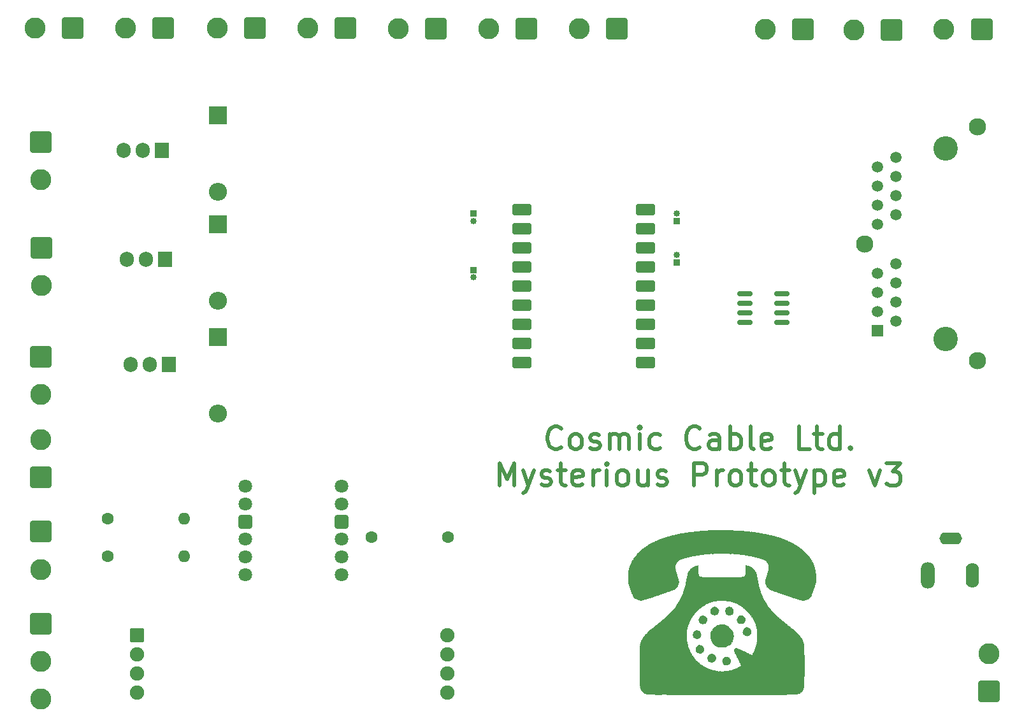
<source format=gbr>
%TF.GenerationSoftware,KiCad,Pcbnew,9.0.2*%
%TF.CreationDate,2025-05-27T21:30:05+02:00*%
%TF.ProjectId,mystery_box-v3,6d797374-6572-4795-9f62-6f782d76332e,rev?*%
%TF.SameCoordinates,Original*%
%TF.FileFunction,Soldermask,Top*%
%TF.FilePolarity,Negative*%
%FSLAX46Y46*%
G04 Gerber Fmt 4.6, Leading zero omitted, Abs format (unit mm)*
G04 Created by KiCad (PCBNEW 9.0.2) date 2025-05-27 21:30:05*
%MOMM*%
%LPD*%
G01*
G04 APERTURE LIST*
G04 Aperture macros list*
%AMRoundRect*
0 Rectangle with rounded corners*
0 $1 Rounding radius*
0 $2 $3 $4 $5 $6 $7 $8 $9 X,Y pos of 4 corners*
0 Add a 4 corners polygon primitive as box body*
4,1,4,$2,$3,$4,$5,$6,$7,$8,$9,$2,$3,0*
0 Add four circle primitives for the rounded corners*
1,1,$1+$1,$2,$3*
1,1,$1+$1,$4,$5*
1,1,$1+$1,$6,$7*
1,1,$1+$1,$8,$9*
0 Add four rect primitives between the rounded corners*
20,1,$1+$1,$2,$3,$4,$5,0*
20,1,$1+$1,$4,$5,$6,$7,0*
20,1,$1+$1,$6,$7,$8,$9,0*
20,1,$1+$1,$8,$9,$2,$3,0*%
G04 Aperture macros list end*
%ADD10C,0.500000*%
%ADD11C,0.000000*%
%ADD12C,1.600000*%
%ADD13RoundRect,0.250001X1.149999X-1.149999X1.149999X1.149999X-1.149999X1.149999X-1.149999X-1.149999X0*%
%ADD14C,2.800000*%
%ADD15RoundRect,0.250001X-1.149999X1.149999X-1.149999X-1.149999X1.149999X-1.149999X1.149999X1.149999X0*%
%ADD16R,2.400000X2.400000*%
%ADD17O,2.400000X2.400000*%
%ADD18RoundRect,0.250001X1.149999X1.149999X-1.149999X1.149999X-1.149999X-1.149999X1.149999X-1.149999X0*%
%ADD19R,1.905000X2.000000*%
%ADD20O,1.905000X2.000000*%
%ADD21C,3.250000*%
%ADD22C,1.500000*%
%ADD23R,1.500000X1.500000*%
%ADD24C,2.300000*%
%ADD25RoundRect,0.400050X-0.899950X-0.400050X0.899950X-0.400050X0.899950X0.400050X-0.899950X0.400050X0*%
%ADD26RoundRect,0.400000X-0.900000X-0.400000X0.900000X-0.400000X0.900000X0.400000X-0.900000X0.400000X0*%
%ADD27C,1.905000*%
%ADD28RoundRect,0.250000X-0.702500X-0.702500X0.702500X-0.702500X0.702500X0.702500X-0.702500X0.702500X0*%
%ADD29R,0.850000X0.850000*%
%ADD30C,0.850000*%
%ADD31RoundRect,0.150000X-0.825000X-0.150000X0.825000X-0.150000X0.825000X0.150000X-0.825000X0.150000X0*%
%ADD32O,1.600000X1.600000*%
%ADD33O,1.854000X3.504000*%
%ADD34O,1.754000X3.304000*%
%ADD35O,3.004000X1.604000*%
%ADD36C,1.800000*%
%ADD37RoundRect,0.270000X-0.630000X-0.630000X0.630000X-0.630000X0.630000X0.630000X-0.630000X0.630000X0*%
G04 APERTURE END LIST*
D10*
X162142857Y-90491310D02*
X162000000Y-90634168D01*
X162000000Y-90634168D02*
X161571428Y-90777025D01*
X161571428Y-90777025D02*
X161285714Y-90777025D01*
X161285714Y-90777025D02*
X160857143Y-90634168D01*
X160857143Y-90634168D02*
X160571428Y-90348453D01*
X160571428Y-90348453D02*
X160428571Y-90062739D01*
X160428571Y-90062739D02*
X160285714Y-89491310D01*
X160285714Y-89491310D02*
X160285714Y-89062739D01*
X160285714Y-89062739D02*
X160428571Y-88491310D01*
X160428571Y-88491310D02*
X160571428Y-88205596D01*
X160571428Y-88205596D02*
X160857143Y-87919882D01*
X160857143Y-87919882D02*
X161285714Y-87777025D01*
X161285714Y-87777025D02*
X161571428Y-87777025D01*
X161571428Y-87777025D02*
X162000000Y-87919882D01*
X162000000Y-87919882D02*
X162142857Y-88062739D01*
X163857143Y-90777025D02*
X163571428Y-90634168D01*
X163571428Y-90634168D02*
X163428571Y-90491310D01*
X163428571Y-90491310D02*
X163285714Y-90205596D01*
X163285714Y-90205596D02*
X163285714Y-89348453D01*
X163285714Y-89348453D02*
X163428571Y-89062739D01*
X163428571Y-89062739D02*
X163571428Y-88919882D01*
X163571428Y-88919882D02*
X163857143Y-88777025D01*
X163857143Y-88777025D02*
X164285714Y-88777025D01*
X164285714Y-88777025D02*
X164571428Y-88919882D01*
X164571428Y-88919882D02*
X164714286Y-89062739D01*
X164714286Y-89062739D02*
X164857143Y-89348453D01*
X164857143Y-89348453D02*
X164857143Y-90205596D01*
X164857143Y-90205596D02*
X164714286Y-90491310D01*
X164714286Y-90491310D02*
X164571428Y-90634168D01*
X164571428Y-90634168D02*
X164285714Y-90777025D01*
X164285714Y-90777025D02*
X163857143Y-90777025D01*
X166000000Y-90634168D02*
X166285714Y-90777025D01*
X166285714Y-90777025D02*
X166857143Y-90777025D01*
X166857143Y-90777025D02*
X167142857Y-90634168D01*
X167142857Y-90634168D02*
X167285714Y-90348453D01*
X167285714Y-90348453D02*
X167285714Y-90205596D01*
X167285714Y-90205596D02*
X167142857Y-89919882D01*
X167142857Y-89919882D02*
X166857143Y-89777025D01*
X166857143Y-89777025D02*
X166428572Y-89777025D01*
X166428572Y-89777025D02*
X166142857Y-89634168D01*
X166142857Y-89634168D02*
X166000000Y-89348453D01*
X166000000Y-89348453D02*
X166000000Y-89205596D01*
X166000000Y-89205596D02*
X166142857Y-88919882D01*
X166142857Y-88919882D02*
X166428572Y-88777025D01*
X166428572Y-88777025D02*
X166857143Y-88777025D01*
X166857143Y-88777025D02*
X167142857Y-88919882D01*
X168571428Y-90777025D02*
X168571428Y-88777025D01*
X168571428Y-89062739D02*
X168714285Y-88919882D01*
X168714285Y-88919882D02*
X169000000Y-88777025D01*
X169000000Y-88777025D02*
X169428571Y-88777025D01*
X169428571Y-88777025D02*
X169714285Y-88919882D01*
X169714285Y-88919882D02*
X169857143Y-89205596D01*
X169857143Y-89205596D02*
X169857143Y-90777025D01*
X169857143Y-89205596D02*
X170000000Y-88919882D01*
X170000000Y-88919882D02*
X170285714Y-88777025D01*
X170285714Y-88777025D02*
X170714285Y-88777025D01*
X170714285Y-88777025D02*
X171000000Y-88919882D01*
X171000000Y-88919882D02*
X171142857Y-89205596D01*
X171142857Y-89205596D02*
X171142857Y-90777025D01*
X172571428Y-90777025D02*
X172571428Y-88777025D01*
X172571428Y-87777025D02*
X172428571Y-87919882D01*
X172428571Y-87919882D02*
X172571428Y-88062739D01*
X172571428Y-88062739D02*
X172714285Y-87919882D01*
X172714285Y-87919882D02*
X172571428Y-87777025D01*
X172571428Y-87777025D02*
X172571428Y-88062739D01*
X175285714Y-90634168D02*
X174999999Y-90777025D01*
X174999999Y-90777025D02*
X174428571Y-90777025D01*
X174428571Y-90777025D02*
X174142856Y-90634168D01*
X174142856Y-90634168D02*
X173999999Y-90491310D01*
X173999999Y-90491310D02*
X173857142Y-90205596D01*
X173857142Y-90205596D02*
X173857142Y-89348453D01*
X173857142Y-89348453D02*
X173999999Y-89062739D01*
X173999999Y-89062739D02*
X174142856Y-88919882D01*
X174142856Y-88919882D02*
X174428571Y-88777025D01*
X174428571Y-88777025D02*
X174999999Y-88777025D01*
X174999999Y-88777025D02*
X175285714Y-88919882D01*
X180571428Y-90491310D02*
X180428571Y-90634168D01*
X180428571Y-90634168D02*
X179999999Y-90777025D01*
X179999999Y-90777025D02*
X179714285Y-90777025D01*
X179714285Y-90777025D02*
X179285714Y-90634168D01*
X179285714Y-90634168D02*
X178999999Y-90348453D01*
X178999999Y-90348453D02*
X178857142Y-90062739D01*
X178857142Y-90062739D02*
X178714285Y-89491310D01*
X178714285Y-89491310D02*
X178714285Y-89062739D01*
X178714285Y-89062739D02*
X178857142Y-88491310D01*
X178857142Y-88491310D02*
X178999999Y-88205596D01*
X178999999Y-88205596D02*
X179285714Y-87919882D01*
X179285714Y-87919882D02*
X179714285Y-87777025D01*
X179714285Y-87777025D02*
X179999999Y-87777025D01*
X179999999Y-87777025D02*
X180428571Y-87919882D01*
X180428571Y-87919882D02*
X180571428Y-88062739D01*
X183142857Y-90777025D02*
X183142857Y-89205596D01*
X183142857Y-89205596D02*
X182999999Y-88919882D01*
X182999999Y-88919882D02*
X182714285Y-88777025D01*
X182714285Y-88777025D02*
X182142857Y-88777025D01*
X182142857Y-88777025D02*
X181857142Y-88919882D01*
X183142857Y-90634168D02*
X182857142Y-90777025D01*
X182857142Y-90777025D02*
X182142857Y-90777025D01*
X182142857Y-90777025D02*
X181857142Y-90634168D01*
X181857142Y-90634168D02*
X181714285Y-90348453D01*
X181714285Y-90348453D02*
X181714285Y-90062739D01*
X181714285Y-90062739D02*
X181857142Y-89777025D01*
X181857142Y-89777025D02*
X182142857Y-89634168D01*
X182142857Y-89634168D02*
X182857142Y-89634168D01*
X182857142Y-89634168D02*
X183142857Y-89491310D01*
X184571428Y-90777025D02*
X184571428Y-87777025D01*
X184571428Y-88919882D02*
X184857143Y-88777025D01*
X184857143Y-88777025D02*
X185428571Y-88777025D01*
X185428571Y-88777025D02*
X185714285Y-88919882D01*
X185714285Y-88919882D02*
X185857143Y-89062739D01*
X185857143Y-89062739D02*
X186000000Y-89348453D01*
X186000000Y-89348453D02*
X186000000Y-90205596D01*
X186000000Y-90205596D02*
X185857143Y-90491310D01*
X185857143Y-90491310D02*
X185714285Y-90634168D01*
X185714285Y-90634168D02*
X185428571Y-90777025D01*
X185428571Y-90777025D02*
X184857143Y-90777025D01*
X184857143Y-90777025D02*
X184571428Y-90634168D01*
X187714286Y-90777025D02*
X187428571Y-90634168D01*
X187428571Y-90634168D02*
X187285714Y-90348453D01*
X187285714Y-90348453D02*
X187285714Y-87777025D01*
X190000000Y-90634168D02*
X189714286Y-90777025D01*
X189714286Y-90777025D02*
X189142858Y-90777025D01*
X189142858Y-90777025D02*
X188857143Y-90634168D01*
X188857143Y-90634168D02*
X188714286Y-90348453D01*
X188714286Y-90348453D02*
X188714286Y-89205596D01*
X188714286Y-89205596D02*
X188857143Y-88919882D01*
X188857143Y-88919882D02*
X189142858Y-88777025D01*
X189142858Y-88777025D02*
X189714286Y-88777025D01*
X189714286Y-88777025D02*
X190000000Y-88919882D01*
X190000000Y-88919882D02*
X190142858Y-89205596D01*
X190142858Y-89205596D02*
X190142858Y-89491310D01*
X190142858Y-89491310D02*
X188714286Y-89777025D01*
X195142858Y-90777025D02*
X193714286Y-90777025D01*
X193714286Y-90777025D02*
X193714286Y-87777025D01*
X195714286Y-88777025D02*
X196857143Y-88777025D01*
X196142857Y-87777025D02*
X196142857Y-90348453D01*
X196142857Y-90348453D02*
X196285714Y-90634168D01*
X196285714Y-90634168D02*
X196571429Y-90777025D01*
X196571429Y-90777025D02*
X196857143Y-90777025D01*
X199142858Y-90777025D02*
X199142858Y-87777025D01*
X199142858Y-90634168D02*
X198857143Y-90777025D01*
X198857143Y-90777025D02*
X198285715Y-90777025D01*
X198285715Y-90777025D02*
X198000000Y-90634168D01*
X198000000Y-90634168D02*
X197857143Y-90491310D01*
X197857143Y-90491310D02*
X197714286Y-90205596D01*
X197714286Y-90205596D02*
X197714286Y-89348453D01*
X197714286Y-89348453D02*
X197857143Y-89062739D01*
X197857143Y-89062739D02*
X198000000Y-88919882D01*
X198000000Y-88919882D02*
X198285715Y-88777025D01*
X198285715Y-88777025D02*
X198857143Y-88777025D01*
X198857143Y-88777025D02*
X199142858Y-88919882D01*
X200571429Y-90491310D02*
X200714286Y-90634168D01*
X200714286Y-90634168D02*
X200571429Y-90777025D01*
X200571429Y-90777025D02*
X200428572Y-90634168D01*
X200428572Y-90634168D02*
X200571429Y-90491310D01*
X200571429Y-90491310D02*
X200571429Y-90777025D01*
X153928571Y-95606857D02*
X153928571Y-92606857D01*
X153928571Y-92606857D02*
X154928571Y-94749714D01*
X154928571Y-94749714D02*
X155928571Y-92606857D01*
X155928571Y-92606857D02*
X155928571Y-95606857D01*
X157071428Y-93606857D02*
X157785714Y-95606857D01*
X158499999Y-93606857D02*
X157785714Y-95606857D01*
X157785714Y-95606857D02*
X157499999Y-96321142D01*
X157499999Y-96321142D02*
X157357142Y-96464000D01*
X157357142Y-96464000D02*
X157071428Y-96606857D01*
X159499999Y-95464000D02*
X159785713Y-95606857D01*
X159785713Y-95606857D02*
X160357142Y-95606857D01*
X160357142Y-95606857D02*
X160642856Y-95464000D01*
X160642856Y-95464000D02*
X160785713Y-95178285D01*
X160785713Y-95178285D02*
X160785713Y-95035428D01*
X160785713Y-95035428D02*
X160642856Y-94749714D01*
X160642856Y-94749714D02*
X160357142Y-94606857D01*
X160357142Y-94606857D02*
X159928571Y-94606857D01*
X159928571Y-94606857D02*
X159642856Y-94464000D01*
X159642856Y-94464000D02*
X159499999Y-94178285D01*
X159499999Y-94178285D02*
X159499999Y-94035428D01*
X159499999Y-94035428D02*
X159642856Y-93749714D01*
X159642856Y-93749714D02*
X159928571Y-93606857D01*
X159928571Y-93606857D02*
X160357142Y-93606857D01*
X160357142Y-93606857D02*
X160642856Y-93749714D01*
X161642856Y-93606857D02*
X162785713Y-93606857D01*
X162071427Y-92606857D02*
X162071427Y-95178285D01*
X162071427Y-95178285D02*
X162214284Y-95464000D01*
X162214284Y-95464000D02*
X162499999Y-95606857D01*
X162499999Y-95606857D02*
X162785713Y-95606857D01*
X164928570Y-95464000D02*
X164642856Y-95606857D01*
X164642856Y-95606857D02*
X164071428Y-95606857D01*
X164071428Y-95606857D02*
X163785713Y-95464000D01*
X163785713Y-95464000D02*
X163642856Y-95178285D01*
X163642856Y-95178285D02*
X163642856Y-94035428D01*
X163642856Y-94035428D02*
X163785713Y-93749714D01*
X163785713Y-93749714D02*
X164071428Y-93606857D01*
X164071428Y-93606857D02*
X164642856Y-93606857D01*
X164642856Y-93606857D02*
X164928570Y-93749714D01*
X164928570Y-93749714D02*
X165071428Y-94035428D01*
X165071428Y-94035428D02*
X165071428Y-94321142D01*
X165071428Y-94321142D02*
X163642856Y-94606857D01*
X166357142Y-95606857D02*
X166357142Y-93606857D01*
X166357142Y-94178285D02*
X166499999Y-93892571D01*
X166499999Y-93892571D02*
X166642857Y-93749714D01*
X166642857Y-93749714D02*
X166928571Y-93606857D01*
X166928571Y-93606857D02*
X167214285Y-93606857D01*
X168214285Y-95606857D02*
X168214285Y-93606857D01*
X168214285Y-92606857D02*
X168071428Y-92749714D01*
X168071428Y-92749714D02*
X168214285Y-92892571D01*
X168214285Y-92892571D02*
X168357142Y-92749714D01*
X168357142Y-92749714D02*
X168214285Y-92606857D01*
X168214285Y-92606857D02*
X168214285Y-92892571D01*
X170071428Y-95606857D02*
X169785713Y-95464000D01*
X169785713Y-95464000D02*
X169642856Y-95321142D01*
X169642856Y-95321142D02*
X169499999Y-95035428D01*
X169499999Y-95035428D02*
X169499999Y-94178285D01*
X169499999Y-94178285D02*
X169642856Y-93892571D01*
X169642856Y-93892571D02*
X169785713Y-93749714D01*
X169785713Y-93749714D02*
X170071428Y-93606857D01*
X170071428Y-93606857D02*
X170499999Y-93606857D01*
X170499999Y-93606857D02*
X170785713Y-93749714D01*
X170785713Y-93749714D02*
X170928571Y-93892571D01*
X170928571Y-93892571D02*
X171071428Y-94178285D01*
X171071428Y-94178285D02*
X171071428Y-95035428D01*
X171071428Y-95035428D02*
X170928571Y-95321142D01*
X170928571Y-95321142D02*
X170785713Y-95464000D01*
X170785713Y-95464000D02*
X170499999Y-95606857D01*
X170499999Y-95606857D02*
X170071428Y-95606857D01*
X173642857Y-93606857D02*
X173642857Y-95606857D01*
X172357142Y-93606857D02*
X172357142Y-95178285D01*
X172357142Y-95178285D02*
X172499999Y-95464000D01*
X172499999Y-95464000D02*
X172785714Y-95606857D01*
X172785714Y-95606857D02*
X173214285Y-95606857D01*
X173214285Y-95606857D02*
X173499999Y-95464000D01*
X173499999Y-95464000D02*
X173642857Y-95321142D01*
X174928571Y-95464000D02*
X175214285Y-95606857D01*
X175214285Y-95606857D02*
X175785714Y-95606857D01*
X175785714Y-95606857D02*
X176071428Y-95464000D01*
X176071428Y-95464000D02*
X176214285Y-95178285D01*
X176214285Y-95178285D02*
X176214285Y-95035428D01*
X176214285Y-95035428D02*
X176071428Y-94749714D01*
X176071428Y-94749714D02*
X175785714Y-94606857D01*
X175785714Y-94606857D02*
X175357143Y-94606857D01*
X175357143Y-94606857D02*
X175071428Y-94464000D01*
X175071428Y-94464000D02*
X174928571Y-94178285D01*
X174928571Y-94178285D02*
X174928571Y-94035428D01*
X174928571Y-94035428D02*
X175071428Y-93749714D01*
X175071428Y-93749714D02*
X175357143Y-93606857D01*
X175357143Y-93606857D02*
X175785714Y-93606857D01*
X175785714Y-93606857D02*
X176071428Y-93749714D01*
X179785713Y-95606857D02*
X179785713Y-92606857D01*
X179785713Y-92606857D02*
X180928570Y-92606857D01*
X180928570Y-92606857D02*
X181214285Y-92749714D01*
X181214285Y-92749714D02*
X181357142Y-92892571D01*
X181357142Y-92892571D02*
X181499999Y-93178285D01*
X181499999Y-93178285D02*
X181499999Y-93606857D01*
X181499999Y-93606857D02*
X181357142Y-93892571D01*
X181357142Y-93892571D02*
X181214285Y-94035428D01*
X181214285Y-94035428D02*
X180928570Y-94178285D01*
X180928570Y-94178285D02*
X179785713Y-94178285D01*
X182785713Y-95606857D02*
X182785713Y-93606857D01*
X182785713Y-94178285D02*
X182928570Y-93892571D01*
X182928570Y-93892571D02*
X183071428Y-93749714D01*
X183071428Y-93749714D02*
X183357142Y-93606857D01*
X183357142Y-93606857D02*
X183642856Y-93606857D01*
X185071428Y-95606857D02*
X184785713Y-95464000D01*
X184785713Y-95464000D02*
X184642856Y-95321142D01*
X184642856Y-95321142D02*
X184499999Y-95035428D01*
X184499999Y-95035428D02*
X184499999Y-94178285D01*
X184499999Y-94178285D02*
X184642856Y-93892571D01*
X184642856Y-93892571D02*
X184785713Y-93749714D01*
X184785713Y-93749714D02*
X185071428Y-93606857D01*
X185071428Y-93606857D02*
X185499999Y-93606857D01*
X185499999Y-93606857D02*
X185785713Y-93749714D01*
X185785713Y-93749714D02*
X185928571Y-93892571D01*
X185928571Y-93892571D02*
X186071428Y-94178285D01*
X186071428Y-94178285D02*
X186071428Y-95035428D01*
X186071428Y-95035428D02*
X185928571Y-95321142D01*
X185928571Y-95321142D02*
X185785713Y-95464000D01*
X185785713Y-95464000D02*
X185499999Y-95606857D01*
X185499999Y-95606857D02*
X185071428Y-95606857D01*
X186928571Y-93606857D02*
X188071428Y-93606857D01*
X187357142Y-92606857D02*
X187357142Y-95178285D01*
X187357142Y-95178285D02*
X187499999Y-95464000D01*
X187499999Y-95464000D02*
X187785714Y-95606857D01*
X187785714Y-95606857D02*
X188071428Y-95606857D01*
X189500000Y-95606857D02*
X189214285Y-95464000D01*
X189214285Y-95464000D02*
X189071428Y-95321142D01*
X189071428Y-95321142D02*
X188928571Y-95035428D01*
X188928571Y-95035428D02*
X188928571Y-94178285D01*
X188928571Y-94178285D02*
X189071428Y-93892571D01*
X189071428Y-93892571D02*
X189214285Y-93749714D01*
X189214285Y-93749714D02*
X189500000Y-93606857D01*
X189500000Y-93606857D02*
X189928571Y-93606857D01*
X189928571Y-93606857D02*
X190214285Y-93749714D01*
X190214285Y-93749714D02*
X190357143Y-93892571D01*
X190357143Y-93892571D02*
X190500000Y-94178285D01*
X190500000Y-94178285D02*
X190500000Y-95035428D01*
X190500000Y-95035428D02*
X190357143Y-95321142D01*
X190357143Y-95321142D02*
X190214285Y-95464000D01*
X190214285Y-95464000D02*
X189928571Y-95606857D01*
X189928571Y-95606857D02*
X189500000Y-95606857D01*
X191357143Y-93606857D02*
X192500000Y-93606857D01*
X191785714Y-92606857D02*
X191785714Y-95178285D01*
X191785714Y-95178285D02*
X191928571Y-95464000D01*
X191928571Y-95464000D02*
X192214286Y-95606857D01*
X192214286Y-95606857D02*
X192500000Y-95606857D01*
X193214286Y-93606857D02*
X193928572Y-95606857D01*
X194642857Y-93606857D02*
X193928572Y-95606857D01*
X193928572Y-95606857D02*
X193642857Y-96321142D01*
X193642857Y-96321142D02*
X193500000Y-96464000D01*
X193500000Y-96464000D02*
X193214286Y-96606857D01*
X195785714Y-93606857D02*
X195785714Y-96606857D01*
X195785714Y-93749714D02*
X196071429Y-93606857D01*
X196071429Y-93606857D02*
X196642857Y-93606857D01*
X196642857Y-93606857D02*
X196928571Y-93749714D01*
X196928571Y-93749714D02*
X197071429Y-93892571D01*
X197071429Y-93892571D02*
X197214286Y-94178285D01*
X197214286Y-94178285D02*
X197214286Y-95035428D01*
X197214286Y-95035428D02*
X197071429Y-95321142D01*
X197071429Y-95321142D02*
X196928571Y-95464000D01*
X196928571Y-95464000D02*
X196642857Y-95606857D01*
X196642857Y-95606857D02*
X196071429Y-95606857D01*
X196071429Y-95606857D02*
X195785714Y-95464000D01*
X199642857Y-95464000D02*
X199357143Y-95606857D01*
X199357143Y-95606857D02*
X198785715Y-95606857D01*
X198785715Y-95606857D02*
X198500000Y-95464000D01*
X198500000Y-95464000D02*
X198357143Y-95178285D01*
X198357143Y-95178285D02*
X198357143Y-94035428D01*
X198357143Y-94035428D02*
X198500000Y-93749714D01*
X198500000Y-93749714D02*
X198785715Y-93606857D01*
X198785715Y-93606857D02*
X199357143Y-93606857D01*
X199357143Y-93606857D02*
X199642857Y-93749714D01*
X199642857Y-93749714D02*
X199785715Y-94035428D01*
X199785715Y-94035428D02*
X199785715Y-94321142D01*
X199785715Y-94321142D02*
X198357143Y-94606857D01*
X203071429Y-93606857D02*
X203785715Y-95606857D01*
X203785715Y-95606857D02*
X204500000Y-93606857D01*
X205357143Y-92606857D02*
X207214286Y-92606857D01*
X207214286Y-92606857D02*
X206214286Y-93749714D01*
X206214286Y-93749714D02*
X206642857Y-93749714D01*
X206642857Y-93749714D02*
X206928572Y-93892571D01*
X206928572Y-93892571D02*
X207071429Y-94035428D01*
X207071429Y-94035428D02*
X207214286Y-94321142D01*
X207214286Y-94321142D02*
X207214286Y-95035428D01*
X207214286Y-95035428D02*
X207071429Y-95321142D01*
X207071429Y-95321142D02*
X206928572Y-95464000D01*
X206928572Y-95464000D02*
X206642857Y-95606857D01*
X206642857Y-95606857D02*
X205785714Y-95606857D01*
X205785714Y-95606857D02*
X205500000Y-95464000D01*
X205500000Y-95464000D02*
X205357143Y-95321142D01*
D11*
%TO.C,G\u002A\u002A\u002A*%
G36*
X186689107Y-106213361D02*
G01*
X186686065Y-106229233D01*
X186689773Y-106246072D01*
X186736752Y-106242377D01*
X186748315Y-106239958D01*
X186808938Y-106234389D01*
X186828011Y-106250468D01*
X186849208Y-106267003D01*
X186895570Y-106261526D01*
X186941509Y-106254746D01*
X186946955Y-106270040D01*
X186943381Y-106276523D01*
X186940091Y-106297043D01*
X186976029Y-106291813D01*
X186981024Y-106290261D01*
X187020619Y-106283123D01*
X187020086Y-106301678D01*
X187019277Y-106303012D01*
X187017199Y-106322656D01*
X187055052Y-106316541D01*
X187057530Y-106315763D01*
X187096978Y-106308360D01*
X187096939Y-106326490D01*
X187094793Y-106330116D01*
X187090330Y-106351869D01*
X187117101Y-106346399D01*
X187152386Y-106344551D01*
X187159538Y-106356321D01*
X187175075Y-106371087D01*
X187184083Y-106367358D01*
X187216083Y-106370534D01*
X187275409Y-106391139D01*
X187345900Y-106421773D01*
X187411395Y-106455039D01*
X187455735Y-106483540D01*
X187465562Y-106496212D01*
X187449153Y-106498983D01*
X187440060Y-106494277D01*
X187416232Y-106488161D01*
X187414558Y-106491875D01*
X187434201Y-106512668D01*
X187468639Y-106534177D01*
X187506093Y-106550629D01*
X187508610Y-106537718D01*
X187504093Y-106528699D01*
X187506190Y-106521806D01*
X187534607Y-106547580D01*
X187545644Y-106559236D01*
X187578344Y-106591459D01*
X187585310Y-106591330D01*
X187581695Y-106584738D01*
X187585644Y-106581717D01*
X187618103Y-106609731D01*
X187672386Y-106662902D01*
X187683703Y-106674428D01*
X187733229Y-106723709D01*
X187754105Y-106741287D01*
X187743455Y-106724944D01*
X187733333Y-106712681D01*
X187656827Y-106621787D01*
X187751467Y-106708709D01*
X187802635Y-106762959D01*
X187829586Y-106806257D01*
X187830235Y-106821314D01*
X187837468Y-106852422D01*
X187875268Y-106897469D01*
X187888607Y-106909329D01*
X187927660Y-106944227D01*
X187936320Y-106956785D01*
X187930780Y-106954487D01*
X187911855Y-106951235D01*
X187919118Y-106981246D01*
X187928133Y-107001893D01*
X187957174Y-107043449D01*
X187983271Y-107050581D01*
X187996998Y-107051290D01*
X187992210Y-107061831D01*
X187984662Y-107102324D01*
X187998101Y-107141199D01*
X188023289Y-107157068D01*
X188032010Y-107153989D01*
X188046244Y-107159595D01*
X188039357Y-107195582D01*
X188032219Y-107235178D01*
X188050774Y-107234645D01*
X188052108Y-107233835D01*
X188071751Y-107231758D01*
X188065637Y-107269610D01*
X188064859Y-107272088D01*
X188057721Y-107311684D01*
X188076276Y-107311151D01*
X188077610Y-107310341D01*
X188097253Y-107308264D01*
X188091139Y-107346116D01*
X188090361Y-107348594D01*
X188083563Y-107388454D01*
X188101402Y-107387904D01*
X188119372Y-107389202D01*
X188114928Y-107432274D01*
X188113166Y-107439518D01*
X188106177Y-107487024D01*
X188121191Y-107493151D01*
X188125917Y-107490522D01*
X188144720Y-107490272D01*
X188141302Y-107530528D01*
X188138668Y-107541526D01*
X188131679Y-107589032D01*
X188146693Y-107595159D01*
X188151419Y-107592530D01*
X188170222Y-107592280D01*
X188166804Y-107632536D01*
X188164170Y-107643534D01*
X188156878Y-107690715D01*
X188171215Y-107697473D01*
X188178626Y-107693485D01*
X188198165Y-107691299D01*
X188198272Y-107726473D01*
X188192369Y-107756626D01*
X188184362Y-107811350D01*
X188195295Y-107824898D01*
X188205120Y-107820381D01*
X188224132Y-107819527D01*
X188223218Y-107857692D01*
X188218572Y-107880946D01*
X188213009Y-107942385D01*
X188230622Y-107960643D01*
X188248708Y-107982030D01*
X188242672Y-108040339D01*
X188235253Y-108093387D01*
X188247265Y-108105191D01*
X188256124Y-108100904D01*
X188275136Y-108100049D01*
X188274222Y-108138214D01*
X188269576Y-108161468D01*
X188264013Y-108222907D01*
X188281626Y-108241165D01*
X188299712Y-108262552D01*
X188293676Y-108320861D01*
X188286257Y-108373909D01*
X188298269Y-108385713D01*
X188307128Y-108381426D01*
X188325907Y-108380562D01*
X188325217Y-108418232D01*
X188319879Y-108445181D01*
X188311724Y-108499668D01*
X188322276Y-108513468D01*
X188333622Y-108508322D01*
X188354006Y-108505773D01*
X188351878Y-108542321D01*
X188348614Y-108556136D01*
X188344003Y-108607618D01*
X188358132Y-108623695D01*
X188372983Y-108644901D01*
X188367650Y-108691253D01*
X188360711Y-108737073D01*
X188375707Y-108742771D01*
X188383634Y-108738454D01*
X188404823Y-108734713D01*
X188403452Y-108769251D01*
X188399618Y-108785654D01*
X188395143Y-108838139D01*
X188410369Y-108853213D01*
X188426501Y-108873034D01*
X188421887Y-108904217D01*
X188419812Y-108945947D01*
X188434638Y-108955221D01*
X188452067Y-108974906D01*
X188447389Y-109006225D01*
X188445314Y-109047955D01*
X188460140Y-109057229D01*
X188477446Y-109077033D01*
X188471877Y-109111426D01*
X188465684Y-109148799D01*
X188485944Y-109146296D01*
X188486629Y-109145876D01*
X188506838Y-109143307D01*
X188504926Y-109179457D01*
X188501090Y-109195823D01*
X188494731Y-109244290D01*
X188511144Y-109248494D01*
X188527615Y-109253003D01*
X188521198Y-109301165D01*
X188513905Y-109348345D01*
X188528240Y-109355104D01*
X188535659Y-109351112D01*
X188556179Y-109347822D01*
X188550949Y-109383760D01*
X188549397Y-109388755D01*
X188542259Y-109428350D01*
X188560814Y-109427817D01*
X188562148Y-109427008D01*
X188581792Y-109424930D01*
X188575677Y-109462783D01*
X188574899Y-109465261D01*
X188567761Y-109504857D01*
X188586316Y-109504323D01*
X188587650Y-109503514D01*
X188607574Y-109501486D01*
X188601415Y-109538573D01*
X188597521Y-109581661D01*
X188610633Y-109592771D01*
X188626138Y-109611395D01*
X188622374Y-109631024D01*
X188623124Y-109663796D01*
X188635125Y-109669277D01*
X188651494Y-109687860D01*
X188647876Y-109707530D01*
X188648626Y-109740302D01*
X188660627Y-109745783D01*
X188676178Y-109764668D01*
X188671773Y-109788220D01*
X188667673Y-109816868D01*
X188688056Y-109810528D01*
X188709115Y-109806531D01*
X188704391Y-109841377D01*
X188702409Y-109847791D01*
X188695271Y-109887387D01*
X188713826Y-109886853D01*
X188715160Y-109886044D01*
X188734804Y-109883967D01*
X188728689Y-109921819D01*
X188727911Y-109924297D01*
X188720508Y-109963746D01*
X188738638Y-109963706D01*
X188742264Y-109961560D01*
X188764017Y-109957098D01*
X188758547Y-109983869D01*
X188755696Y-110019210D01*
X188766164Y-110026305D01*
X188778772Y-110045322D01*
X188773781Y-110068742D01*
X188770457Y-110097515D01*
X188784660Y-110094390D01*
X188813293Y-110096995D01*
X188830354Y-110132603D01*
X188828831Y-110183416D01*
X188824785Y-110196252D01*
X188821461Y-110225025D01*
X188835664Y-110221900D01*
X188863502Y-110226241D01*
X188883106Y-110259725D01*
X188883528Y-110300562D01*
X188879501Y-110309129D01*
X188884289Y-110330731D01*
X188893674Y-110332329D01*
X188910950Y-110347310D01*
X188907606Y-110355920D01*
X188906031Y-110390647D01*
X188921128Y-110439755D01*
X188944138Y-110482915D01*
X188966302Y-110499802D01*
X188969145Y-110498732D01*
X188987701Y-110514570D01*
X189020983Y-110566079D01*
X189062256Y-110642659D01*
X189068149Y-110654497D01*
X189103844Y-110731764D01*
X189123668Y-110784878D01*
X189124134Y-110804177D01*
X189121811Y-110803263D01*
X189113258Y-110810699D01*
X189127581Y-110851094D01*
X189134492Y-110865065D01*
X189168079Y-110918076D01*
X189196557Y-110943892D01*
X189199456Y-110944377D01*
X189228668Y-110964320D01*
X189252349Y-110998459D01*
X189268618Y-111035600D01*
X189255985Y-111036726D01*
X189250702Y-111033634D01*
X189232911Y-111029019D01*
X189244073Y-111059317D01*
X189249055Y-111068810D01*
X189276181Y-111110429D01*
X189291358Y-111122892D01*
X189293681Y-111106455D01*
X189288955Y-111097390D01*
X189282839Y-111073562D01*
X189286553Y-111071888D01*
X189307346Y-111091531D01*
X189328855Y-111125969D01*
X189345124Y-111163110D01*
X189332491Y-111164236D01*
X189327208Y-111161145D01*
X189309417Y-111156529D01*
X189320579Y-111186827D01*
X189325561Y-111196320D01*
X189352687Y-111237939D01*
X189367864Y-111250402D01*
X189370187Y-111233965D01*
X189365461Y-111224900D01*
X189359345Y-111201072D01*
X189363059Y-111199398D01*
X189383852Y-111219041D01*
X189405361Y-111253479D01*
X189421799Y-111291032D01*
X189408791Y-111293828D01*
X189399883Y-111289519D01*
X189392931Y-111291212D01*
X189419532Y-111318337D01*
X189429216Y-111326908D01*
X189461397Y-111358763D01*
X189460096Y-111367218D01*
X189454718Y-111365161D01*
X189445248Y-111367370D01*
X189470350Y-111394617D01*
X189480220Y-111403414D01*
X189514061Y-111435579D01*
X189516239Y-111444247D01*
X189512098Y-111442375D01*
X189482626Y-111434079D01*
X189487964Y-111455140D01*
X189525363Y-111500404D01*
X189563102Y-111538035D01*
X189603951Y-111579757D01*
X189615786Y-111598604D01*
X189607730Y-111596472D01*
X189598350Y-111597531D01*
X189622500Y-111625156D01*
X189634437Y-111636508D01*
X189666642Y-111668872D01*
X189666567Y-111675093D01*
X189659939Y-111671185D01*
X189634500Y-111657419D01*
X189641360Y-111674490D01*
X189656723Y-111696687D01*
X189696704Y-111744852D01*
X189756121Y-111807974D01*
X189785354Y-111836948D01*
X189829555Y-111881828D01*
X189845995Y-111903328D01*
X189837769Y-111900703D01*
X189833503Y-111903363D01*
X189860309Y-111934598D01*
X189912412Y-111987710D01*
X189914701Y-111989960D01*
X189963395Y-112039479D01*
X189982849Y-112063108D01*
X189969464Y-112056378D01*
X189965991Y-112053715D01*
X189957776Y-112050168D01*
X189982113Y-112076845D01*
X190034393Y-112129031D01*
X190110008Y-112202013D01*
X190123970Y-112215311D01*
X190209189Y-112298659D01*
X190277462Y-112369898D01*
X190322013Y-112421631D01*
X190336069Y-112446460D01*
X190335925Y-112446751D01*
X190347472Y-112471036D01*
X190386939Y-112519561D01*
X190444886Y-112582822D01*
X190511871Y-112651315D01*
X190578453Y-112715539D01*
X190635189Y-112765989D01*
X190672638Y-112793162D01*
X190681628Y-112794710D01*
X190703523Y-112806219D01*
X190751746Y-112847672D01*
X190817958Y-112911600D01*
X190858757Y-112953358D01*
X191023092Y-113124799D01*
X190844578Y-112959289D01*
X190666064Y-112793778D01*
X190833651Y-112967253D01*
X190911811Y-113043867D01*
X190981800Y-113104809D01*
X191033171Y-113141321D01*
X191048854Y-113147716D01*
X191087074Y-113168693D01*
X191148188Y-113218681D01*
X191221333Y-113288460D01*
X191251045Y-113319334D01*
X191312293Y-113383504D01*
X191351030Y-113421906D01*
X191362576Y-113430051D01*
X191354618Y-113418691D01*
X191347970Y-113406528D01*
X191371633Y-113426980D01*
X191420834Y-113475642D01*
X191460434Y-113516347D01*
X191532729Y-113587172D01*
X191593434Y-113638776D01*
X191633269Y-113663608D01*
X191638111Y-113663846D01*
X191684535Y-113718620D01*
X191727973Y-113756807D01*
X191761988Y-113766132D01*
X191767151Y-113767665D01*
X191811231Y-113819729D01*
X191856447Y-113867916D01*
X191876140Y-113874872D01*
X191877409Y-113868310D01*
X191860211Y-113847483D01*
X191820030Y-113810930D01*
X191769891Y-113768479D01*
X191795024Y-113775946D01*
X191849981Y-113812674D01*
X191892229Y-113848114D01*
X191938313Y-113891322D01*
X191954742Y-113909817D01*
X191942286Y-113902610D01*
X191907507Y-113877928D01*
X191906939Y-113883289D01*
X191939555Y-113922636D01*
X191983949Y-113960507D01*
X192020040Y-113968985D01*
X192057227Y-113977715D01*
X192098156Y-114012714D01*
X192145180Y-114068373D01*
X192087801Y-114019792D01*
X192047633Y-113989972D01*
X192030431Y-113985507D01*
X192030421Y-113985772D01*
X192048893Y-114008183D01*
X192096379Y-114050241D01*
X192138805Y-114084265D01*
X192192210Y-114122465D01*
X192215595Y-114132116D01*
X192208935Y-114117163D01*
X192202608Y-114104235D01*
X192226218Y-114124145D01*
X192259939Y-114157630D01*
X192304890Y-114201317D01*
X192326350Y-114217150D01*
X192323694Y-114208634D01*
X192324523Y-114201572D01*
X192353612Y-114226178D01*
X192387449Y-114259639D01*
X192432400Y-114303325D01*
X192453860Y-114319158D01*
X192451204Y-114310643D01*
X192452034Y-114303580D01*
X192481122Y-114328186D01*
X192514959Y-114361647D01*
X192557389Y-114403219D01*
X192573734Y-114415010D01*
X192565963Y-114402114D01*
X192561105Y-114386687D01*
X192590336Y-114401719D01*
X192636094Y-114435012D01*
X192696430Y-114484219D01*
X192735779Y-114521069D01*
X192744477Y-114533505D01*
X192727976Y-114529727D01*
X192688174Y-114500394D01*
X192687098Y-114499485D01*
X192629718Y-114450904D01*
X192679113Y-114509182D01*
X192723507Y-114547053D01*
X192759410Y-114555486D01*
X192806623Y-114611190D01*
X192851017Y-114649061D01*
X192886917Y-114657494D01*
X192933477Y-114712473D01*
X192979351Y-114751899D01*
X193017232Y-114763477D01*
X193018086Y-114763823D01*
X193060829Y-114814307D01*
X193106045Y-114862494D01*
X193125739Y-114869451D01*
X193127007Y-114862888D01*
X193109809Y-114842061D01*
X193069628Y-114805509D01*
X193022512Y-114765618D01*
X193051810Y-114777500D01*
X193106542Y-114820553D01*
X193159758Y-114873071D01*
X193208371Y-114923981D01*
X193233372Y-114946775D01*
X193229504Y-114936673D01*
X193229016Y-114935991D01*
X193227308Y-114928863D01*
X193254667Y-114954191D01*
X193305732Y-115006799D01*
X193338573Y-115041815D01*
X193435129Y-115142498D01*
X193545690Y-115253041D01*
X193645433Y-115348675D01*
X193709768Y-115409608D01*
X193749420Y-115449521D01*
X193759212Y-115463057D01*
X193751258Y-115458233D01*
X193738980Y-115453222D01*
X193759395Y-115477848D01*
X193803215Y-115521988D01*
X193874910Y-115594399D01*
X193928412Y-115653919D01*
X193958970Y-115694431D01*
X193961837Y-115709822D01*
X193941867Y-115700502D01*
X193931682Y-115698081D01*
X193955064Y-115723550D01*
X193967369Y-115735178D01*
X193999969Y-115769473D01*
X194000227Y-115779887D01*
X193994076Y-115777594D01*
X193984601Y-115779416D01*
X194009671Y-115806440D01*
X194019578Y-115815261D01*
X194052734Y-115846969D01*
X194053567Y-115854811D01*
X194048911Y-115852649D01*
X194027590Y-115847225D01*
X194036036Y-115874440D01*
X194043433Y-115888690D01*
X194070559Y-115930309D01*
X194085735Y-115942771D01*
X194088058Y-115926334D01*
X194083333Y-115917269D01*
X194077217Y-115893441D01*
X194080930Y-115891767D01*
X194101724Y-115911411D01*
X194123233Y-115945849D01*
X194139501Y-115982989D01*
X194126868Y-115984115D01*
X194121586Y-115981024D01*
X194103794Y-115976409D01*
X194114956Y-116006706D01*
X194119939Y-116016200D01*
X194152026Y-116058113D01*
X194174992Y-116070281D01*
X194190181Y-116085565D01*
X194186992Y-116093111D01*
X194194202Y-116119802D01*
X194213635Y-116131579D01*
X194241771Y-116163160D01*
X194239791Y-116185255D01*
X194240080Y-116217925D01*
X194251401Y-116223293D01*
X194266570Y-116238630D01*
X194263269Y-116246494D01*
X194257512Y-116285321D01*
X194272807Y-116322980D01*
X194298581Y-116337383D01*
X194305504Y-116334712D01*
X194319738Y-116340317D01*
X194312851Y-116376305D01*
X194305448Y-116415754D01*
X194323578Y-116415714D01*
X194327203Y-116413568D01*
X194348957Y-116409106D01*
X194343487Y-116435877D01*
X194341731Y-116471156D01*
X194353623Y-116478313D01*
X194368258Y-116498380D01*
X194362841Y-116532511D01*
X194357194Y-116570209D01*
X194374896Y-116568627D01*
X194392866Y-116569925D01*
X194388422Y-116612997D01*
X194386660Y-116620241D01*
X194380255Y-116668628D01*
X194396857Y-116672824D01*
X194396878Y-116672811D01*
X194413370Y-116678937D01*
X194412215Y-116730272D01*
X194409368Y-116749478D01*
X194403558Y-116810511D01*
X194414262Y-116828648D01*
X194424038Y-116824798D01*
X194435369Y-116830070D01*
X194442113Y-116866168D01*
X194444440Y-116938142D01*
X194442520Y-117051047D01*
X194436809Y-117203363D01*
X194431198Y-117370267D01*
X194430537Y-117493602D01*
X194434779Y-117571032D01*
X194443877Y-117600220D01*
X194444868Y-117600402D01*
X194449863Y-117625776D01*
X194454273Y-117701399D01*
X194458090Y-117826516D01*
X194461304Y-118000374D01*
X194463908Y-118222220D01*
X194465894Y-118491301D01*
X194467252Y-118806863D01*
X194467976Y-119168154D01*
X194468056Y-119574421D01*
X194467954Y-119704314D01*
X194467334Y-120054713D01*
X194466215Y-120382126D01*
X194464633Y-120683498D01*
X194462626Y-120955776D01*
X194460228Y-121195906D01*
X194457476Y-121400834D01*
X194454407Y-121567507D01*
X194451057Y-121692871D01*
X194447461Y-121773872D01*
X194443657Y-121807455D01*
X194442974Y-121808230D01*
X194434075Y-121831854D01*
X194431090Y-121895822D01*
X194434316Y-121989786D01*
X194436747Y-122025000D01*
X194443169Y-122143061D01*
X194440396Y-122214096D01*
X194428265Y-122241276D01*
X194425517Y-122241767D01*
X194409402Y-122265143D01*
X194413485Y-122335079D01*
X194415404Y-122347002D01*
X194423300Y-122412864D01*
X194416113Y-122436883D01*
X194402168Y-122433069D01*
X194383342Y-122432122D01*
X194383982Y-122469632D01*
X194389357Y-122496787D01*
X194397365Y-122551509D01*
X194386433Y-122565058D01*
X194376601Y-122560539D01*
X194356962Y-122558468D01*
X194363081Y-122596331D01*
X194363855Y-122598795D01*
X194371258Y-122638244D01*
X194353128Y-122638204D01*
X194349502Y-122636058D01*
X194327749Y-122631596D01*
X194333219Y-122658367D01*
X194334124Y-122693990D01*
X194320551Y-122700803D01*
X194304095Y-122711160D01*
X194308204Y-122717408D01*
X194304559Y-122743949D01*
X194280577Y-122770303D01*
X194260208Y-122790695D01*
X194274235Y-122786730D01*
X194273214Y-122794251D01*
X194240680Y-122830181D01*
X194182560Y-122888294D01*
X194126465Y-122942009D01*
X194049322Y-123018903D01*
X193990464Y-123085530D01*
X193957343Y-123132974D01*
X193953174Y-123149382D01*
X193945582Y-123189004D01*
X193922429Y-123215354D01*
X193893825Y-123235902D01*
X193898585Y-123222779D01*
X193915878Y-123198092D01*
X193922241Y-123184159D01*
X193898958Y-123203677D01*
X193871147Y-123231656D01*
X193809791Y-123286034D01*
X193761520Y-123303163D01*
X193735760Y-123299054D01*
X193698457Y-123292898D01*
X193701036Y-123313224D01*
X193701413Y-123313839D01*
X193703969Y-123334226D01*
X193667432Y-123332102D01*
X193653602Y-123328836D01*
X193601553Y-123324297D01*
X193586044Y-123339023D01*
X193563483Y-123354554D01*
X193499934Y-123350002D01*
X193496787Y-123349422D01*
X193430839Y-123343859D01*
X193407639Y-123360684D01*
X193407530Y-123362852D01*
X193390337Y-123379634D01*
X193334554Y-123382148D01*
X193270352Y-123375888D01*
X193173985Y-123369549D01*
X193122594Y-123380648D01*
X193114882Y-123388345D01*
X193087871Y-123401915D01*
X193024931Y-123407510D01*
X192920508Y-123405365D01*
X192832945Y-123400281D01*
X192717825Y-123394954D01*
X192618342Y-123394720D01*
X192547668Y-123399372D01*
X192523003Y-123405115D01*
X192516792Y-123407707D01*
X192508095Y-123410142D01*
X192495312Y-123412428D01*
X192476843Y-123414572D01*
X192451089Y-123416584D01*
X192416449Y-123418469D01*
X192371325Y-123420236D01*
X192314116Y-123421894D01*
X192243223Y-123423449D01*
X192157047Y-123424909D01*
X192053987Y-123426283D01*
X191932443Y-123427578D01*
X191790817Y-123428801D01*
X191627508Y-123429961D01*
X191440917Y-123431066D01*
X191229444Y-123432122D01*
X190991490Y-123433138D01*
X190725454Y-123434123D01*
X190429738Y-123435082D01*
X190102741Y-123436025D01*
X189742863Y-123436959D01*
X189348506Y-123437891D01*
X188918069Y-123438830D01*
X188449953Y-123439784D01*
X187942558Y-123440760D01*
X187394284Y-123441765D01*
X186803532Y-123442809D01*
X186168702Y-123443898D01*
X185488195Y-123445040D01*
X184760410Y-123446243D01*
X183983748Y-123447515D01*
X183716767Y-123447951D01*
X183023465Y-123448991D01*
X182356351Y-123449813D01*
X181716897Y-123450418D01*
X181106575Y-123450808D01*
X180526856Y-123450987D01*
X179979212Y-123450956D01*
X179465115Y-123450719D01*
X178986037Y-123450277D01*
X178543449Y-123449634D01*
X178138823Y-123448791D01*
X177773631Y-123447752D01*
X177449345Y-123446519D01*
X177167436Y-123445094D01*
X176929376Y-123443480D01*
X176736638Y-123441680D01*
X176590692Y-123439695D01*
X176493011Y-123437529D01*
X176448694Y-123435520D01*
X176347605Y-123429959D01*
X176204905Y-123425856D01*
X176029969Y-123423287D01*
X175832172Y-123422327D01*
X175620890Y-123423054D01*
X175405496Y-123425545D01*
X175347545Y-123426535D01*
X175105485Y-123430440D01*
X174910772Y-123432319D01*
X174759788Y-123432107D01*
X174648913Y-123429739D01*
X174574530Y-123425152D01*
X174533018Y-123418280D01*
X174521423Y-123411834D01*
X174494891Y-123398695D01*
X174432553Y-123392779D01*
X174329106Y-123393873D01*
X174215658Y-123399502D01*
X174074623Y-123405936D01*
X173979516Y-123405328D01*
X173925720Y-123397498D01*
X173910233Y-123387720D01*
X173871359Y-123371065D01*
X173785909Y-123372472D01*
X173755149Y-123375888D01*
X173669095Y-123382858D01*
X173625982Y-123375974D01*
X173617971Y-123362852D01*
X173597830Y-123344336D01*
X173535189Y-123348244D01*
X173528714Y-123349422D01*
X173461922Y-123354794D01*
X173439464Y-123337243D01*
X173439457Y-123336744D01*
X173418475Y-123318638D01*
X173373565Y-123323860D01*
X173328066Y-123329672D01*
X173324996Y-123312406D01*
X173325755Y-123311141D01*
X173325391Y-123292782D01*
X173289741Y-123299054D01*
X173243084Y-123299661D01*
X173203251Y-123274598D01*
X173235441Y-123274598D01*
X173248192Y-123287349D01*
X173260943Y-123274598D01*
X193764558Y-123274598D01*
X193777309Y-123287349D01*
X193790060Y-123274598D01*
X193777309Y-123261847D01*
X193764558Y-123274598D01*
X173260943Y-123274598D01*
X173248192Y-123261847D01*
X173235441Y-123274598D01*
X173203251Y-123274598D01*
X173190557Y-123266611D01*
X173172417Y-123249096D01*
X173184437Y-123249096D01*
X173197188Y-123261847D01*
X173209939Y-123249096D01*
X193815562Y-123249096D01*
X193828313Y-123261847D01*
X193841064Y-123249096D01*
X193828313Y-123236345D01*
X193815562Y-123249096D01*
X173209939Y-123249096D01*
X173197188Y-123236345D01*
X173184437Y-123249096D01*
X173172417Y-123249096D01*
X173154354Y-123231656D01*
X173114923Y-123192910D01*
X173101877Y-123185169D01*
X173109623Y-123198092D01*
X173132886Y-123232714D01*
X173123767Y-123231074D01*
X173103072Y-123215354D01*
X173073454Y-123175132D01*
X173072327Y-123149382D01*
X173060116Y-123119348D01*
X173017286Y-123064288D01*
X172951286Y-122993117D01*
X172899035Y-122942009D01*
X172825775Y-122871473D01*
X172773708Y-122818504D01*
X172748762Y-122789329D01*
X172751266Y-122786730D01*
X172764854Y-122789558D01*
X172744924Y-122770303D01*
X172716688Y-122735806D01*
X172717297Y-122717408D01*
X172714617Y-122702030D01*
X172704950Y-122700803D01*
X172687826Y-122682093D01*
X172692282Y-122658367D01*
X172696382Y-122629719D01*
X172675999Y-122636058D01*
X172654941Y-122640055D01*
X172659664Y-122605209D01*
X172661646Y-122598795D01*
X172668783Y-122559199D01*
X172650227Y-122559734D01*
X172648900Y-122560539D01*
X172630117Y-122561410D01*
X172630803Y-122523754D01*
X172636144Y-122496787D01*
X172643777Y-122441285D01*
X172631733Y-122428668D01*
X172625519Y-122431718D01*
X172608807Y-122428023D01*
X172608198Y-122382788D01*
X172613300Y-122345652D01*
X172619067Y-122271274D01*
X172605011Y-122242301D01*
X172601002Y-122241767D01*
X172587091Y-122224055D01*
X172582100Y-122167630D01*
X172585762Y-122067553D01*
X172589063Y-122020979D01*
X172594759Y-121916607D01*
X172593808Y-121845268D01*
X172586438Y-121814568D01*
X172582836Y-121814523D01*
X172578819Y-121792007D01*
X172575056Y-121721088D01*
X172571575Y-121604365D01*
X172568410Y-121444437D01*
X172565589Y-121243904D01*
X172563145Y-121005365D01*
X172561108Y-120731421D01*
X172559509Y-120424671D01*
X172558379Y-120087714D01*
X172557981Y-119857329D01*
X181472590Y-119857329D01*
X181485341Y-119870080D01*
X181498092Y-119857329D01*
X181485341Y-119844578D01*
X181472590Y-119857329D01*
X172557981Y-119857329D01*
X172557749Y-119723151D01*
X172557729Y-119701877D01*
X172557653Y-119284704D01*
X172558204Y-118910679D01*
X172559373Y-118580737D01*
X172561149Y-118295810D01*
X172563522Y-118056833D01*
X172566483Y-117864741D01*
X172568275Y-117791667D01*
X179330421Y-117791667D01*
X179343172Y-117804418D01*
X179355923Y-117791667D01*
X179343172Y-117778916D01*
X179330421Y-117791667D01*
X172568275Y-117791667D01*
X172569525Y-117740663D01*
X179304919Y-117740663D01*
X179317670Y-117753414D01*
X179330421Y-117740663D01*
X179317670Y-117727912D01*
X179304919Y-117740663D01*
X172569525Y-117740663D01*
X172570020Y-117720468D01*
X172574123Y-117624947D01*
X172577916Y-117587651D01*
X179228413Y-117587651D01*
X179241164Y-117600402D01*
X179253915Y-117587651D01*
X179241164Y-117574900D01*
X179228413Y-117587651D01*
X172577916Y-117587651D01*
X172578784Y-117579113D01*
X172580837Y-117574900D01*
X172590302Y-117549991D01*
X172591156Y-117536647D01*
X179202911Y-117536647D01*
X179215662Y-117549398D01*
X179228413Y-117536647D01*
X179215662Y-117523896D01*
X179202911Y-117536647D01*
X172591156Y-117536647D01*
X172594960Y-117477196D01*
X172594748Y-117359411D01*
X172594707Y-117358132D01*
X179126405Y-117358132D01*
X179139156Y-117370883D01*
X179151907Y-117358132D01*
X179139156Y-117345381D01*
X179126405Y-117358132D01*
X172594707Y-117358132D01*
X172589603Y-117199533D01*
X172589235Y-117190934D01*
X172583532Y-117035838D01*
X172582091Y-116926766D01*
X172585079Y-116858904D01*
X172592666Y-116827436D01*
X172601985Y-116825120D01*
X172619687Y-116822487D01*
X172620241Y-116778335D01*
X172616225Y-116750049D01*
X172612036Y-116686184D01*
X172623672Y-116657377D01*
X172626715Y-116656827D01*
X172640487Y-116636745D01*
X172635130Y-116602630D01*
X172629118Y-116565169D01*
X172648895Y-116567570D01*
X172668819Y-116569598D01*
X172662660Y-116532511D01*
X172658766Y-116489423D01*
X172671878Y-116478313D01*
X172686580Y-116459388D01*
X172682014Y-116435877D01*
X172677914Y-116407229D01*
X172698297Y-116413568D01*
X172719355Y-116417565D01*
X172714632Y-116382719D01*
X172712650Y-116376305D01*
X172706435Y-116336513D01*
X172719997Y-116334712D01*
X172746745Y-116329693D01*
X172765691Y-116295832D01*
X172766260Y-116255213D01*
X172762232Y-116246494D01*
X172767020Y-116224891D01*
X172776405Y-116223293D01*
X172793035Y-116207758D01*
X172789156Y-116197791D01*
X172792024Y-116174329D01*
X172801907Y-116172289D01*
X172818537Y-116156754D01*
X172814658Y-116146787D01*
X172817526Y-116123325D01*
X172827409Y-116121285D01*
X172844039Y-116105750D01*
X172840160Y-116095783D01*
X172841673Y-116072261D01*
X172850509Y-116070281D01*
X172881448Y-116050280D01*
X172905562Y-116016200D01*
X172921830Y-115979059D01*
X172909198Y-115977933D01*
X172903915Y-115981024D01*
X172886124Y-115985640D01*
X172897285Y-115955342D01*
X172902268Y-115945849D01*
X172929394Y-115904230D01*
X172944570Y-115891767D01*
X172946894Y-115908204D01*
X172942168Y-115917269D01*
X172936052Y-115941097D01*
X172939766Y-115942771D01*
X172960559Y-115923127D01*
X172982068Y-115888690D01*
X172998506Y-115851136D01*
X172985498Y-115848341D01*
X172976590Y-115852649D01*
X172969638Y-115850957D01*
X172996238Y-115823832D01*
X173005923Y-115815261D01*
X173038104Y-115783405D01*
X173036803Y-115774951D01*
X173031425Y-115777008D01*
X173022062Y-115775485D01*
X173048054Y-115749696D01*
X173056927Y-115742331D01*
X173101736Y-115694369D01*
X173120920Y-115651012D01*
X173120929Y-115650460D01*
X173135108Y-115619713D01*
X173138414Y-115619713D01*
X173138587Y-115636328D01*
X173143062Y-115636747D01*
X178833132Y-115636747D01*
X178834266Y-115791173D01*
X178837446Y-115921792D01*
X178842339Y-116021753D01*
X178848616Y-116084204D01*
X178855699Y-116102468D01*
X178865772Y-116116131D01*
X178865228Y-116168159D01*
X178860512Y-116206911D01*
X178853427Y-116286707D01*
X178863393Y-116322426D01*
X178871849Y-116325301D01*
X178889597Y-116347141D01*
X178884136Y-116401807D01*
X178879459Y-116461450D01*
X178896887Y-116478313D01*
X178914973Y-116499701D01*
X178908937Y-116558010D01*
X178901832Y-116611618D01*
X178914711Y-116622665D01*
X178920684Y-116619628D01*
X178938650Y-116620934D01*
X178934200Y-116664022D01*
X178932443Y-116671245D01*
X178924997Y-116718300D01*
X178939034Y-116725296D01*
X178947891Y-116720582D01*
X178968897Y-116716834D01*
X178967737Y-116750965D01*
X178963339Y-116769919D01*
X178956350Y-116817425D01*
X178971364Y-116823553D01*
X178976090Y-116820923D01*
X178994893Y-116820673D01*
X178991475Y-116860929D01*
X178988841Y-116871927D01*
X178982056Y-116919706D01*
X178997587Y-116925273D01*
X179000605Y-116923542D01*
X179018685Y-116923849D01*
X179011646Y-116962851D01*
X179004508Y-117002447D01*
X179023063Y-117001914D01*
X179024397Y-117001104D01*
X179044321Y-116999076D01*
X179038162Y-117036164D01*
X179034268Y-117079252D01*
X179047380Y-117090361D01*
X179062082Y-117109286D01*
X179057516Y-117132798D01*
X179053416Y-117161446D01*
X179073799Y-117155106D01*
X179094857Y-117151110D01*
X179090134Y-117185955D01*
X179088152Y-117192369D01*
X179081014Y-117231965D01*
X179099569Y-117231432D01*
X179100903Y-117230622D01*
X179120547Y-117228545D01*
X179114432Y-117266398D01*
X179113654Y-117268875D01*
X179107097Y-117308968D01*
X179123673Y-117308817D01*
X179151070Y-117311778D01*
X179155683Y-117324750D01*
X179162622Y-117381055D01*
X179164658Y-117396385D01*
X179172002Y-117454075D01*
X179173633Y-117468021D01*
X179189448Y-117490469D01*
X179199182Y-117487947D01*
X179222967Y-117497295D01*
X179248515Y-117536469D01*
X179266377Y-117585538D01*
X179267106Y-117624573D01*
X179265485Y-117627815D01*
X179270022Y-117649770D01*
X179279417Y-117651406D01*
X179296047Y-117666940D01*
X179292168Y-117676908D01*
X179293819Y-117700424D01*
X179302759Y-117702410D01*
X179330988Y-117722903D01*
X179365512Y-117773102D01*
X179370126Y-117781722D01*
X179389992Y-117829201D01*
X179386131Y-117844782D01*
X179381425Y-117842671D01*
X179371548Y-117849072D01*
X179385832Y-117889713D01*
X179392725Y-117903619D01*
X179423487Y-117956397D01*
X179445434Y-117982371D01*
X179447340Y-117982932D01*
X179449896Y-117966510D01*
X179445180Y-117957430D01*
X179439064Y-117933602D01*
X179442778Y-117931928D01*
X179463571Y-117951571D01*
X179485080Y-117986009D01*
X179501518Y-118023562D01*
X179488510Y-118026358D01*
X179479602Y-118022049D01*
X179472650Y-118023742D01*
X179499251Y-118050867D01*
X179508935Y-118059438D01*
X179541077Y-118090480D01*
X179539909Y-118097127D01*
X179534437Y-118094515D01*
X179518032Y-118095258D01*
X179528229Y-118124649D01*
X179558514Y-118172542D01*
X179602372Y-118228794D01*
X179653289Y-118283261D01*
X179659306Y-118288956D01*
X179696296Y-118326358D01*
X179704437Y-118341214D01*
X179700200Y-118339960D01*
X179697853Y-118346544D01*
X179726112Y-118378727D01*
X179738453Y-118390964D01*
X179770977Y-118425797D01*
X179771962Y-118434973D01*
X179764950Y-118431414D01*
X179759900Y-118434200D01*
X179786280Y-118464907D01*
X179829209Y-118507920D01*
X179875242Y-118554199D01*
X179892386Y-118575658D01*
X179879691Y-118569478D01*
X179872244Y-118568278D01*
X179896484Y-118596949D01*
X179947434Y-118649903D01*
X179981875Y-118684237D01*
X180037948Y-118740783D01*
X180063359Y-118769247D01*
X180055839Y-118766804D01*
X180033402Y-118748323D01*
X180011578Y-118732305D01*
X180022321Y-118748936D01*
X180062460Y-118794475D01*
X180128825Y-118865181D01*
X180159236Y-118896809D01*
X180250295Y-118989033D01*
X180341953Y-119078473D01*
X180428710Y-119160233D01*
X180505065Y-119229414D01*
X180565518Y-119281121D01*
X180604567Y-119310455D01*
X180616713Y-119312520D01*
X180605522Y-119294119D01*
X180598838Y-119280831D01*
X180621872Y-119300758D01*
X180653866Y-119333219D01*
X180698179Y-119376951D01*
X180719612Y-119392641D01*
X180717621Y-119384547D01*
X180717476Y-119374713D01*
X180744923Y-119397934D01*
X180758534Y-119411727D01*
X180817402Y-119468359D01*
X180871731Y-119513600D01*
X180873293Y-119514729D01*
X180908198Y-119538258D01*
X180905628Y-119527972D01*
X180886044Y-119502223D01*
X180862679Y-119470554D01*
X180869242Y-119468293D01*
X180911783Y-119494788D01*
X180917921Y-119498780D01*
X180960739Y-119530130D01*
X180987091Y-119555050D01*
X180989328Y-119564538D01*
X180962550Y-119551305D01*
X180938722Y-119545189D01*
X180937048Y-119548903D01*
X180956691Y-119569696D01*
X180991129Y-119591205D01*
X181028357Y-119607692D01*
X181030230Y-119595009D01*
X181025211Y-119585727D01*
X181027215Y-119579552D01*
X181056204Y-119605322D01*
X181071920Y-119621436D01*
X181124825Y-119671726D01*
X181156046Y-119690647D01*
X181160190Y-119675657D01*
X181153107Y-119659689D01*
X181154823Y-119652853D01*
X181181535Y-119679959D01*
X181183479Y-119682206D01*
X181223271Y-119720190D01*
X181270256Y-119754810D01*
X181312038Y-119778765D01*
X181336220Y-119784752D01*
X181334082Y-119770909D01*
X181335187Y-119753636D01*
X181356360Y-119758286D01*
X181384089Y-119781043D01*
X181383333Y-119793574D01*
X181391817Y-119818196D01*
X181410306Y-119828863D01*
X181436516Y-119830564D01*
X181434037Y-119818591D01*
X181441286Y-119808875D01*
X181482814Y-119822565D01*
X181482916Y-119822612D01*
X181525797Y-119849691D01*
X181535692Y-119871137D01*
X181543406Y-119893521D01*
X181578798Y-119909765D01*
X181618626Y-119910851D01*
X181627903Y-119906911D01*
X181649724Y-119910749D01*
X181651104Y-119918779D01*
X181670036Y-119933304D01*
X181693540Y-119928701D01*
X181722314Y-119925377D01*
X181719189Y-119939580D01*
X181721794Y-119968214D01*
X181757402Y-119985274D01*
X181808214Y-119983751D01*
X181821050Y-119979705D01*
X181849698Y-119975605D01*
X181843359Y-119995989D01*
X181839362Y-120017047D01*
X181874208Y-120012323D01*
X181880622Y-120010341D01*
X181920794Y-120003859D01*
X181920744Y-120020068D01*
X181921635Y-120037525D01*
X181943052Y-120032823D01*
X181976767Y-120034285D01*
X181982630Y-120048594D01*
X182001065Y-120067977D01*
X182020883Y-120064874D01*
X182053740Y-120063966D01*
X182059136Y-120074096D01*
X182077861Y-120087441D01*
X182097389Y-120083319D01*
X182130098Y-120085235D01*
X182135642Y-120098588D01*
X182155246Y-120116948D01*
X182189840Y-120111336D01*
X182227301Y-120105323D01*
X182224899Y-120125100D01*
X182222871Y-120145024D01*
X182259958Y-120138865D01*
X182304142Y-120135416D01*
X182314156Y-120150602D01*
X182333841Y-120168032D01*
X182365160Y-120163353D01*
X182406439Y-120161019D01*
X182416164Y-120174872D01*
X182437373Y-120191073D01*
X182483723Y-120185622D01*
X182529662Y-120178843D01*
X182535107Y-120194138D01*
X182531536Y-120200614D01*
X182529351Y-120220153D01*
X182564525Y-120220260D01*
X182594678Y-120214357D01*
X182649402Y-120206350D01*
X182662949Y-120217284D01*
X182658433Y-120227108D01*
X182657579Y-120246120D01*
X182695744Y-120245206D01*
X182718998Y-120240560D01*
X182780222Y-120234941D01*
X182798694Y-120252826D01*
X182818359Y-120270531D01*
X182880158Y-120268539D01*
X182900702Y-120265361D01*
X182974577Y-120259226D01*
X183002428Y-120273684D01*
X183002710Y-120276581D01*
X183023140Y-120291747D01*
X183086831Y-120294423D01*
X183165011Y-120288407D01*
X183272488Y-120282253D01*
X183332514Y-120290835D01*
X183345030Y-120300447D01*
X183379593Y-120316831D01*
X183446695Y-120326155D01*
X183528373Y-120328410D01*
X183606664Y-120323583D01*
X183663606Y-120311665D01*
X183680347Y-120300648D01*
X183715575Y-120285531D01*
X183795980Y-120283666D01*
X183875736Y-120289699D01*
X183970396Y-120297134D01*
X184021885Y-120295649D01*
X184037357Y-120284626D01*
X184034255Y-120276031D01*
X184033984Y-120257839D01*
X184070618Y-120255204D01*
X184120893Y-120261779D01*
X184196462Y-120267715D01*
X184226347Y-120254292D01*
X184226807Y-120250885D01*
X184248676Y-120234520D01*
X184303313Y-120239859D01*
X184362755Y-120244633D01*
X184379819Y-120226370D01*
X184400564Y-120207269D01*
X184443574Y-120212079D01*
X184492346Y-120215604D01*
X184507329Y-120201606D01*
X184528535Y-120186755D01*
X184574887Y-120192089D01*
X184621137Y-120198550D01*
X184625911Y-120182579D01*
X184623755Y-120178801D01*
X184623504Y-120159998D01*
X184663761Y-120163417D01*
X184674759Y-120166050D01*
X184721939Y-120173343D01*
X184728698Y-120159008D01*
X184724706Y-120151590D01*
X184721461Y-120130783D01*
X184757992Y-120136471D01*
X184759155Y-120136838D01*
X184803339Y-120140287D01*
X184813353Y-120125100D01*
X184833157Y-120107794D01*
X184867550Y-120113363D01*
X184905012Y-120119376D01*
X184902610Y-120099598D01*
X184900532Y-120079955D01*
X184938385Y-120086069D01*
X184940863Y-120086847D01*
X184980458Y-120093985D01*
X184979925Y-120075431D01*
X184979116Y-120074096D01*
X184977038Y-120054453D01*
X185014891Y-120060567D01*
X185017369Y-120061345D01*
X185056964Y-120068483D01*
X185056431Y-120049929D01*
X185055622Y-120048594D01*
X185053544Y-120028951D01*
X185091397Y-120035065D01*
X185093875Y-120035843D01*
X185133668Y-120042058D01*
X185135468Y-120028497D01*
X185137678Y-120010341D01*
X185170381Y-120010341D01*
X185183132Y-120023092D01*
X185195883Y-120010341D01*
X185183132Y-119997590D01*
X185170381Y-120010341D01*
X185137678Y-120010341D01*
X185138819Y-120000963D01*
X185174802Y-119984490D01*
X185225224Y-119985892D01*
X185238319Y-119989973D01*
X185267093Y-119993297D01*
X185263968Y-119979094D01*
X185267263Y-119959337D01*
X185297891Y-119959337D01*
X185310642Y-119972088D01*
X185323393Y-119959337D01*
X185310642Y-119946586D01*
X185297891Y-119959337D01*
X185267263Y-119959337D01*
X185268594Y-119951353D01*
X185301952Y-119931286D01*
X185341927Y-119930561D01*
X185349285Y-119934077D01*
X185383836Y-119935079D01*
X185432246Y-119918627D01*
X185474223Y-119894203D01*
X185489474Y-119871289D01*
X185488503Y-119869023D01*
X185492181Y-119857329D01*
X185527409Y-119857329D01*
X185540160Y-119870080D01*
X185552911Y-119857329D01*
X185540160Y-119844578D01*
X185527409Y-119857329D01*
X185492181Y-119857329D01*
X185495622Y-119846386D01*
X185531222Y-119831018D01*
X185572783Y-119830728D01*
X185584655Y-119835685D01*
X185599358Y-119836609D01*
X185590921Y-119818683D01*
X185585193Y-119795945D01*
X185613807Y-119801699D01*
X185643689Y-119805930D01*
X185639309Y-119788948D01*
X185638446Y-119770209D01*
X185664811Y-119776197D01*
X185694693Y-119780428D01*
X185690313Y-119763446D01*
X185689450Y-119744707D01*
X185715815Y-119750695D01*
X185745793Y-119755353D01*
X185746300Y-119746007D01*
X185753108Y-119729819D01*
X185782429Y-119729819D01*
X185795180Y-119742570D01*
X185807931Y-119729819D01*
X185795180Y-119717068D01*
X185782429Y-119729819D01*
X185753108Y-119729819D01*
X185756609Y-119721494D01*
X185797604Y-119695102D01*
X185839691Y-119681127D01*
X185846304Y-119691373D01*
X185837289Y-119716421D01*
X185857082Y-119710194D01*
X185897883Y-119676928D01*
X185928079Y-119646938D01*
X185965207Y-119611868D01*
X185978549Y-119607780D01*
X185975974Y-119615060D01*
X185972323Y-119630994D01*
X185993451Y-119609081D01*
X186026706Y-119579529D01*
X186042903Y-119578011D01*
X186050785Y-119567455D01*
X186050012Y-119532986D01*
X186042369Y-119468967D01*
X186034225Y-119443467D01*
X186020488Y-119444207D01*
X186014619Y-119447646D01*
X185989498Y-119442068D01*
X185972572Y-119407363D01*
X185972552Y-119398293D01*
X185986445Y-119398293D01*
X185999196Y-119411044D01*
X186011947Y-119398293D01*
X185999196Y-119385542D01*
X185986445Y-119398293D01*
X185972552Y-119398293D01*
X185972479Y-119365405D01*
X185977552Y-119353798D01*
X185978476Y-119339095D01*
X185960550Y-119347532D01*
X185937812Y-119353261D01*
X185943566Y-119324646D01*
X185947797Y-119294765D01*
X185930815Y-119299144D01*
X185912076Y-119300007D01*
X185918064Y-119273642D01*
X185922295Y-119243761D01*
X185905313Y-119248140D01*
X185886574Y-119249003D01*
X185892562Y-119222638D01*
X185897220Y-119192660D01*
X185887874Y-119192153D01*
X185863361Y-119181845D01*
X185838529Y-119143273D01*
X185858935Y-119143273D01*
X185871686Y-119156024D01*
X185884437Y-119143273D01*
X185871686Y-119130522D01*
X185858935Y-119143273D01*
X185838529Y-119143273D01*
X185836969Y-119140849D01*
X185821942Y-119096712D01*
X185834597Y-119092988D01*
X185833454Y-119077689D01*
X185812287Y-119024414D01*
X185774369Y-118940559D01*
X185722969Y-118833523D01*
X185694347Y-118775838D01*
X185633534Y-118657945D01*
X185578833Y-118558320D01*
X185534930Y-118485023D01*
X185506515Y-118446117D01*
X185500220Y-118441968D01*
X185485159Y-118426334D01*
X185489156Y-118416466D01*
X185486288Y-118393004D01*
X185476405Y-118390964D01*
X185459775Y-118375429D01*
X185463654Y-118365462D01*
X185460786Y-118342000D01*
X185450903Y-118339960D01*
X185434273Y-118324425D01*
X185438152Y-118314458D01*
X185435284Y-118290996D01*
X185425401Y-118288956D01*
X185408771Y-118273421D01*
X185412650Y-118263454D01*
X185409782Y-118239992D01*
X185399899Y-118237952D01*
X185383269Y-118222417D01*
X185387148Y-118212450D01*
X185384280Y-118188988D01*
X185374397Y-118186948D01*
X185357767Y-118171413D01*
X185361646Y-118161446D01*
X185358778Y-118137984D01*
X185348895Y-118135944D01*
X185332265Y-118120409D01*
X185336144Y-118110442D01*
X185333276Y-118086980D01*
X185323393Y-118084940D01*
X185308828Y-118072189D01*
X187338052Y-118072189D01*
X187350803Y-118084940D01*
X187363554Y-118072189D01*
X187350803Y-118059438D01*
X187338052Y-118072189D01*
X185308828Y-118072189D01*
X185306178Y-118069869D01*
X185309560Y-118061189D01*
X185309499Y-118027027D01*
X185292044Y-117973203D01*
X185290604Y-117970181D01*
X187108534Y-117970181D01*
X187121285Y-117982932D01*
X187134036Y-117970181D01*
X187121285Y-117957430D01*
X187108534Y-117970181D01*
X185290604Y-117970181D01*
X185266302Y-117919177D01*
X187006526Y-117919177D01*
X187019277Y-117931928D01*
X187032028Y-117919177D01*
X187019277Y-117906426D01*
X187006526Y-117919177D01*
X185266302Y-117919177D01*
X185265463Y-117917417D01*
X185238022Y-117877368D01*
X185219855Y-117869118D01*
X185197789Y-117861210D01*
X185181746Y-117825704D01*
X185181506Y-117817169D01*
X185195883Y-117817169D01*
X185208634Y-117829920D01*
X185221385Y-117817169D01*
X185208634Y-117804418D01*
X185195883Y-117817169D01*
X185181506Y-117817169D01*
X185180627Y-117785929D01*
X185184554Y-117776614D01*
X185179766Y-117755012D01*
X185170381Y-117753414D01*
X185155327Y-117740663D01*
X186623995Y-117740663D01*
X186636746Y-117753414D01*
X186649497Y-117740663D01*
X186636746Y-117727912D01*
X186623995Y-117740663D01*
X185155327Y-117740663D01*
X185152955Y-117738654D01*
X185156208Y-117730213D01*
X185158461Y-117715161D01*
X186572991Y-117715161D01*
X186585742Y-117727912D01*
X186598493Y-117715161D01*
X186585742Y-117702410D01*
X186572991Y-117715161D01*
X185158461Y-117715161D01*
X185162096Y-117690878D01*
X185146142Y-117653606D01*
X185119297Y-117640187D01*
X185112371Y-117642985D01*
X185096016Y-117641036D01*
X185101492Y-117617336D01*
X185105391Y-117581938D01*
X185096262Y-117574900D01*
X185086788Y-117562149D01*
X186241465Y-117562149D01*
X186254216Y-117574900D01*
X186266967Y-117562149D01*
X186254216Y-117549398D01*
X186241465Y-117562149D01*
X185086788Y-117562149D01*
X185080040Y-117553067D01*
X185077944Y-117536647D01*
X186190461Y-117536647D01*
X186203212Y-117549398D01*
X186215963Y-117536647D01*
X186203212Y-117523896D01*
X186190461Y-117536647D01*
X185077944Y-117536647D01*
X185074748Y-117511610D01*
X185081273Y-117468635D01*
X185094390Y-117460459D01*
X185118581Y-117451689D01*
X185129164Y-117433168D01*
X185130791Y-117409137D01*
X185909939Y-117409137D01*
X185922690Y-117421888D01*
X185935441Y-117409137D01*
X185922690Y-117396385D01*
X185909939Y-117409137D01*
X185130791Y-117409137D01*
X185130941Y-117406927D01*
X185116541Y-117410889D01*
X185099917Y-117413301D01*
X185109151Y-117388646D01*
X185112601Y-117383634D01*
X185858935Y-117383634D01*
X185871686Y-117396385D01*
X185884437Y-117383634D01*
X185871686Y-117370883D01*
X185858935Y-117383634D01*
X185112601Y-117383634D01*
X185136791Y-117348487D01*
X185175389Y-117304384D01*
X185199896Y-117281524D01*
X185259638Y-117230987D01*
X185208634Y-117296044D01*
X185194928Y-117316722D01*
X185212429Y-117302660D01*
X185244364Y-117270360D01*
X185289827Y-117225010D01*
X185313360Y-117206074D01*
X185313170Y-117211204D01*
X185311724Y-117232237D01*
X185319818Y-117230622D01*
X185501907Y-117230622D01*
X185514658Y-117243373D01*
X185527409Y-117230622D01*
X185514658Y-117217871D01*
X185501907Y-117230622D01*
X185319818Y-117230622D01*
X185334673Y-117227658D01*
X185361579Y-117203671D01*
X185359995Y-117189697D01*
X185369399Y-117171847D01*
X185399899Y-117166867D01*
X185437402Y-117176916D01*
X185435474Y-117196703D01*
X185434238Y-117215854D01*
X185459471Y-117210255D01*
X185511298Y-117203063D01*
X185552315Y-117216186D01*
X185564724Y-117242614D01*
X185561332Y-117250379D01*
X185563281Y-117266735D01*
X185586981Y-117261259D01*
X185622322Y-117258408D01*
X185629417Y-117268875D01*
X185648434Y-117281483D01*
X185671854Y-117276492D01*
X185700627Y-117273168D01*
X185697502Y-117287371D01*
X185701843Y-117315209D01*
X185735327Y-117334814D01*
X185776164Y-117335235D01*
X185784731Y-117331208D01*
X185806333Y-117335996D01*
X185807931Y-117345381D01*
X185822912Y-117362658D01*
X185831522Y-117359314D01*
X185866955Y-117357488D01*
X185915977Y-117373068D01*
X185958432Y-117396989D01*
X185974166Y-117420190D01*
X185973041Y-117422944D01*
X185980755Y-117445328D01*
X186016148Y-117461572D01*
X186055975Y-117462659D01*
X186065253Y-117458718D01*
X186086855Y-117463506D01*
X186088453Y-117472892D01*
X186103988Y-117489522D01*
X186113955Y-117485643D01*
X186137417Y-117488511D01*
X186139457Y-117498394D01*
X186154438Y-117515670D01*
X186163048Y-117512326D01*
X186197966Y-117510683D01*
X186247051Y-117525909D01*
X186290023Y-117549163D01*
X186306600Y-117571604D01*
X186305513Y-117574426D01*
X186317691Y-117595397D01*
X186360998Y-117622759D01*
X186417679Y-117648345D01*
X186469979Y-117663989D01*
X186498237Y-117663074D01*
X186520336Y-117667509D01*
X186521987Y-117676908D01*
X186536968Y-117694184D01*
X186545578Y-117690840D01*
X186580405Y-117689229D01*
X186629501Y-117704393D01*
X186672563Y-117727531D01*
X186689288Y-117749840D01*
X186688209Y-117752672D01*
X186701479Y-117772946D01*
X186747090Y-117802208D01*
X186809113Y-117832970D01*
X186871619Y-117857742D01*
X186918680Y-117869036D01*
X186931683Y-117867144D01*
X186953861Y-117871523D01*
X186955522Y-117880924D01*
X186970282Y-117898349D01*
X186978722Y-117895097D01*
X187017934Y-117889240D01*
X187055301Y-117905032D01*
X187068962Y-117931614D01*
X187066194Y-117938540D01*
X187066153Y-117953273D01*
X187076790Y-117948536D01*
X187115454Y-117941530D01*
X187155508Y-117952875D01*
X187174613Y-117974525D01*
X187172289Y-117982932D01*
X187179566Y-118006026D01*
X187214707Y-118022717D01*
X187254654Y-118023728D01*
X187263847Y-118019762D01*
X187285449Y-118024550D01*
X187287048Y-118033936D01*
X187301808Y-118051361D01*
X187310248Y-118048109D01*
X187347273Y-118042836D01*
X187386183Y-118055933D01*
X187403918Y-118078125D01*
X187401807Y-118084940D01*
X187410563Y-118109364D01*
X187430687Y-118120960D01*
X187481243Y-118121069D01*
X187519615Y-118092475D01*
X187526897Y-118049761D01*
X187526062Y-118047402D01*
X187532251Y-118005743D01*
X187544269Y-117994322D01*
X187563504Y-117989596D01*
X187557254Y-118004493D01*
X187548459Y-118031081D01*
X187552416Y-118033936D01*
X187573210Y-118014292D01*
X187594719Y-117979854D01*
X187610987Y-117942713D01*
X187598354Y-117941587D01*
X187593072Y-117944679D01*
X187575280Y-117949294D01*
X187586442Y-117918997D01*
X187591425Y-117909503D01*
X187603542Y-117893675D01*
X187618574Y-117893675D01*
X187631325Y-117906426D01*
X187644076Y-117893675D01*
X187631325Y-117880924D01*
X187618574Y-117893675D01*
X187603542Y-117893675D01*
X187623512Y-117867590D01*
X187646478Y-117855422D01*
X187660872Y-117839745D01*
X187656827Y-117829920D01*
X187659695Y-117806458D01*
X187669578Y-117804418D01*
X187686208Y-117788883D01*
X187682329Y-117778916D01*
X187685197Y-117755454D01*
X187695080Y-117753414D01*
X187712356Y-117738433D01*
X187709012Y-117729823D01*
X187707187Y-117694390D01*
X187708690Y-117689659D01*
X187720582Y-117689659D01*
X187733333Y-117702410D01*
X187746084Y-117689659D01*
X187733333Y-117676908D01*
X187720582Y-117689659D01*
X187708690Y-117689659D01*
X187722766Y-117645368D01*
X187726548Y-117638655D01*
X187746084Y-117638655D01*
X187758835Y-117651406D01*
X187771586Y-117638655D01*
X187758835Y-117625904D01*
X187746084Y-117638655D01*
X187726548Y-117638655D01*
X187746687Y-117602913D01*
X187769888Y-117587179D01*
X187772643Y-117588304D01*
X187795026Y-117580590D01*
X187811270Y-117545197D01*
X187812357Y-117505370D01*
X187808416Y-117496092D01*
X187812254Y-117474272D01*
X187820284Y-117472892D01*
X187834809Y-117453959D01*
X187830207Y-117430455D01*
X187825877Y-117401838D01*
X187848092Y-117409136D01*
X187871317Y-117415230D01*
X187865977Y-117387818D01*
X187863126Y-117352477D01*
X187873594Y-117345381D01*
X187886201Y-117326365D01*
X187881211Y-117302945D01*
X187877111Y-117274297D01*
X187897494Y-117280637D01*
X187918552Y-117284633D01*
X187913829Y-117249787D01*
X187911847Y-117243373D01*
X187904709Y-117203778D01*
X187923263Y-117204311D01*
X187924598Y-117205120D01*
X187944241Y-117207198D01*
X187938127Y-117169345D01*
X187937349Y-117166867D01*
X187930211Y-117127272D01*
X187948765Y-117127805D01*
X187950100Y-117128614D01*
X187969743Y-117130692D01*
X187963629Y-117092839D01*
X187962851Y-117090361D01*
X187955713Y-117050766D01*
X187974267Y-117051299D01*
X187975602Y-117052108D01*
X187995245Y-117054186D01*
X187989131Y-117016333D01*
X187988353Y-117013855D01*
X187981215Y-116974260D01*
X187999770Y-116974793D01*
X188001104Y-116975602D01*
X188020747Y-116977680D01*
X188014633Y-116939827D01*
X188013855Y-116937349D01*
X188006549Y-116897854D01*
X188024821Y-116898053D01*
X188027593Y-116899706D01*
X188047802Y-116902275D01*
X188045890Y-116866125D01*
X188042054Y-116849759D01*
X188035695Y-116801292D01*
X188052108Y-116797088D01*
X188068579Y-116792580D01*
X188062162Y-116744417D01*
X188054716Y-116697362D01*
X188068753Y-116690366D01*
X188077610Y-116695080D01*
X188098799Y-116698821D01*
X188097428Y-116664283D01*
X188093594Y-116647880D01*
X188088983Y-116596398D01*
X188103112Y-116580321D01*
X188118096Y-116559332D01*
X188113584Y-116516566D01*
X188110601Y-116465408D01*
X188127876Y-116452811D01*
X188146818Y-116431895D01*
X188141365Y-116376305D01*
X188136647Y-116317014D01*
X188153652Y-116299799D01*
X188170280Y-116279931D01*
X188169706Y-116217574D01*
X188164989Y-116181409D01*
X188162937Y-116159538D01*
X194198092Y-116159538D01*
X194210843Y-116172289D01*
X194223594Y-116159538D01*
X194210843Y-116146787D01*
X194198092Y-116159538D01*
X188162937Y-116159538D01*
X188158656Y-116113897D01*
X188163223Y-116078642D01*
X188169802Y-116076966D01*
X188177169Y-116057439D01*
X188183452Y-115993849D01*
X188188308Y-115893128D01*
X188191392Y-115762210D01*
X188192369Y-115621561D01*
X188191894Y-115560435D01*
X193817232Y-115560435D01*
X193823565Y-115573641D01*
X193837811Y-115592118D01*
X193875034Y-115631766D01*
X193891649Y-115631593D01*
X193892068Y-115627119D01*
X193874640Y-115605831D01*
X193847439Y-115582490D01*
X193817232Y-115560435D01*
X188191894Y-115560435D01*
X188191216Y-115473193D01*
X188188010Y-115344117D01*
X188183131Y-115242290D01*
X188176957Y-115175670D01*
X188169983Y-115152209D01*
X188159630Y-115130000D01*
X188160680Y-115074397D01*
X188163909Y-115050201D01*
X188169267Y-114976074D01*
X188154156Y-114948413D01*
X188151579Y-114948193D01*
X188134437Y-114925387D01*
X188140030Y-114857085D01*
X188140153Y-114856425D01*
X188147378Y-114796589D01*
X188137229Y-114779174D01*
X188127513Y-114783110D01*
X188109590Y-114782329D01*
X188111276Y-114741482D01*
X188115863Y-114718675D01*
X188124018Y-114664187D01*
X188113466Y-114650388D01*
X188102120Y-114655533D01*
X188081736Y-114658083D01*
X188083864Y-114621535D01*
X188087127Y-114607719D01*
X188091602Y-114555234D01*
X188076377Y-114540161D01*
X188060245Y-114520339D01*
X188064859Y-114489157D01*
X188066934Y-114447427D01*
X188052108Y-114438153D01*
X188034801Y-114418348D01*
X188040370Y-114383955D01*
X188046017Y-114346257D01*
X188028316Y-114347839D01*
X188010345Y-114346541D01*
X188014790Y-114303468D01*
X188016552Y-114296225D01*
X188023845Y-114249044D01*
X188009510Y-114242285D01*
X188002091Y-114246277D01*
X187981571Y-114249567D01*
X187986801Y-114213629D01*
X187988353Y-114208634D01*
X187995490Y-114169039D01*
X187976936Y-114169572D01*
X187975602Y-114170381D01*
X187955958Y-114172459D01*
X187962073Y-114134606D01*
X187962851Y-114132128D01*
X187969988Y-114092533D01*
X187951434Y-114093066D01*
X187950100Y-114093875D01*
X187930456Y-114095953D01*
X187936571Y-114058100D01*
X187937349Y-114055622D01*
X187944752Y-114016174D01*
X187926622Y-114016213D01*
X187922996Y-114018359D01*
X187901243Y-114022822D01*
X187906713Y-113996051D01*
X187913904Y-113944224D01*
X187900781Y-113903207D01*
X187874353Y-113890797D01*
X187866588Y-113894189D01*
X187850233Y-113892241D01*
X187855709Y-113868541D01*
X187862900Y-113816714D01*
X187849777Y-113775697D01*
X187823349Y-113763287D01*
X187815584Y-113766679D01*
X187799229Y-113764731D01*
X187804705Y-113741031D01*
X187806553Y-113705746D01*
X187794782Y-113698594D01*
X187780000Y-113683065D01*
X187783710Y-113674106D01*
X187780730Y-113640452D01*
X187758499Y-113578592D01*
X187724274Y-113503185D01*
X187685310Y-113428889D01*
X187648862Y-113370363D01*
X187622187Y-113342263D01*
X187619104Y-113341566D01*
X187589662Y-113321616D01*
X187576932Y-113303313D01*
X187593072Y-113303313D01*
X187605823Y-113316064D01*
X187618574Y-113303313D01*
X187605823Y-113290562D01*
X187593072Y-113303313D01*
X187576932Y-113303313D01*
X187565923Y-113287485D01*
X187549654Y-113250344D01*
X187562287Y-113249218D01*
X187567570Y-113252309D01*
X187585658Y-113256807D01*
X187572932Y-113225246D01*
X187571983Y-113223509D01*
X187546811Y-113183347D01*
X187522925Y-113150301D01*
X191048594Y-113150301D01*
X191136478Y-113245934D01*
X191195262Y-113308235D01*
X191227388Y-113337175D01*
X191239278Y-113338216D01*
X191239859Y-113333818D01*
X191222794Y-113313732D01*
X191179127Y-113270796D01*
X191144226Y-113238185D01*
X191048594Y-113150301D01*
X187522925Y-113150301D01*
X187515886Y-113140562D01*
X187488585Y-113106900D01*
X187474282Y-113094107D01*
X187477927Y-113105673D01*
X187490449Y-113137597D01*
X187478948Y-113133038D01*
X187448718Y-113097251D01*
X187405051Y-113035492D01*
X187400859Y-113029167D01*
X187393549Y-113017350D01*
X187418669Y-113017350D01*
X187424873Y-113031602D01*
X187450551Y-113058979D01*
X187465313Y-113053363D01*
X187465562Y-113049798D01*
X187447448Y-113028228D01*
X187436119Y-113020356D01*
X187418669Y-113017350D01*
X187393549Y-113017350D01*
X187363926Y-112969460D01*
X187357351Y-112947480D01*
X187378301Y-112959036D01*
X187399469Y-112970293D01*
X187392615Y-112951038D01*
X187363622Y-112908861D01*
X187318377Y-112851349D01*
X187262764Y-112786091D01*
X187202670Y-112720676D01*
X187160736Y-112678514D01*
X187111224Y-112629163D01*
X187091070Y-112605449D01*
X187103935Y-112611785D01*
X187107852Y-112614759D01*
X187119205Y-112620755D01*
X187097714Y-112596747D01*
X187047896Y-112547452D01*
X186996337Y-112498305D01*
X186890511Y-112396121D01*
X186773053Y-112278952D01*
X186666683Y-112169514D01*
X186651193Y-112153161D01*
X186617020Y-112117470D01*
X186650774Y-112117470D01*
X186662193Y-112134201D01*
X186702996Y-112179484D01*
X186766355Y-112245949D01*
X186828011Y-112308735D01*
X186907162Y-112387278D01*
X186972710Y-112450186D01*
X187016670Y-112489927D01*
X187030751Y-112500000D01*
X187019332Y-112483269D01*
X186978529Y-112437986D01*
X186915170Y-112371521D01*
X186853513Y-112308735D01*
X186774363Y-112230192D01*
X186708815Y-112167284D01*
X186696027Y-112155723D01*
X190028513Y-112155723D01*
X190167903Y-112302359D01*
X190242594Y-112380196D01*
X190288944Y-112426139D01*
X190313165Y-112445816D01*
X190321468Y-112444851D01*
X190321787Y-112441749D01*
X190304678Y-112422099D01*
X190259257Y-112376382D01*
X190194382Y-112313457D01*
X190175150Y-112295113D01*
X190028513Y-112155723D01*
X186696027Y-112155723D01*
X186664855Y-112127543D01*
X186650774Y-112117470D01*
X186617020Y-112117470D01*
X186586441Y-112085532D01*
X186543539Y-112042921D01*
X186527206Y-112029852D01*
X186534738Y-112041523D01*
X186543712Y-112056975D01*
X186522234Y-112039336D01*
X186474895Y-111992573D01*
X186458232Y-111975424D01*
X186394382Y-111912639D01*
X186325972Y-111850669D01*
X186260285Y-111795217D01*
X186204605Y-111751985D01*
X186166215Y-111726677D01*
X186152401Y-111724995D01*
X186164959Y-111745812D01*
X186188319Y-111777448D01*
X186181747Y-111779691D01*
X186139193Y-111753187D01*
X186133082Y-111749212D01*
X186089250Y-111717165D01*
X186063805Y-111692761D01*
X186063777Y-111684654D01*
X186092394Y-111699122D01*
X186109928Y-111702111D01*
X186104328Y-111688990D01*
X186068844Y-111671057D01*
X186051963Y-111674037D01*
X186009689Y-111668441D01*
X185997835Y-111656232D01*
X185992903Y-111637218D01*
X186011947Y-111645683D01*
X186033314Y-111652385D01*
X186026876Y-111636456D01*
X185994413Y-111619134D01*
X185981184Y-111623432D01*
X185948034Y-111617783D01*
X185921464Y-111594679D01*
X185935441Y-111594679D01*
X185948192Y-111607430D01*
X185960943Y-111594679D01*
X185948192Y-111581928D01*
X185935441Y-111594679D01*
X185921464Y-111594679D01*
X185905592Y-111580877D01*
X185904227Y-111579220D01*
X185875590Y-111547189D01*
X185870606Y-111548744D01*
X185872280Y-111552157D01*
X185872967Y-111569362D01*
X185839258Y-111559165D01*
X185810738Y-111545126D01*
X185768277Y-111518173D01*
X185807931Y-111518173D01*
X185820682Y-111530924D01*
X185833433Y-111518173D01*
X185820682Y-111505422D01*
X185807931Y-111518173D01*
X185768277Y-111518173D01*
X185757721Y-111511472D01*
X185740772Y-111492671D01*
X185756927Y-111492671D01*
X185769678Y-111505422D01*
X185782429Y-111492671D01*
X185769678Y-111479920D01*
X185756927Y-111492671D01*
X185740772Y-111492671D01*
X185731909Y-111482840D01*
X185731425Y-111479920D01*
X185710263Y-111451293D01*
X185660622Y-111419688D01*
X185603275Y-111395395D01*
X185558991Y-111388702D01*
X185552162Y-111391125D01*
X185529243Y-111387519D01*
X185527409Y-111377912D01*
X185512649Y-111360486D01*
X185504208Y-111363738D01*
X185466275Y-111369259D01*
X185427973Y-111355080D01*
X185417618Y-111339659D01*
X185450903Y-111339659D01*
X185463654Y-111352410D01*
X185476405Y-111339659D01*
X185463654Y-111326908D01*
X185450903Y-111339659D01*
X185417618Y-111339659D01*
X185411887Y-111331124D01*
X185414302Y-111324235D01*
X185408062Y-111301518D01*
X185395029Y-111297630D01*
X185338723Y-111290691D01*
X185323393Y-111288655D01*
X185265704Y-111281311D01*
X185251757Y-111279679D01*
X185234299Y-111263153D01*
X185272389Y-111263153D01*
X185285140Y-111275904D01*
X185297891Y-111263153D01*
X185285140Y-111250402D01*
X185272389Y-111263153D01*
X185234299Y-111263153D01*
X185231571Y-111260571D01*
X185235825Y-111247669D01*
X185233860Y-111230563D01*
X185195883Y-111237651D01*
X185156287Y-111244788D01*
X185156821Y-111226234D01*
X185157630Y-111224900D01*
X185159708Y-111205256D01*
X185121855Y-111211370D01*
X185119377Y-111212149D01*
X185079781Y-111219286D01*
X185080315Y-111200732D01*
X185081124Y-111199398D01*
X185083202Y-111179754D01*
X185045349Y-111185868D01*
X185042871Y-111186647D01*
X185003275Y-111193784D01*
X185003809Y-111175230D01*
X185004618Y-111173896D01*
X185006696Y-111154252D01*
X184968843Y-111160366D01*
X184966365Y-111161145D01*
X184926769Y-111168282D01*
X184927303Y-111149728D01*
X184928112Y-111148394D01*
X184930189Y-111128750D01*
X184892337Y-111134864D01*
X184889859Y-111135643D01*
X184850263Y-111142780D01*
X184850797Y-111124226D01*
X184851606Y-111122892D01*
X184853683Y-111103248D01*
X184815831Y-111109362D01*
X184813353Y-111110141D01*
X184773857Y-111117447D01*
X184774056Y-111099174D01*
X184775710Y-111096402D01*
X184778278Y-111076193D01*
X184742129Y-111078105D01*
X184725763Y-111081941D01*
X184677984Y-111088726D01*
X184672417Y-111073196D01*
X184674149Y-111070178D01*
X184673786Y-111051827D01*
X184638032Y-111058123D01*
X184594319Y-111061786D01*
X184583835Y-111047618D01*
X184562626Y-111031417D01*
X184516276Y-111036868D01*
X184470337Y-111043646D01*
X184464892Y-111028351D01*
X184468462Y-111021876D01*
X184470646Y-111002098D01*
X184434956Y-111002213D01*
X184408511Y-111007432D01*
X184346914Y-111012928D01*
X184328815Y-110995845D01*
X184313025Y-110982630D01*
X189199698Y-110982630D01*
X189212449Y-110995381D01*
X189225200Y-110982630D01*
X189212449Y-110969879D01*
X189199698Y-110982630D01*
X184313025Y-110982630D01*
X184308947Y-110979217D01*
X184246589Y-110979791D01*
X184210425Y-110984508D01*
X184136826Y-110992030D01*
X184107694Y-110985076D01*
X184109542Y-110973933D01*
X184100324Y-110961419D01*
X184052001Y-110953040D01*
X183960808Y-110948474D01*
X183822977Y-110947398D01*
X183800774Y-110947502D01*
X183653227Y-110946801D01*
X183501936Y-110943454D01*
X183366008Y-110938023D01*
X183275576Y-110932077D01*
X183154713Y-110925291D01*
X183077352Y-110930357D01*
X183039914Y-110945248D01*
X182980443Y-110963806D01*
X182885460Y-110958088D01*
X182813542Y-110950370D01*
X182784286Y-110956414D01*
X182786410Y-110970636D01*
X182786168Y-110988828D01*
X182746367Y-110987469D01*
X182722188Y-110982630D01*
X182667465Y-110974623D01*
X182653917Y-110985557D01*
X182658433Y-110995381D01*
X182659297Y-111014161D01*
X182621627Y-111013470D01*
X182594678Y-111008132D01*
X182539367Y-111000418D01*
X182526507Y-111012202D01*
X182529869Y-111019179D01*
X182528563Y-111037145D01*
X182485475Y-111032694D01*
X182478252Y-111030937D01*
X182430746Y-111023948D01*
X182424619Y-111038962D01*
X182427248Y-111043688D01*
X182427499Y-111062491D01*
X182387242Y-111059073D01*
X182376244Y-111056439D01*
X182329064Y-111049147D01*
X182322305Y-111063482D01*
X182326297Y-111070900D01*
X182329542Y-111091707D01*
X182293011Y-111086019D01*
X182291848Y-111085652D01*
X182249742Y-111081484D01*
X182237650Y-111093284D01*
X182217203Y-111107222D01*
X182182658Y-111103736D01*
X182144705Y-111099921D01*
X182147509Y-111121460D01*
X182147599Y-111121606D01*
X182151236Y-111142388D01*
X182115836Y-111137408D01*
X182110140Y-111135643D01*
X182070544Y-111128505D01*
X182071078Y-111147059D01*
X182071887Y-111148394D01*
X182073965Y-111168037D01*
X182036112Y-111161923D01*
X182033634Y-111161145D01*
X181994038Y-111154007D01*
X181994572Y-111172561D01*
X181995381Y-111173896D01*
X181997459Y-111193539D01*
X181959606Y-111187425D01*
X181957128Y-111186647D01*
X181917532Y-111179509D01*
X181918066Y-111198063D01*
X181918875Y-111199398D01*
X181920953Y-111219041D01*
X181883100Y-111212927D01*
X181880622Y-111212149D01*
X181840829Y-111205934D01*
X181839029Y-111219495D01*
X181835678Y-111247029D01*
X181799695Y-111263502D01*
X181749273Y-111262100D01*
X181736177Y-111258018D01*
X181707404Y-111254694D01*
X181710529Y-111268898D01*
X181706188Y-111296735D01*
X181672704Y-111316340D01*
X181631867Y-111316761D01*
X181623300Y-111312734D01*
X181601698Y-111317522D01*
X181600100Y-111326908D01*
X181584711Y-111343856D01*
X181575611Y-111340285D01*
X181541957Y-111343265D01*
X181480098Y-111365496D01*
X181404691Y-111399721D01*
X181330395Y-111438686D01*
X181271868Y-111475133D01*
X181243768Y-111501808D01*
X181243072Y-111504891D01*
X181223122Y-111534334D01*
X181188990Y-111558073D01*
X181151849Y-111574341D01*
X181150723Y-111561708D01*
X181153815Y-111556426D01*
X181158313Y-111538337D01*
X181126752Y-111551064D01*
X181125015Y-111552013D01*
X181084853Y-111577184D01*
X181042067Y-111608109D01*
X181008405Y-111635411D01*
X180995613Y-111649713D01*
X181007178Y-111646069D01*
X181037547Y-111635254D01*
X181032949Y-111648191D01*
X180998809Y-111677488D01*
X180968925Y-111698208D01*
X180922648Y-111727402D01*
X180912924Y-111727904D01*
X180933704Y-111699059D01*
X180937048Y-111694765D01*
X180961678Y-111661159D01*
X180951048Y-111663539D01*
X180924297Y-111682258D01*
X180870687Y-111726581D01*
X180811476Y-111783248D01*
X180809538Y-111785261D01*
X180774651Y-111818176D01*
X180765144Y-111819504D01*
X180768625Y-111812440D01*
X180766584Y-111806028D01*
X180736941Y-111831458D01*
X180704870Y-111863769D01*
X180661078Y-111907282D01*
X180640769Y-111922631D01*
X180643775Y-111914172D01*
X180641116Y-111909807D01*
X180609887Y-111936535D01*
X180556784Y-111988601D01*
X180554518Y-111990907D01*
X180506985Y-112037825D01*
X180487402Y-112053801D01*
X180499237Y-112036116D01*
X180503513Y-112030902D01*
X180516189Y-112011021D01*
X180498382Y-112020215D01*
X180456778Y-112052631D01*
X180398062Y-112102417D01*
X180328921Y-112163721D01*
X180256040Y-112230690D01*
X180186106Y-112297473D01*
X180125805Y-112358216D01*
X180108479Y-112376676D01*
X180080207Y-112409746D01*
X180086953Y-112408978D01*
X180126806Y-112375719D01*
X180186829Y-112321486D01*
X180236927Y-112276350D01*
X180251404Y-112265774D01*
X180231147Y-112288696D01*
X180177040Y-112344055D01*
X180122827Y-112398231D01*
X180040027Y-112481390D01*
X179978519Y-112544974D01*
X179942772Y-112584202D01*
X179937255Y-112594297D01*
X179944018Y-112589497D01*
X179960921Y-112579186D01*
X179944647Y-112599741D01*
X179898815Y-112646707D01*
X179892412Y-112653012D01*
X179839530Y-112706787D01*
X179811776Y-112738932D01*
X179814905Y-112742751D01*
X179815677Y-112742269D01*
X179822626Y-112742798D01*
X179797672Y-112771342D01*
X179765275Y-112803365D01*
X179723917Y-112845156D01*
X179712841Y-112861546D01*
X179725702Y-112854754D01*
X179737258Y-112851596D01*
X179716800Y-112878282D01*
X179674698Y-112922910D01*
X179620435Y-112982893D01*
X179569065Y-113047872D01*
X179526715Y-113108538D01*
X179499512Y-113155580D01*
X179493584Y-113179689D01*
X179507808Y-113176500D01*
X179526680Y-113170804D01*
X179516562Y-113199542D01*
X179510582Y-113210979D01*
X179483456Y-113252598D01*
X179468280Y-113265060D01*
X179465957Y-113248624D01*
X179470682Y-113239558D01*
X179476798Y-113215730D01*
X179473084Y-113214056D01*
X179452291Y-113233700D01*
X179430782Y-113268138D01*
X179414514Y-113305279D01*
X179427147Y-113306405D01*
X179432429Y-113303313D01*
X179450220Y-113298698D01*
X179439059Y-113328995D01*
X179434076Y-113338489D01*
X179402751Y-113380359D01*
X179380957Y-113392570D01*
X179355665Y-113413876D01*
X179321010Y-113467069D01*
X179284948Y-113536061D01*
X179255435Y-113604767D01*
X179240426Y-113657098D01*
X179241755Y-113674048D01*
X179239272Y-113696872D01*
X179230719Y-113698594D01*
X179216194Y-113717527D01*
X179220796Y-113741031D01*
X179224120Y-113769804D01*
X179209917Y-113766679D01*
X179182079Y-113771021D01*
X179162475Y-113804504D01*
X179162054Y-113845341D01*
X179166080Y-113853908D01*
X179162242Y-113875728D01*
X179154212Y-113877108D01*
X179139687Y-113896041D01*
X179144290Y-113919545D01*
X179148390Y-113948193D01*
X179128007Y-113941853D01*
X179106949Y-113937857D01*
X179111672Y-113972702D01*
X179113654Y-113979116D01*
X179121057Y-114018565D01*
X179102927Y-114018526D01*
X179099301Y-114016380D01*
X179077548Y-114011917D01*
X179083018Y-114038688D01*
X179084774Y-114073967D01*
X179072882Y-114081124D01*
X179058247Y-114101191D01*
X179063664Y-114135322D01*
X179069677Y-114172783D01*
X179049899Y-114170381D01*
X179030255Y-114168304D01*
X179036370Y-114206157D01*
X179037148Y-114208634D01*
X179044286Y-114248230D01*
X179025731Y-114247697D01*
X179024397Y-114246888D01*
X179004753Y-114244810D01*
X179010868Y-114282663D01*
X179011646Y-114285141D01*
X179018952Y-114324636D01*
X179000680Y-114324437D01*
X178997908Y-114322783D01*
X178977699Y-114320215D01*
X178979611Y-114356364D01*
X178983447Y-114372731D01*
X178989806Y-114421198D01*
X178973393Y-114425402D01*
X178956922Y-114429910D01*
X178963339Y-114478072D01*
X178970631Y-114525253D01*
X178956294Y-114532011D01*
X178948883Y-114528023D01*
X178929344Y-114525838D01*
X178929237Y-114561012D01*
X178935140Y-114591165D01*
X178943147Y-114645888D01*
X178932213Y-114659436D01*
X178922389Y-114654920D01*
X178903610Y-114654056D01*
X178904300Y-114691726D01*
X178909638Y-114718675D01*
X178917766Y-114773203D01*
X178907146Y-114786960D01*
X178896084Y-114781934D01*
X178877183Y-114780446D01*
X178875492Y-114815587D01*
X178882233Y-114857759D01*
X178890015Y-114919343D01*
X178880905Y-114938661D01*
X178870170Y-114934691D01*
X178853933Y-114936792D01*
X178850693Y-114975865D01*
X178858634Y-115050201D01*
X178865141Y-115121757D01*
X178862429Y-115164593D01*
X178855100Y-115170656D01*
X178848247Y-115190462D01*
X178842267Y-115253693D01*
X178837517Y-115352769D01*
X178834354Y-115480115D01*
X178833135Y-115628152D01*
X178833132Y-115636747D01*
X173143062Y-115636747D01*
X173164349Y-115619320D01*
X173187690Y-115592118D01*
X173209745Y-115561911D01*
X173196539Y-115568244D01*
X173178062Y-115582490D01*
X173138414Y-115619713D01*
X173135108Y-115619713D01*
X173138736Y-115611846D01*
X173184229Y-115555446D01*
X173224436Y-115515211D01*
X173270626Y-115470975D01*
X173287244Y-115451389D01*
X173274357Y-115458233D01*
X173267179Y-115459941D01*
X173292466Y-115432584D01*
X173345046Y-115381524D01*
X173380068Y-115348675D01*
X173480750Y-115252120D01*
X173591293Y-115141559D01*
X173686928Y-115041815D01*
X173747864Y-114977458D01*
X173787778Y-114937757D01*
X173801309Y-114927898D01*
X173796485Y-114935809D01*
X173792640Y-114946605D01*
X173818480Y-114925156D01*
X173868475Y-114876108D01*
X173872809Y-114871687D01*
X173903339Y-114871687D01*
X173927935Y-114854928D01*
X173962248Y-114820683D01*
X173991699Y-114783740D01*
X173995655Y-114769679D01*
X173971060Y-114786438D01*
X173936746Y-114820683D01*
X173907296Y-114857626D01*
X173903339Y-114871687D01*
X173872809Y-114871687D01*
X173872991Y-114871501D01*
X173947868Y-114797508D01*
X174021603Y-114728756D01*
X174064256Y-114691784D01*
X174140762Y-114629418D01*
X174089758Y-114694557D01*
X174078121Y-114713106D01*
X174097520Y-114697968D01*
X174140762Y-114655433D01*
X174187993Y-114608855D01*
X174210353Y-114590430D01*
X174204518Y-114601952D01*
X174200116Y-114616779D01*
X174229400Y-114601676D01*
X174274648Y-114568803D01*
X174334985Y-114519597D01*
X174374333Y-114482746D01*
X174383032Y-114470310D01*
X174366530Y-114474088D01*
X174326729Y-114503422D01*
X174325652Y-114504331D01*
X174268273Y-114552912D01*
X174315297Y-114497252D01*
X174359049Y-114460672D01*
X174393412Y-114453523D01*
X174430256Y-114444612D01*
X174473898Y-114407174D01*
X174512486Y-114361647D01*
X174540890Y-114361647D01*
X174565485Y-114344887D01*
X174599799Y-114310643D01*
X174629250Y-114273700D01*
X174633206Y-114259639D01*
X174608610Y-114276398D01*
X174574297Y-114310643D01*
X174544846Y-114347585D01*
X174540890Y-114361647D01*
X174512486Y-114361647D01*
X174523293Y-114348896D01*
X174461529Y-114399900D01*
X174424199Y-114427096D01*
X174413995Y-114426629D01*
X174415307Y-114424040D01*
X174441771Y-114396542D01*
X174497975Y-114347765D01*
X174572936Y-114287143D01*
X174591829Y-114272398D01*
X174660351Y-114221573D01*
X174704897Y-114193149D01*
X174718862Y-114191111D01*
X174714558Y-114198375D01*
X174708232Y-114211152D01*
X174731852Y-114191130D01*
X174765562Y-114157630D01*
X174810512Y-114113944D01*
X174831973Y-114098111D01*
X174829317Y-114106626D01*
X174830146Y-114113689D01*
X174859234Y-114089083D01*
X174893072Y-114055622D01*
X174938022Y-114011936D01*
X174959483Y-113996103D01*
X174956827Y-114004618D01*
X174957656Y-114011681D01*
X174986744Y-113987075D01*
X175020582Y-113953614D01*
X175065532Y-113909928D01*
X175086993Y-113894095D01*
X175084337Y-113902610D01*
X175085166Y-113909673D01*
X175114254Y-113885067D01*
X175148092Y-113851606D01*
X175193047Y-113807874D01*
X175214505Y-113791938D01*
X175211847Y-113800352D01*
X175213613Y-113805746D01*
X175243624Y-113779696D01*
X175273758Y-113749598D01*
X175305950Y-113749598D01*
X175330546Y-113732839D01*
X175364859Y-113698594D01*
X175394310Y-113661652D01*
X175398266Y-113647590D01*
X175373670Y-113664349D01*
X175339357Y-113698594D01*
X175309906Y-113735537D01*
X175305950Y-113749598D01*
X175273758Y-113749598D01*
X175288353Y-113735020D01*
X175349858Y-113674404D01*
X175379593Y-113647039D01*
X175431318Y-113647039D01*
X175432474Y-113647590D01*
X175456730Y-113630903D01*
X175499174Y-113590099D01*
X175505120Y-113583835D01*
X175541505Y-113541696D01*
X175553420Y-113520631D01*
X175552264Y-113520080D01*
X175528008Y-113536768D01*
X175485564Y-113577572D01*
X175479618Y-113583835D01*
X175443232Y-113625975D01*
X175431318Y-113647039D01*
X175379593Y-113647039D01*
X175420606Y-113609294D01*
X175493698Y-113545319D01*
X175562237Y-113488108D01*
X175619324Y-113443290D01*
X175658061Y-113416492D01*
X175671549Y-113413342D01*
X175658132Y-113433316D01*
X175644520Y-113452371D01*
X175662371Y-113438199D01*
X175707702Y-113394249D01*
X175734638Y-113367068D01*
X175747494Y-113354317D01*
X179381425Y-113354317D01*
X179394176Y-113367068D01*
X179406927Y-113354317D01*
X179394176Y-113341566D01*
X179381425Y-113354317D01*
X175747494Y-113354317D01*
X175792296Y-113309880D01*
X175826014Y-113279575D01*
X175831027Y-113280258D01*
X175823895Y-113290170D01*
X175817900Y-113302187D01*
X175842516Y-113281910D01*
X175892871Y-113233684D01*
X175938654Y-113187829D01*
X176000406Y-113126392D01*
X176036523Y-113093064D01*
X176043387Y-113090964D01*
X176027911Y-113110868D01*
X176018201Y-113124847D01*
X176039755Y-113105769D01*
X176088642Y-113057492D01*
X176160277Y-112984538D01*
X176194410Y-112984538D01*
X176215599Y-112967354D01*
X176266776Y-112919586D01*
X176342058Y-112846911D01*
X176435564Y-112755004D01*
X176537951Y-112653012D01*
X176641762Y-112548313D01*
X176730843Y-112457208D01*
X176799818Y-112385299D01*
X176843310Y-112338191D01*
X176855990Y-112321486D01*
X176834801Y-112338670D01*
X176783625Y-112386438D01*
X176708342Y-112459113D01*
X176614836Y-112551020D01*
X176512449Y-112653012D01*
X176408638Y-112757711D01*
X176319558Y-112848816D01*
X176250583Y-112920725D01*
X176207090Y-112967833D01*
X176194410Y-112984538D01*
X176160277Y-112984538D01*
X176160930Y-112983873D01*
X176226813Y-112915726D01*
X176350985Y-112788198D01*
X176490834Y-112647135D01*
X176630014Y-112508890D01*
X176752175Y-112389815D01*
X176762637Y-112379772D01*
X176848289Y-112296982D01*
X176911615Y-112234337D01*
X176948429Y-112196111D01*
X176954543Y-112186576D01*
X176944689Y-112193976D01*
X176924797Y-112207589D01*
X176938264Y-112189760D01*
X176981751Y-112144467D01*
X177008918Y-112117470D01*
X177066207Y-112059774D01*
X177096831Y-112026061D01*
X177096614Y-112021107D01*
X177087000Y-112028213D01*
X177022489Y-112079217D01*
X177084920Y-112002711D01*
X177143627Y-111936111D01*
X177150161Y-111929327D01*
X177162750Y-111929327D01*
X177175155Y-111936961D01*
X177209057Y-111904201D01*
X177217007Y-111894327D01*
X177239063Y-111864120D01*
X177225857Y-111870453D01*
X177207379Y-111884699D01*
X177172060Y-111916158D01*
X177162750Y-111929327D01*
X177150161Y-111929327D01*
X177215081Y-111861918D01*
X177237932Y-111839607D01*
X177281666Y-111795295D01*
X177297359Y-111773862D01*
X177289266Y-111775852D01*
X177279297Y-111775961D01*
X177302309Y-111748357D01*
X177315762Y-111734940D01*
X177348258Y-111700633D01*
X177349324Y-111692621D01*
X177342259Y-111696687D01*
X177317001Y-111710444D01*
X177323966Y-111693395D01*
X177339409Y-111671185D01*
X177372844Y-111631271D01*
X177398521Y-111631271D01*
X177402009Y-111632932D01*
X177425282Y-111614979D01*
X177430522Y-111607430D01*
X177437020Y-111583588D01*
X177433532Y-111581928D01*
X177410259Y-111599881D01*
X177405020Y-111607430D01*
X177398521Y-111631271D01*
X177372844Y-111631271D01*
X177384425Y-111617446D01*
X177441417Y-111560002D01*
X177474388Y-111525767D01*
X177474831Y-111518173D01*
X181192068Y-111518173D01*
X181204819Y-111530924D01*
X181217570Y-111518173D01*
X181204819Y-111505422D01*
X181192068Y-111518173D01*
X177474831Y-111518173D01*
X177475000Y-111515273D01*
X177468775Y-111517587D01*
X177459300Y-111515765D01*
X177484370Y-111488741D01*
X177494277Y-111479920D01*
X177527433Y-111448212D01*
X177528266Y-111440370D01*
X177523610Y-111442531D01*
X177501968Y-111447675D01*
X177512194Y-111418737D01*
X177515366Y-111412867D01*
X177522332Y-111401753D01*
X177551533Y-111401753D01*
X177555021Y-111403414D01*
X177578294Y-111385461D01*
X177583534Y-111377912D01*
X177590032Y-111354070D01*
X177586544Y-111352410D01*
X177563271Y-111370362D01*
X177558032Y-111377912D01*
X177551533Y-111401753D01*
X177522332Y-111401753D01*
X177540537Y-111372705D01*
X177571462Y-111329919D01*
X177598763Y-111296257D01*
X177613066Y-111283465D01*
X177609422Y-111295030D01*
X177599742Y-111324985D01*
X177612551Y-111322185D01*
X177637180Y-111292625D01*
X177639537Y-111288655D01*
X181651104Y-111288655D01*
X181663855Y-111301406D01*
X181676606Y-111288655D01*
X181663855Y-111275904D01*
X181651104Y-111288655D01*
X177639537Y-111288655D01*
X177648936Y-111272826D01*
X177664343Y-111237651D01*
X181778614Y-111237651D01*
X181791365Y-111250402D01*
X181804116Y-111237651D01*
X181791365Y-111224900D01*
X181778614Y-111237651D01*
X177664343Y-111237651D01*
X177665204Y-111235685D01*
X177652571Y-111234559D01*
X177647289Y-111237651D01*
X177629497Y-111242266D01*
X177640659Y-111211968D01*
X177645642Y-111202475D01*
X177672768Y-111160856D01*
X177687944Y-111148394D01*
X177690267Y-111164830D01*
X177685542Y-111173896D01*
X177679425Y-111197723D01*
X177683139Y-111199398D01*
X177703933Y-111179754D01*
X177725442Y-111145316D01*
X177741710Y-111108175D01*
X177729077Y-111107049D01*
X177723795Y-111110141D01*
X177706003Y-111114756D01*
X177717165Y-111084458D01*
X177722148Y-111074965D01*
X177733957Y-111059137D01*
X177749297Y-111059137D01*
X177762048Y-111071888D01*
X177774799Y-111059137D01*
X177762048Y-111046385D01*
X177749297Y-111059137D01*
X177733957Y-111059137D01*
X177753384Y-111033100D01*
X177775041Y-111020883D01*
X177801622Y-111000438D01*
X177835324Y-110950340D01*
X177840005Y-110941571D01*
X177859669Y-110894716D01*
X177857004Y-110877982D01*
X177852551Y-110879852D01*
X177851962Y-110865727D01*
X177865533Y-110829618D01*
X177876807Y-110829618D01*
X177889558Y-110842369D01*
X177902309Y-110829618D01*
X177889558Y-110816867D01*
X177876807Y-110829618D01*
X177865533Y-110829618D01*
X177871288Y-110814304D01*
X177887158Y-110778614D01*
X177902309Y-110778614D01*
X177915060Y-110791365D01*
X177927811Y-110778614D01*
X177915060Y-110765863D01*
X177902309Y-110778614D01*
X177887158Y-110778614D01*
X177898498Y-110753112D01*
X189072188Y-110753112D01*
X189084939Y-110765863D01*
X189097690Y-110753112D01*
X189084939Y-110740361D01*
X189072188Y-110753112D01*
X177898498Y-110753112D01*
X177907147Y-110733663D01*
X177910062Y-110727610D01*
X177927811Y-110727610D01*
X177940562Y-110740361D01*
X177953313Y-110727610D01*
X177940562Y-110714859D01*
X177927811Y-110727610D01*
X177910062Y-110727610D01*
X177922342Y-110702108D01*
X189046686Y-110702108D01*
X189059437Y-110714859D01*
X189072188Y-110702108D01*
X189059437Y-110689357D01*
X189046686Y-110702108D01*
X177922342Y-110702108D01*
X177934622Y-110676606D01*
X177953313Y-110676606D01*
X177966064Y-110689357D01*
X177978815Y-110676606D01*
X177966064Y-110663855D01*
X177953313Y-110676606D01*
X177934622Y-110676606D01*
X177946902Y-110651104D01*
X189021184Y-110651104D01*
X189033935Y-110663855D01*
X189046686Y-110651104D01*
X189033935Y-110638353D01*
X189021184Y-110651104D01*
X177946902Y-110651104D01*
X177956159Y-110631879D01*
X177957472Y-110629236D01*
X177959340Y-110625602D01*
X177978815Y-110625602D01*
X177991566Y-110638353D01*
X178004317Y-110625602D01*
X177991566Y-110612851D01*
X177978815Y-110625602D01*
X177959340Y-110625602D01*
X177972451Y-110600100D01*
X188995682Y-110600100D01*
X189008433Y-110612851D01*
X189021184Y-110600100D01*
X189008433Y-110587349D01*
X188995682Y-110600100D01*
X177972451Y-110600100D01*
X177985562Y-110574598D01*
X178004317Y-110574598D01*
X178017068Y-110587349D01*
X178029819Y-110574598D01*
X178017068Y-110561847D01*
X178004317Y-110574598D01*
X177985562Y-110574598D01*
X177998673Y-110549096D01*
X188970180Y-110549096D01*
X188982931Y-110561847D01*
X188995682Y-110549096D01*
X188982931Y-110536345D01*
X188970180Y-110549096D01*
X177998673Y-110549096D01*
X178010776Y-110525556D01*
X178011863Y-110523594D01*
X178029819Y-110523594D01*
X178042570Y-110536345D01*
X178055321Y-110523594D01*
X178042570Y-110510843D01*
X178029819Y-110523594D01*
X178011863Y-110523594D01*
X178040133Y-110472590D01*
X178055321Y-110472590D01*
X178068072Y-110485341D01*
X178080823Y-110472590D01*
X178068072Y-110459839D01*
X178055321Y-110472590D01*
X178040133Y-110472590D01*
X178056907Y-110442327D01*
X178069903Y-110421586D01*
X178080823Y-110421586D01*
X178093574Y-110434337D01*
X178106325Y-110421586D01*
X178093574Y-110408835D01*
X178080823Y-110421586D01*
X178069903Y-110421586D01*
X178090881Y-110388106D01*
X178107615Y-110371380D01*
X178128710Y-110360411D01*
X178152056Y-110319980D01*
X178168931Y-110270436D01*
X178169013Y-110268574D01*
X188842670Y-110268574D01*
X188855421Y-110281325D01*
X188868172Y-110268574D01*
X188855421Y-110255823D01*
X188842670Y-110268574D01*
X178169013Y-110268574D01*
X178170614Y-110232125D01*
X178168899Y-110228410D01*
X178173436Y-110206455D01*
X178182831Y-110204819D01*
X178200256Y-110190059D01*
X178197004Y-110181619D01*
X178191116Y-110142283D01*
X178191638Y-110141064D01*
X178208333Y-110141064D01*
X178221084Y-110153815D01*
X178233835Y-110141064D01*
X188791666Y-110141064D01*
X188804417Y-110153815D01*
X188817168Y-110141064D01*
X188804417Y-110128313D01*
X188791666Y-110141064D01*
X178233835Y-110141064D01*
X178221084Y-110128313D01*
X178208333Y-110141064D01*
X178191638Y-110141064D01*
X178207070Y-110105012D01*
X178233915Y-110091592D01*
X178240841Y-110094390D01*
X178257196Y-110092442D01*
X178251720Y-110068742D01*
X178244529Y-110016914D01*
X178245604Y-110013554D01*
X178259337Y-110013554D01*
X178272088Y-110026305D01*
X178284839Y-110013554D01*
X178272088Y-110000803D01*
X178259337Y-110013554D01*
X178245604Y-110013554D01*
X178257652Y-109975897D01*
X178284079Y-109963488D01*
X178291845Y-109966880D01*
X178308200Y-109964932D01*
X178302724Y-109941232D01*
X178295620Y-109890038D01*
X178296827Y-109886044D01*
X178310341Y-109886044D01*
X178323092Y-109898795D01*
X178335843Y-109886044D01*
X178323092Y-109873293D01*
X178310341Y-109886044D01*
X178296827Y-109886044D01*
X178308145Y-109848601D01*
X178333484Y-109835114D01*
X178341247Y-109838380D01*
X178355481Y-109832775D01*
X178348594Y-109796787D01*
X178341456Y-109757192D01*
X178360010Y-109757725D01*
X178361345Y-109758534D01*
X178380988Y-109760612D01*
X178374874Y-109722759D01*
X178374096Y-109720281D01*
X178366958Y-109680686D01*
X178385512Y-109681219D01*
X178386847Y-109682028D01*
X178406490Y-109684106D01*
X178400376Y-109646253D01*
X178399598Y-109643775D01*
X178392460Y-109604180D01*
X178411014Y-109604713D01*
X178412349Y-109605522D01*
X178431992Y-109607600D01*
X178425878Y-109569747D01*
X178425100Y-109567269D01*
X178417962Y-109527674D01*
X178436516Y-109528207D01*
X178437851Y-109529016D01*
X178457494Y-109531094D01*
X178451380Y-109493241D01*
X178450602Y-109490763D01*
X178443464Y-109451167D01*
X178462019Y-109451701D01*
X178463353Y-109452510D01*
X178482996Y-109454588D01*
X178476882Y-109416735D01*
X178476104Y-109414257D01*
X178468798Y-109374761D01*
X178487070Y-109374960D01*
X178489842Y-109376614D01*
X178510051Y-109379182D01*
X178508139Y-109343033D01*
X178504303Y-109326667D01*
X178497518Y-109278888D01*
X178513049Y-109273321D01*
X178516067Y-109275053D01*
X178534147Y-109274745D01*
X178527108Y-109235743D01*
X178519802Y-109196247D01*
X178538074Y-109196446D01*
X178540846Y-109198100D01*
X178561055Y-109200668D01*
X178559143Y-109164519D01*
X178555307Y-109148153D01*
X178548318Y-109100647D01*
X178563332Y-109094520D01*
X178568058Y-109097149D01*
X178586861Y-109097399D01*
X178583443Y-109057143D01*
X178580809Y-109046145D01*
X178573820Y-108998639D01*
X178588834Y-108992512D01*
X178593560Y-108995141D01*
X178612363Y-108995391D01*
X178608945Y-108955135D01*
X178606311Y-108944137D01*
X178599322Y-108896631D01*
X178614336Y-108890504D01*
X178619062Y-108893133D01*
X178638036Y-108893364D01*
X178634402Y-108852763D01*
X178632349Y-108844266D01*
X178627738Y-108792783D01*
X178641867Y-108776707D01*
X178656718Y-108755500D01*
X178651384Y-108709148D01*
X178644606Y-108663209D01*
X178659901Y-108657764D01*
X178666377Y-108661334D01*
X178685916Y-108663520D01*
X178686023Y-108628346D01*
X178680120Y-108598193D01*
X178672113Y-108543469D01*
X178683046Y-108529922D01*
X178692871Y-108534438D01*
X178711650Y-108535301D01*
X178710960Y-108497631D01*
X178705622Y-108470683D01*
X178697615Y-108415959D01*
X178708548Y-108402412D01*
X178718373Y-108406928D01*
X178737152Y-108407791D01*
X178736462Y-108370121D01*
X178731124Y-108343173D01*
X178722996Y-108288645D01*
X178733616Y-108274888D01*
X178744678Y-108279914D01*
X178763579Y-108281402D01*
X178765270Y-108246261D01*
X178758529Y-108204088D01*
X178750765Y-108142452D01*
X178759934Y-108123172D01*
X178770477Y-108127086D01*
X178788401Y-108126305D01*
X178786715Y-108085458D01*
X178782128Y-108062651D01*
X178774121Y-108007927D01*
X178785054Y-107994379D01*
X178794879Y-107998896D01*
X178813658Y-107999759D01*
X178812968Y-107962089D01*
X178807630Y-107935141D01*
X178799623Y-107880417D01*
X178810557Y-107866869D01*
X178820381Y-107871385D01*
X178839160Y-107872249D01*
X178838470Y-107834579D01*
X178833132Y-107807630D01*
X178825125Y-107752907D01*
X178836059Y-107739359D01*
X178845883Y-107743875D01*
X178864662Y-107744739D01*
X178863972Y-107707069D01*
X178858634Y-107680120D01*
X178850920Y-107624810D01*
X178862704Y-107611949D01*
X178869680Y-107615312D01*
X178887646Y-107614005D01*
X178883196Y-107570917D01*
X178881439Y-107563694D01*
X178874450Y-107516189D01*
X178889464Y-107510061D01*
X178894190Y-107512690D01*
X178912993Y-107512941D01*
X178909575Y-107472684D01*
X178906941Y-107461686D01*
X178899648Y-107414506D01*
X178913983Y-107407747D01*
X178921402Y-107411739D01*
X178941922Y-107415029D01*
X178936692Y-107379091D01*
X178935140Y-107374096D01*
X178927834Y-107334601D01*
X178946106Y-107334800D01*
X178948878Y-107336453D01*
X178969087Y-107339022D01*
X178967175Y-107302872D01*
X178963339Y-107286506D01*
X178956234Y-107239136D01*
X178970977Y-107232741D01*
X178976705Y-107235882D01*
X178996846Y-107238405D01*
X178991278Y-107212517D01*
X178989430Y-107177232D01*
X179001200Y-107170080D01*
X179015685Y-107154409D01*
X179011646Y-107144578D01*
X179014514Y-107121116D01*
X179024397Y-107119076D01*
X179041965Y-107104527D01*
X179038800Y-107096246D01*
X179046009Y-107069555D01*
X179065442Y-107057778D01*
X179093493Y-107026657D01*
X179091912Y-107004919D01*
X179094409Y-106962671D01*
X179105957Y-106950190D01*
X179121986Y-106948063D01*
X179113654Y-106966064D01*
X179106933Y-106987415D01*
X179123141Y-106980832D01*
X179146991Y-106945445D01*
X179146920Y-106932264D01*
X179157031Y-106911855D01*
X179157061Y-106914642D01*
X179161535Y-106915060D01*
X179182823Y-106897633D01*
X179206164Y-106870432D01*
X179228219Y-106840225D01*
X179215013Y-106846557D01*
X179196536Y-106860803D01*
X179190172Y-106866777D01*
X179205336Y-106847696D01*
X179270167Y-106775282D01*
X179347629Y-106694240D01*
X179429384Y-106613168D01*
X179444131Y-106599408D01*
X179457931Y-106599408D01*
X179470336Y-106607041D01*
X179504238Y-106574281D01*
X179512188Y-106564408D01*
X179534243Y-106534201D01*
X179521037Y-106540533D01*
X179502560Y-106554779D01*
X179467240Y-106586238D01*
X179457931Y-106599408D01*
X179444131Y-106599408D01*
X179507095Y-106540660D01*
X179518650Y-106530870D01*
X179566192Y-106530870D01*
X179569680Y-106532530D01*
X179592953Y-106514577D01*
X179598192Y-106507028D01*
X179604691Y-106483186D01*
X179601202Y-106481526D01*
X179577930Y-106499479D01*
X179572690Y-106507028D01*
X179566192Y-106530870D01*
X179518650Y-106530870D01*
X179572423Y-106485312D01*
X179599604Y-106465594D01*
X179642079Y-106442359D01*
X179655288Y-106444977D01*
X179652961Y-106449842D01*
X179647722Y-106468766D01*
X179676457Y-106461801D01*
X179697776Y-106452488D01*
X179739332Y-106423448D01*
X179746464Y-106397351D01*
X179747173Y-106383624D01*
X179757714Y-106388411D01*
X179798722Y-106396107D01*
X179837232Y-106382042D01*
X179852146Y-106355798D01*
X179848882Y-106347010D01*
X179850831Y-106330655D01*
X179874531Y-106336131D01*
X179909801Y-106337458D01*
X179916967Y-106324985D01*
X179935550Y-106308617D01*
X179955220Y-106312234D01*
X179988017Y-106311956D01*
X179993473Y-106300493D01*
X180013357Y-106285730D01*
X180044477Y-106290261D01*
X180086207Y-106292336D01*
X180095481Y-106277510D01*
X180115285Y-106260203D01*
X180149669Y-106265769D01*
X180205099Y-106265995D01*
X180225397Y-106248362D01*
X180249480Y-106226894D01*
X180287215Y-106239069D01*
X180301388Y-106247515D01*
X180338009Y-106266347D01*
X180338696Y-106253692D01*
X180336479Y-106249950D01*
X180331626Y-106230352D01*
X180343474Y-106234914D01*
X180357345Y-106269050D01*
X180359370Y-106336713D01*
X180356849Y-106366364D01*
X180352948Y-106442944D01*
X180364553Y-106477655D01*
X180376213Y-106481526D01*
X180388204Y-106492210D01*
X180396102Y-106528161D01*
X180400176Y-106595234D01*
X180400693Y-106699278D01*
X180397922Y-106846147D01*
X180396043Y-106915060D01*
X180392804Y-107073823D01*
X180392938Y-107201640D01*
X180396301Y-107292839D01*
X180402743Y-107341753D01*
X180407294Y-107348594D01*
X180418991Y-107370177D01*
X180414537Y-107423651D01*
X180413556Y-107428291D01*
X180406042Y-107481199D01*
X180417819Y-107493178D01*
X180427589Y-107488496D01*
X180449673Y-107485514D01*
X180447204Y-107504432D01*
X180454716Y-107547803D01*
X180475773Y-107573628D01*
X180499974Y-107596211D01*
X180483696Y-107591848D01*
X180478011Y-107589186D01*
X180472758Y-107594360D01*
X180499015Y-107626689D01*
X180535845Y-107664173D01*
X180602269Y-107721371D01*
X180652824Y-107744227D01*
X180693783Y-107741847D01*
X180754390Y-107737814D01*
X180788962Y-107747850D01*
X180801206Y-107752980D01*
X180823061Y-107757526D01*
X180857449Y-107761525D01*
X180907290Y-107765011D01*
X180975508Y-107768021D01*
X181065022Y-107770592D01*
X181178756Y-107772759D01*
X181319629Y-107774559D01*
X181490566Y-107776028D01*
X181694485Y-107777201D01*
X181934311Y-107778115D01*
X182212963Y-107778806D01*
X182533364Y-107779310D01*
X182898435Y-107779663D01*
X183311098Y-107779901D01*
X183385240Y-107779933D01*
X183821707Y-107780093D01*
X184209983Y-107780179D01*
X184552883Y-107780163D01*
X184853221Y-107780013D01*
X185113811Y-107779700D01*
X185337466Y-107779193D01*
X185527000Y-107778464D01*
X185685228Y-107777481D01*
X185814963Y-107776214D01*
X185919018Y-107774634D01*
X186000209Y-107772711D01*
X186061349Y-107770415D01*
X186105251Y-107767715D01*
X186134731Y-107764582D01*
X186152600Y-107760986D01*
X186161674Y-107756896D01*
X186164767Y-107752282D01*
X186164959Y-107750290D01*
X186188288Y-107736233D01*
X186253525Y-107736849D01*
X186281033Y-107740101D01*
X186346511Y-107745586D01*
X186382324Y-107741620D01*
X186384691Y-107735921D01*
X186394041Y-107709401D01*
X186428004Y-107681128D01*
X186466142Y-107659180D01*
X186466800Y-107668724D01*
X186448408Y-107695150D01*
X186444200Y-107706107D01*
X186469458Y-107684628D01*
X186507152Y-107647128D01*
X186566951Y-107576162D01*
X186588081Y-107523418D01*
X186585389Y-107500492D01*
X186582957Y-107460738D01*
X186595172Y-107450602D01*
X186609075Y-107428132D01*
X186607360Y-107368780D01*
X186605661Y-107357380D01*
X186600947Y-107298015D01*
X186610830Y-107277618D01*
X186614731Y-107279113D01*
X186622626Y-107259837D01*
X186628005Y-107192954D01*
X186630782Y-107081806D01*
X186630872Y-106929733D01*
X186628336Y-106747536D01*
X186625120Y-106566618D01*
X186624087Y-106468775D01*
X187363554Y-106468775D01*
X187376305Y-106481526D01*
X187389056Y-106468775D01*
X187376305Y-106456024D01*
X187363554Y-106468775D01*
X186624087Y-106468775D01*
X186623818Y-106443273D01*
X187312550Y-106443273D01*
X187325301Y-106456024D01*
X187338052Y-106443273D01*
X187325301Y-106430522D01*
X187312550Y-106443273D01*
X186623818Y-106443273D01*
X186623682Y-106430425D01*
X186623774Y-106417771D01*
X187261546Y-106417771D01*
X187274297Y-106430522D01*
X187287048Y-106417771D01*
X187274297Y-106405020D01*
X187261546Y-106417771D01*
X186623774Y-106417771D01*
X186623958Y-106392269D01*
X187210542Y-106392269D01*
X187223293Y-106405020D01*
X187236044Y-106392269D01*
X187223293Y-106379518D01*
X187210542Y-106392269D01*
X186623958Y-106392269D01*
X186624390Y-106332698D01*
X186627614Y-106267178D01*
X186633724Y-106227604D01*
X186643091Y-106207717D01*
X186656083Y-106201259D01*
X186660627Y-106201004D01*
X186689107Y-106213361D01*
G37*
G36*
X192924296Y-114666269D02*
G01*
X192965224Y-114701268D01*
X193012248Y-114756928D01*
X192948493Y-114705924D01*
X192888386Y-114657838D01*
X192924296Y-114666269D01*
G37*
G36*
X192888386Y-114657838D02*
G01*
X192887109Y-114657539D01*
X192886917Y-114657494D01*
X192884738Y-114654920D01*
X192888386Y-114657838D01*
G37*
G36*
X192796785Y-114564261D02*
G01*
X192837714Y-114599260D01*
X192884738Y-114654920D01*
X192820983Y-114603916D01*
X192760876Y-114555830D01*
X192796785Y-114564261D01*
G37*
G36*
X192760876Y-114555830D02*
G01*
X192759599Y-114555531D01*
X192759410Y-114555486D01*
X192757228Y-114552912D01*
X192760876Y-114555830D01*
G37*
G36*
X191641915Y-113664034D02*
G01*
X191673941Y-113670235D01*
X191714613Y-113705571D01*
X191762650Y-113762349D01*
X191698895Y-113711345D01*
X191639614Y-113663920D01*
X191641915Y-113664034D01*
G37*
G36*
X191639614Y-113663920D02*
G01*
X191638111Y-113663846D01*
X191635140Y-113660341D01*
X191639614Y-113663920D01*
G37*
G36*
X172910291Y-122980454D02*
G01*
X172978819Y-123046441D01*
X173030229Y-123097555D01*
X173055662Y-123124938D01*
X173056927Y-123127091D01*
X173051884Y-123132703D01*
X173032615Y-123119207D01*
X172992908Y-123080977D01*
X172926553Y-123012386D01*
X172903044Y-122987701D01*
X172763654Y-122841064D01*
X172910291Y-122980454D01*
G37*
G36*
X194237017Y-122870344D02*
G01*
X194198193Y-122914191D01*
X194138598Y-122976752D01*
X194121586Y-122994076D01*
X194054427Y-123060529D01*
X194001548Y-123109964D01*
X193972515Y-123133511D01*
X193970316Y-123134337D01*
X193980652Y-123117809D01*
X194019476Y-123073962D01*
X194079072Y-123011401D01*
X194096084Y-122994076D01*
X194163243Y-122927624D01*
X194216122Y-122878189D01*
X194245154Y-122854641D01*
X194247354Y-122853815D01*
X194237017Y-122870344D01*
G37*
G36*
X172750903Y-116287048D02*
G01*
X172738152Y-116299799D01*
X172725401Y-116287048D01*
X172738152Y-116274297D01*
X172750903Y-116287048D01*
G37*
G36*
X194300100Y-116287048D02*
G01*
X194287349Y-116299799D01*
X194274598Y-116287048D01*
X194287349Y-116274297D01*
X194300100Y-116287048D01*
G37*
G36*
X172878413Y-116032028D02*
G01*
X172865662Y-116044779D01*
X172852911Y-116032028D01*
X172865662Y-116019277D01*
X172878413Y-116032028D01*
G37*
G36*
X194172590Y-116032028D02*
G01*
X194159839Y-116044779D01*
X194147088Y-116032028D01*
X194159839Y-116019277D01*
X194172590Y-116032028D01*
G37*
G36*
X173099930Y-115678722D02*
G01*
X173095180Y-115687751D01*
X173071152Y-115712105D01*
X173066668Y-115713253D01*
X173064928Y-115696780D01*
X173069678Y-115687751D01*
X173093707Y-115663396D01*
X173098190Y-115662249D01*
X173099930Y-115678722D01*
G37*
G36*
X173681917Y-115015885D02*
G01*
X173641535Y-115060864D01*
X173578986Y-115126509D01*
X173528714Y-115177711D01*
X173452393Y-115253402D01*
X173389820Y-115313173D01*
X173349304Y-115349216D01*
X173338817Y-115356225D01*
X173350010Y-115339537D01*
X173390392Y-115294558D01*
X173452940Y-115228913D01*
X173503212Y-115177711D01*
X173579534Y-115102020D01*
X173642106Y-115042248D01*
X173682623Y-115006205D01*
X173693109Y-114999197D01*
X173681917Y-115015885D01*
G37*
G36*
X193503162Y-115164276D02*
G01*
X193591220Y-115249446D01*
X193647515Y-115305432D01*
X193677408Y-115338023D01*
X193686261Y-115353007D01*
X193680992Y-115356225D01*
X193661529Y-115339068D01*
X193614681Y-115292803D01*
X193548255Y-115225238D01*
X193496103Y-115171335D01*
X193318273Y-114986446D01*
X193503162Y-115164276D01*
G37*
G36*
X191526756Y-113543652D02*
G01*
X191572531Y-113586032D01*
X191596052Y-113611768D01*
X191596887Y-113613783D01*
X191587508Y-113620395D01*
X191555998Y-113593029D01*
X191518451Y-113551958D01*
X191456626Y-113481827D01*
X191526756Y-113543652D01*
G37*
G36*
X189723138Y-111742943D02*
G01*
X189741616Y-111757189D01*
X189781263Y-111794412D01*
X189781091Y-111811027D01*
X189776616Y-111811446D01*
X189755328Y-111794018D01*
X189731987Y-111766817D01*
X189709932Y-111736610D01*
X189723138Y-111742943D01*
G37*
G36*
X189552786Y-111490235D02*
G01*
X189579949Y-111513942D01*
X189582228Y-111519678D01*
X189570126Y-111530159D01*
X189544928Y-111506673D01*
X189541540Y-111501481D01*
X189538534Y-111484030D01*
X189552786Y-111490235D01*
G37*
G36*
X177800301Y-110982630D02*
G01*
X177787550Y-110995381D01*
X177774799Y-110982630D01*
X177787550Y-110969879D01*
X177800301Y-110982630D01*
G37*
G36*
X177825803Y-110931626D02*
G01*
X177813052Y-110944377D01*
X177800301Y-110931626D01*
X177813052Y-110918875D01*
X177825803Y-110931626D01*
G37*
G36*
X183096714Y-101560162D02*
G01*
X183384821Y-101560713D01*
X183643464Y-101561803D01*
X183878025Y-101563458D01*
X184093890Y-101565702D01*
X184296442Y-101568561D01*
X184491065Y-101572058D01*
X184545582Y-101573169D01*
X184744136Y-101577025D01*
X184943650Y-101580366D01*
X185132903Y-101583042D01*
X185300675Y-101584906D01*
X185435743Y-101585809D01*
X185498968Y-101585817D01*
X185636766Y-101587818D01*
X185742105Y-101594685D01*
X185807660Y-101605802D01*
X185823544Y-101613018D01*
X185875855Y-101628506D01*
X185976708Y-101628446D01*
X186036875Y-101623451D01*
X186137960Y-101615984D01*
X186195442Y-101618977D01*
X186215725Y-101632857D01*
X186215963Y-101635391D01*
X186233321Y-101651872D01*
X186289482Y-101654298D01*
X186356224Y-101647792D01*
X186441941Y-101640422D01*
X186485979Y-101646105D01*
X186496485Y-101661647D01*
X186511413Y-101678958D01*
X186561410Y-101682563D01*
X186636746Y-101675501D01*
X186725733Y-101668411D01*
X186770040Y-101675565D01*
X186777007Y-101686876D01*
X186797906Y-101703593D01*
X186862671Y-101702444D01*
X186891767Y-101698567D01*
X186967679Y-101691620D01*
X187002352Y-101701068D01*
X187006526Y-101712651D01*
X187022797Y-101730911D01*
X187076514Y-101732310D01*
X187121285Y-101726735D01*
X187200550Y-101720233D01*
X187234385Y-101731710D01*
X187236044Y-101738153D01*
X187257022Y-101754477D01*
X187321982Y-101753322D01*
X187354434Y-101749026D01*
X187425676Y-101740993D01*
X187455385Y-101746093D01*
X187452811Y-101763655D01*
X187451162Y-101781885D01*
X187483268Y-101786081D01*
X187553911Y-101777875D01*
X187627234Y-101769823D01*
X187657943Y-101775262D01*
X187656322Y-101789972D01*
X187657308Y-101807455D01*
X187696512Y-101809033D01*
X187742856Y-101802453D01*
X187817216Y-101795644D01*
X187847176Y-101808365D01*
X187848092Y-101813573D01*
X187870085Y-101830853D01*
X187936822Y-101825811D01*
X187941035Y-101825035D01*
X188000756Y-101817337D01*
X188019295Y-101826295D01*
X188014314Y-101839418D01*
X188013057Y-101857772D01*
X188047215Y-101860628D01*
X188103112Y-101852912D01*
X188170121Y-101844549D01*
X188195685Y-101850769D01*
X188191910Y-101866406D01*
X188190336Y-101885517D01*
X188225667Y-101887131D01*
X188265188Y-101880788D01*
X188334328Y-101874768D01*
X188358114Y-101891248D01*
X188358132Y-101892035D01*
X188379992Y-101909339D01*
X188434638Y-101903916D01*
X188494281Y-101899239D01*
X188511144Y-101916667D01*
X188532948Y-101934918D01*
X188587650Y-101929418D01*
X188647293Y-101924741D01*
X188664156Y-101942169D01*
X188685544Y-101960255D01*
X188743853Y-101954219D01*
X188796900Y-101946800D01*
X188808704Y-101958812D01*
X188804417Y-101967671D01*
X188803563Y-101986682D01*
X188841727Y-101985768D01*
X188864982Y-101981122D01*
X188926420Y-101975560D01*
X188944678Y-101993173D01*
X188966066Y-102011259D01*
X189024375Y-102005223D01*
X189077198Y-101997646D01*
X189089281Y-102009270D01*
X189084326Y-102019667D01*
X189081776Y-102040050D01*
X189118324Y-102037922D01*
X189132140Y-102034659D01*
X189185336Y-102030306D01*
X189199698Y-102046455D01*
X189220643Y-102063918D01*
X189263453Y-102059206D01*
X189313830Y-102056009D01*
X189327208Y-102071957D01*
X189348153Y-102089420D01*
X189390963Y-102084708D01*
X189439735Y-102081183D01*
X189454718Y-102095181D01*
X189475925Y-102110032D01*
X189522277Y-102104698D01*
X189568097Y-102097760D01*
X189573795Y-102112756D01*
X189569477Y-102120683D01*
X189565737Y-102141872D01*
X189600274Y-102140501D01*
X189616678Y-102136667D01*
X189668160Y-102132056D01*
X189684236Y-102146185D01*
X189705443Y-102161036D01*
X189751795Y-102155702D01*
X189797615Y-102148764D01*
X189803313Y-102163760D01*
X189798995Y-102171687D01*
X189795247Y-102192692D01*
X189829378Y-102191533D01*
X189848333Y-102187135D01*
X189895838Y-102180146D01*
X189901966Y-102195160D01*
X189899337Y-102199886D01*
X189899086Y-102218689D01*
X189939343Y-102215271D01*
X189950341Y-102212637D01*
X189997846Y-102205648D01*
X190003974Y-102220662D01*
X190001345Y-102225388D01*
X190001094Y-102244191D01*
X190041351Y-102240773D01*
X190052349Y-102238139D01*
X190099854Y-102231150D01*
X190105982Y-102246164D01*
X190103353Y-102250890D01*
X190103102Y-102269693D01*
X190143359Y-102266275D01*
X190154357Y-102263641D01*
X190202824Y-102257282D01*
X190207028Y-102273695D01*
X190211536Y-102290166D01*
X190259698Y-102283749D01*
X190307204Y-102276759D01*
X190313332Y-102291774D01*
X190310703Y-102296500D01*
X190310452Y-102315303D01*
X190350709Y-102311884D01*
X190361707Y-102309251D01*
X190408887Y-102301958D01*
X190415646Y-102316293D01*
X190411654Y-102323712D01*
X190408364Y-102344232D01*
X190444302Y-102339002D01*
X190449297Y-102337450D01*
X190488792Y-102330144D01*
X190488593Y-102348416D01*
X190486940Y-102351188D01*
X190484371Y-102371397D01*
X190520521Y-102369485D01*
X190536887Y-102365649D01*
X190584666Y-102358864D01*
X190590233Y-102374394D01*
X190588501Y-102377413D01*
X190588809Y-102395493D01*
X190627811Y-102388454D01*
X190667306Y-102381148D01*
X190667107Y-102399420D01*
X190665454Y-102402192D01*
X190662885Y-102422401D01*
X190699035Y-102420489D01*
X190715401Y-102416653D01*
X190763180Y-102409868D01*
X190768747Y-102425398D01*
X190767015Y-102428417D01*
X190767323Y-102446497D01*
X190806325Y-102439458D01*
X190845920Y-102432320D01*
X190845387Y-102450874D01*
X190844578Y-102452209D01*
X190842500Y-102471852D01*
X190880353Y-102465738D01*
X190882831Y-102464960D01*
X190922302Y-102457606D01*
X190922185Y-102475807D01*
X190920290Y-102478996D01*
X190917327Y-102500646D01*
X190955100Y-102496932D01*
X190955349Y-102496866D01*
X190998056Y-102494932D01*
X191010341Y-102507319D01*
X191030410Y-102520242D01*
X191064538Y-102514950D01*
X191101999Y-102508937D01*
X191099598Y-102528715D01*
X191097520Y-102548358D01*
X191135373Y-102542244D01*
X191137851Y-102541466D01*
X191177446Y-102534328D01*
X191176913Y-102552882D01*
X191176104Y-102554217D01*
X191174026Y-102573860D01*
X191211879Y-102567746D01*
X191214357Y-102566968D01*
X191253952Y-102559830D01*
X191253419Y-102578384D01*
X191252610Y-102579719D01*
X191250532Y-102599362D01*
X191288385Y-102593248D01*
X191290863Y-102592470D01*
X191330311Y-102585067D01*
X191330272Y-102603197D01*
X191328126Y-102606822D01*
X191323664Y-102628576D01*
X191350434Y-102623106D01*
X191385705Y-102621778D01*
X191392871Y-102634252D01*
X191411454Y-102650620D01*
X191431124Y-102647003D01*
X191463981Y-102646094D01*
X191469377Y-102656225D01*
X191488394Y-102668832D01*
X191511813Y-102663842D01*
X191540461Y-102659742D01*
X191534122Y-102680125D01*
X191530125Y-102701183D01*
X191564971Y-102696460D01*
X191571385Y-102694478D01*
X191610834Y-102687075D01*
X191610794Y-102705205D01*
X191608648Y-102708831D01*
X191604186Y-102730584D01*
X191630957Y-102725114D01*
X191666297Y-102722263D01*
X191673393Y-102732731D01*
X191692410Y-102745338D01*
X191715830Y-102740348D01*
X191744477Y-102736248D01*
X191738138Y-102756631D01*
X191734141Y-102777689D01*
X191768987Y-102772966D01*
X191775401Y-102770984D01*
X191814850Y-102763581D01*
X191814810Y-102781711D01*
X191812664Y-102785337D01*
X191808202Y-102807090D01*
X191834973Y-102801620D01*
X191870314Y-102798769D01*
X191877409Y-102809237D01*
X191896426Y-102821844D01*
X191919846Y-102816854D01*
X191948619Y-102813530D01*
X191945494Y-102827733D01*
X191948099Y-102856366D01*
X191983707Y-102873426D01*
X192034520Y-102871903D01*
X192047356Y-102867858D01*
X192076141Y-102864264D01*
X192071353Y-102881409D01*
X192072778Y-102909886D01*
X192086296Y-102915021D01*
X192142601Y-102921960D01*
X192157931Y-102923996D01*
X192215621Y-102931339D01*
X192229567Y-102932971D01*
X192252015Y-102948786D01*
X192249493Y-102958520D01*
X192258841Y-102982305D01*
X192298015Y-103007853D01*
X192347084Y-103025715D01*
X192386119Y-103026444D01*
X192389360Y-103024823D01*
X192411315Y-103029360D01*
X192412951Y-103038755D01*
X192427932Y-103056031D01*
X192436542Y-103052687D01*
X192471975Y-103050862D01*
X192520997Y-103066441D01*
X192563452Y-103090362D01*
X192579186Y-103113564D01*
X192578061Y-103116318D01*
X192587132Y-103140056D01*
X192605687Y-103150550D01*
X192631879Y-103152257D01*
X192629718Y-103140763D01*
X192634156Y-103126582D01*
X192653749Y-103130976D01*
X192681953Y-103153023D01*
X192681668Y-103164735D01*
X192694701Y-103186168D01*
X192741313Y-103216747D01*
X192760093Y-103226250D01*
X192811873Y-103246700D01*
X192834183Y-103246700D01*
X192832700Y-103241097D01*
X192840262Y-103232734D01*
X192880746Y-103247173D01*
X192894683Y-103254071D01*
X192947747Y-103288320D01*
X192973527Y-103318330D01*
X192973995Y-103321437D01*
X192989658Y-103336057D01*
X192999497Y-103332028D01*
X193023020Y-103333541D01*
X193024999Y-103342377D01*
X193045001Y-103373316D01*
X193079081Y-103397430D01*
X193116222Y-103413698D01*
X193117348Y-103401066D01*
X193114256Y-103395783D01*
X193109641Y-103377992D01*
X193139939Y-103389153D01*
X193149432Y-103394136D01*
X193191291Y-103425278D01*
X193203513Y-103446787D01*
X193223449Y-103475806D01*
X193257595Y-103499438D01*
X193294823Y-103515925D01*
X193296696Y-103503242D01*
X193291677Y-103493960D01*
X193293681Y-103487785D01*
X193322670Y-103513555D01*
X193338386Y-103529669D01*
X193391291Y-103579959D01*
X193422512Y-103598880D01*
X193426656Y-103583890D01*
X193419573Y-103567922D01*
X193422348Y-103562669D01*
X193450211Y-103590380D01*
X193458534Y-103599799D01*
X193490389Y-103631980D01*
X193498844Y-103630679D01*
X193496787Y-103625301D01*
X193498996Y-103615831D01*
X193526243Y-103640933D01*
X193535040Y-103650803D01*
X193566546Y-103683659D01*
X193574025Y-103683901D01*
X193571732Y-103679010D01*
X193571882Y-103661549D01*
X193599947Y-103670286D01*
X193645254Y-103698068D01*
X193697129Y-103737741D01*
X193744899Y-103782152D01*
X193769881Y-103811810D01*
X193813000Y-103856518D01*
X193850940Y-103871673D01*
X193854840Y-103870706D01*
X193895501Y-103877918D01*
X193922081Y-103900964D01*
X193943005Y-103929877D01*
X193929139Y-103922917D01*
X193911194Y-103909076D01*
X193876544Y-103886675D01*
X193866566Y-103886923D01*
X193885132Y-103908387D01*
X193932224Y-103948205D01*
X193962198Y-103971263D01*
X194015239Y-104008236D01*
X194031457Y-104011964D01*
X194019578Y-103992295D01*
X194013254Y-103979679D01*
X194036884Y-103999818D01*
X194070582Y-104033333D01*
X194112992Y-104074711D01*
X194129355Y-104086066D01*
X194121586Y-104072708D01*
X194083333Y-104020582D01*
X194145249Y-104071586D01*
X194181553Y-104104669D01*
X194247342Y-104167734D01*
X194336215Y-104254521D01*
X194441772Y-104358770D01*
X194557611Y-104474218D01*
X194588449Y-104505120D01*
X194695891Y-104613410D01*
X194784873Y-104704070D01*
X194851428Y-104772973D01*
X194891592Y-104815994D01*
X194901399Y-104829005D01*
X194894763Y-104823896D01*
X194873176Y-104807470D01*
X194885428Y-104822990D01*
X194928659Y-104866979D01*
X194936703Y-104874900D01*
X194989585Y-104928675D01*
X195017339Y-104960819D01*
X195014210Y-104964639D01*
X195013438Y-104964157D01*
X195006489Y-104964686D01*
X195031444Y-104993230D01*
X195063840Y-105025252D01*
X195107573Y-105069565D01*
X195123263Y-105090998D01*
X195115169Y-105089007D01*
X195105335Y-105088862D01*
X195128556Y-105116309D01*
X195142349Y-105129920D01*
X195198981Y-105188788D01*
X195244222Y-105243117D01*
X195245351Y-105244679D01*
X195268880Y-105279584D01*
X195258594Y-105277014D01*
X195232845Y-105257430D01*
X195201176Y-105234065D01*
X195198915Y-105240628D01*
X195225410Y-105283169D01*
X195229402Y-105289307D01*
X195264614Y-105337575D01*
X195287592Y-105359328D01*
X195290943Y-105349141D01*
X195281541Y-105327560D01*
X195279609Y-105316513D01*
X195297833Y-105335303D01*
X195326839Y-105372184D01*
X195357249Y-105415410D01*
X195375597Y-105445397D01*
X195389341Y-105478250D01*
X195372295Y-105474877D01*
X195371184Y-105474197D01*
X195353393Y-105469581D01*
X195364554Y-105499879D01*
X195369537Y-105509372D01*
X195396663Y-105550991D01*
X195411839Y-105563454D01*
X195414163Y-105547017D01*
X195409437Y-105537952D01*
X195403473Y-105514130D01*
X195407277Y-105512450D01*
X195426792Y-105532686D01*
X195456923Y-105582339D01*
X195461893Y-105591763D01*
X195481721Y-105638741D01*
X195479416Y-105655687D01*
X195475105Y-105653893D01*
X195461159Y-105656026D01*
X195475441Y-105698447D01*
X195476728Y-105701291D01*
X195504516Y-105743694D01*
X195527633Y-105752595D01*
X195538055Y-105760101D01*
X195532321Y-105783080D01*
X195528091Y-105812961D01*
X195545072Y-105808582D01*
X195563812Y-105807719D01*
X195557823Y-105834084D01*
X195552859Y-105863763D01*
X195574807Y-105856970D01*
X195596704Y-105849996D01*
X195591809Y-105863236D01*
X195584802Y-105901900D01*
X195596147Y-105941954D01*
X195617797Y-105961059D01*
X195626204Y-105958735D01*
X195649299Y-105966012D01*
X195665989Y-106001154D01*
X195667001Y-106041100D01*
X195663035Y-106050293D01*
X195666873Y-106072114D01*
X195674903Y-106073494D01*
X195689428Y-106092427D01*
X195684825Y-106115930D01*
X195681501Y-106144704D01*
X195695704Y-106141579D01*
X195724337Y-106144184D01*
X195741398Y-106179792D01*
X195739875Y-106230604D01*
X195735829Y-106243440D01*
X195731499Y-106272057D01*
X195753714Y-106264759D01*
X195776940Y-106258665D01*
X195771599Y-106286078D01*
X195770272Y-106321348D01*
X195782745Y-106328514D01*
X195799114Y-106347097D01*
X195795496Y-106366767D01*
X195794588Y-106399624D01*
X195804718Y-106405020D01*
X195818063Y-106423745D01*
X195813941Y-106443273D01*
X195815857Y-106475982D01*
X195829210Y-106481526D01*
X195847570Y-106501130D01*
X195841958Y-106535724D01*
X195835945Y-106573185D01*
X195855722Y-106570783D01*
X195875366Y-106568705D01*
X195869251Y-106606558D01*
X195868473Y-106609036D01*
X195861675Y-106648896D01*
X195879514Y-106648346D01*
X195897485Y-106649644D01*
X195893040Y-106692716D01*
X195891278Y-106699960D01*
X195884289Y-106747466D01*
X195899303Y-106753593D01*
X195904029Y-106750964D01*
X195922832Y-106750714D01*
X195919414Y-106790970D01*
X195916780Y-106801968D01*
X195909677Y-106849340D01*
X195924424Y-106855731D01*
X195930136Y-106852599D01*
X195948385Y-106852373D01*
X195949379Y-106890031D01*
X195943076Y-106928987D01*
X195935257Y-106990468D01*
X195944250Y-107009859D01*
X195955375Y-107005773D01*
X195971844Y-107007566D01*
X195975436Y-107046054D01*
X195967859Y-107120697D01*
X195961411Y-107195916D01*
X195965500Y-107236473D01*
X195973294Y-107239978D01*
X195979917Y-107260341D01*
X195985630Y-107326937D01*
X195990272Y-107435000D01*
X195993684Y-107579766D01*
X195995707Y-107756468D01*
X195996216Y-107924593D01*
X195995515Y-108107436D01*
X195993654Y-108272427D01*
X195990805Y-108413045D01*
X195987142Y-108522767D01*
X195982838Y-108595070D01*
X195978067Y-108623432D01*
X195977657Y-108623608D01*
X195969713Y-108642904D01*
X195975616Y-108666131D01*
X195979715Y-108694779D01*
X195959332Y-108688440D01*
X195938274Y-108684443D01*
X195942997Y-108719289D01*
X195944979Y-108725703D01*
X195952117Y-108765298D01*
X195933563Y-108764765D01*
X195932228Y-108763956D01*
X195912585Y-108761878D01*
X195918699Y-108799731D01*
X195919477Y-108802209D01*
X195926615Y-108841804D01*
X195908061Y-108841271D01*
X195906726Y-108840462D01*
X195887083Y-108838384D01*
X195893197Y-108876237D01*
X195893975Y-108878715D01*
X195901113Y-108918310D01*
X195882559Y-108917777D01*
X195881224Y-108916968D01*
X195861581Y-108914890D01*
X195867695Y-108952743D01*
X195868473Y-108955221D01*
X195875876Y-108994669D01*
X195857747Y-108994630D01*
X195854121Y-108992484D01*
X195832367Y-108988022D01*
X195837837Y-109014792D01*
X195840688Y-109050133D01*
X195830220Y-109057229D01*
X195817613Y-109076246D01*
X195822603Y-109099665D01*
X195826703Y-109128313D01*
X195806320Y-109121974D01*
X195785262Y-109117977D01*
X195789985Y-109152823D01*
X195791967Y-109159237D01*
X195799105Y-109198832D01*
X195780551Y-109198299D01*
X195779216Y-109197490D01*
X195759573Y-109195412D01*
X195765687Y-109233265D01*
X195766465Y-109235743D01*
X195773603Y-109275338D01*
X195755049Y-109274805D01*
X195753714Y-109273996D01*
X195734071Y-109271918D01*
X195740185Y-109309771D01*
X195740963Y-109312249D01*
X195748366Y-109351698D01*
X195730236Y-109351658D01*
X195726611Y-109349512D01*
X195704857Y-109345050D01*
X195710327Y-109371820D01*
X195713178Y-109407161D01*
X195702710Y-109414257D01*
X195690103Y-109433274D01*
X195695093Y-109456693D01*
X195699193Y-109485341D01*
X195678810Y-109479002D01*
X195657752Y-109475005D01*
X195662475Y-109509851D01*
X195664457Y-109516265D01*
X195671595Y-109555861D01*
X195653041Y-109555327D01*
X195651706Y-109554518D01*
X195632063Y-109552440D01*
X195638177Y-109590293D01*
X195638955Y-109592771D01*
X195646093Y-109632367D01*
X195627539Y-109631833D01*
X195626204Y-109631024D01*
X195606561Y-109628946D01*
X195612675Y-109666799D01*
X195613453Y-109669277D01*
X195620856Y-109708726D01*
X195602726Y-109708686D01*
X195599101Y-109706540D01*
X195577347Y-109702078D01*
X195582817Y-109728849D01*
X195585668Y-109764190D01*
X195575200Y-109771285D01*
X195562593Y-109790302D01*
X195567583Y-109813722D01*
X195571683Y-109842370D01*
X195551300Y-109836030D01*
X195530242Y-109832033D01*
X195534965Y-109866879D01*
X195536947Y-109873293D01*
X195544350Y-109912742D01*
X195526220Y-109912702D01*
X195522595Y-109910556D01*
X195500841Y-109906094D01*
X195506311Y-109932865D01*
X195513415Y-109984059D01*
X195500890Y-110025496D01*
X195475551Y-110038982D01*
X195467788Y-110035716D01*
X195453554Y-110041321D01*
X195460441Y-110077309D01*
X195466656Y-110117102D01*
X195453095Y-110118902D01*
X195425689Y-110122711D01*
X195408562Y-110158449D01*
X195409566Y-110207098D01*
X195412666Y-110216789D01*
X195404105Y-110258151D01*
X195361321Y-110316264D01*
X195341735Y-110336232D01*
X195302429Y-110375962D01*
X195293735Y-110389347D01*
X195306188Y-110381641D01*
X195312514Y-110381434D01*
X195287819Y-110411475D01*
X195237133Y-110465930D01*
X195204180Y-110499915D01*
X195128109Y-110574174D01*
X195054403Y-110640463D01*
X194990095Y-110693319D01*
X194942214Y-110727280D01*
X194917792Y-110736884D01*
X194922587Y-110718691D01*
X194930570Y-110697328D01*
X194904929Y-110705317D01*
X194889724Y-110713212D01*
X194847811Y-110745300D01*
X194835642Y-110768266D01*
X194820299Y-110783342D01*
X194812441Y-110780037D01*
X194773106Y-110774149D01*
X194735834Y-110790102D01*
X194722415Y-110816948D01*
X194725213Y-110823873D01*
X194723264Y-110840228D01*
X194699564Y-110834753D01*
X194664223Y-110831902D01*
X194657128Y-110842369D01*
X194638403Y-110855714D01*
X194618875Y-110851592D01*
X194586166Y-110853508D01*
X194580622Y-110866862D01*
X194561018Y-110885221D01*
X194526424Y-110879609D01*
X194488824Y-110873824D01*
X194490682Y-110892268D01*
X194489373Y-110910039D01*
X194448132Y-110910010D01*
X194417369Y-110904913D01*
X194349109Y-110899145D01*
X194325608Y-110915602D01*
X194325602Y-110916037D01*
X194303750Y-110937154D01*
X194260342Y-110944377D01*
X194214749Y-110935805D01*
X194213141Y-110915156D01*
X194211763Y-110897048D01*
X194168274Y-110901753D01*
X194163642Y-110902891D01*
X194111158Y-110907366D01*
X194096084Y-110892141D01*
X194076109Y-110876134D01*
X194041886Y-110881636D01*
X194004425Y-110887649D01*
X194006827Y-110867871D01*
X194008855Y-110847947D01*
X193971767Y-110854107D01*
X193927584Y-110857556D01*
X193917570Y-110842369D01*
X193897765Y-110825063D01*
X193863372Y-110830632D01*
X193825911Y-110836645D01*
X193828313Y-110816867D01*
X193830390Y-110797224D01*
X193792538Y-110803338D01*
X193790060Y-110804116D01*
X193750464Y-110811254D01*
X193750997Y-110792700D01*
X193751807Y-110791365D01*
X193753835Y-110771441D01*
X193716747Y-110777601D01*
X193672563Y-110781050D01*
X193662550Y-110765863D01*
X193642745Y-110748557D01*
X193608352Y-110754126D01*
X193570891Y-110760139D01*
X193573293Y-110740361D01*
X193575370Y-110720718D01*
X193537517Y-110726832D01*
X193535040Y-110727610D01*
X193495444Y-110734748D01*
X193495977Y-110716194D01*
X193496787Y-110714859D01*
X193498864Y-110695216D01*
X193461011Y-110701330D01*
X193458534Y-110702108D01*
X193418938Y-110709246D01*
X193419471Y-110690692D01*
X193420281Y-110689357D01*
X193420457Y-110687697D01*
X194969405Y-110687697D01*
X194972893Y-110689357D01*
X194996166Y-110671404D01*
X195001405Y-110663855D01*
X195007903Y-110640014D01*
X195004415Y-110638353D01*
X194981142Y-110656306D01*
X194975903Y-110663855D01*
X194969405Y-110687697D01*
X193420457Y-110687697D01*
X193422358Y-110669714D01*
X193384505Y-110675828D01*
X193382028Y-110676606D01*
X193342432Y-110683744D01*
X193342965Y-110665190D01*
X193343775Y-110663855D01*
X193345852Y-110644212D01*
X193307999Y-110650326D01*
X193305522Y-110651104D01*
X193265926Y-110658242D01*
X193266459Y-110639688D01*
X193267269Y-110638353D01*
X193268249Y-110628725D01*
X195039658Y-110628725D01*
X195052063Y-110636358D01*
X195085965Y-110603598D01*
X195093915Y-110593725D01*
X195115970Y-110563518D01*
X195102764Y-110569850D01*
X195084287Y-110584096D01*
X195048967Y-110615556D01*
X195039658Y-110628725D01*
X193268249Y-110628725D01*
X193269297Y-110618429D01*
X193232209Y-110624589D01*
X193189121Y-110628482D01*
X193178011Y-110615370D01*
X193159388Y-110599866D01*
X193139758Y-110603629D01*
X193107068Y-110601254D01*
X193101505Y-110587349D01*
X193083071Y-110567966D01*
X193063252Y-110571070D01*
X193030456Y-110570792D01*
X193024999Y-110559328D01*
X193004933Y-110544693D01*
X192970802Y-110550110D01*
X192933341Y-110556123D01*
X192935742Y-110536345D01*
X192937820Y-110516702D01*
X192899967Y-110522816D01*
X192897489Y-110523594D01*
X192857894Y-110530732D01*
X192858427Y-110512178D01*
X192859236Y-110510843D01*
X192861314Y-110491200D01*
X192823461Y-110497314D01*
X192820983Y-110498092D01*
X192781388Y-110505230D01*
X192781921Y-110486676D01*
X192782730Y-110485341D01*
X192784808Y-110465698D01*
X192746955Y-110471812D01*
X192744477Y-110472590D01*
X192704882Y-110479728D01*
X192705415Y-110461174D01*
X192706224Y-110459839D01*
X192708302Y-110440196D01*
X192670449Y-110446310D01*
X192667971Y-110447088D01*
X192628376Y-110454226D01*
X192628909Y-110435672D01*
X192629718Y-110434337D01*
X192631796Y-110414694D01*
X192593943Y-110420808D01*
X192591465Y-110421586D01*
X192551870Y-110428724D01*
X192552403Y-110410170D01*
X192553212Y-110408835D01*
X192555290Y-110389192D01*
X192517437Y-110395306D01*
X192514959Y-110396084D01*
X192475364Y-110403222D01*
X192475897Y-110384668D01*
X192476706Y-110383333D01*
X192478784Y-110363690D01*
X192440931Y-110369804D01*
X192438453Y-110370582D01*
X192398858Y-110377720D01*
X192399391Y-110359166D01*
X192400200Y-110357831D01*
X192402278Y-110338188D01*
X192364425Y-110344302D01*
X192361947Y-110345080D01*
X192322352Y-110352218D01*
X192322885Y-110333664D01*
X192323694Y-110332329D01*
X192325772Y-110312686D01*
X192287919Y-110318800D01*
X192285441Y-110319578D01*
X192245846Y-110326716D01*
X192246379Y-110308162D01*
X192247188Y-110306827D01*
X192248537Y-110294076D01*
X195345682Y-110294076D01*
X195358433Y-110306827D01*
X195371184Y-110294076D01*
X195358433Y-110281325D01*
X195345682Y-110294076D01*
X192248537Y-110294076D01*
X192249266Y-110287184D01*
X192211413Y-110293298D01*
X192208935Y-110294076D01*
X192169340Y-110301214D01*
X192169873Y-110282660D01*
X192170682Y-110281325D01*
X192172760Y-110261682D01*
X192134907Y-110267796D01*
X192132429Y-110268574D01*
X192092834Y-110275712D01*
X192093367Y-110257158D01*
X192094176Y-110255823D01*
X192095525Y-110243072D01*
X195371184Y-110243072D01*
X195383935Y-110255823D01*
X195396686Y-110243072D01*
X195383935Y-110230321D01*
X195371184Y-110243072D01*
X192095525Y-110243072D01*
X192096254Y-110236180D01*
X192058401Y-110242294D01*
X192055923Y-110243072D01*
X192016328Y-110250210D01*
X192016861Y-110231656D01*
X192017670Y-110230321D01*
X192019748Y-110210678D01*
X191981895Y-110216792D01*
X191979417Y-110217570D01*
X191939822Y-110224708D01*
X191940355Y-110206154D01*
X191941164Y-110204819D01*
X191943242Y-110185176D01*
X191905389Y-110191290D01*
X191902911Y-110192068D01*
X191863316Y-110199206D01*
X191863849Y-110180652D01*
X191864658Y-110179317D01*
X191866736Y-110159674D01*
X191828883Y-110165788D01*
X191826405Y-110166566D01*
X191786810Y-110173704D01*
X191787343Y-110155150D01*
X191788152Y-110153815D01*
X191790230Y-110134172D01*
X191752377Y-110140286D01*
X191749899Y-110141064D01*
X191710450Y-110148467D01*
X191710490Y-110130337D01*
X191712636Y-110126712D01*
X191717098Y-110104958D01*
X191690327Y-110110428D01*
X191655057Y-110111756D01*
X191647891Y-110099282D01*
X191629308Y-110082914D01*
X191609638Y-110086531D01*
X191576866Y-110085782D01*
X191571385Y-110073780D01*
X191552802Y-110057412D01*
X191533132Y-110061029D01*
X191500275Y-110061938D01*
X191494879Y-110051807D01*
X191475862Y-110039200D01*
X191452442Y-110044190D01*
X191423795Y-110048290D01*
X191430134Y-110027907D01*
X191434131Y-110006849D01*
X191399285Y-110011572D01*
X191392871Y-110013554D01*
X191353275Y-110020692D01*
X191353809Y-110002138D01*
X191354618Y-110000803D01*
X191355967Y-109988052D01*
X195473192Y-109988052D01*
X195485943Y-110000803D01*
X195498694Y-109988052D01*
X195485943Y-109975301D01*
X195473192Y-109988052D01*
X191355967Y-109988052D01*
X191356696Y-109981160D01*
X191318843Y-109987274D01*
X191316365Y-109988052D01*
X191276769Y-109995190D01*
X191277303Y-109976636D01*
X191278112Y-109975301D01*
X191280189Y-109955658D01*
X191242337Y-109961772D01*
X191239859Y-109962550D01*
X191200263Y-109969688D01*
X191200797Y-109951134D01*
X191201606Y-109949799D01*
X191203683Y-109930156D01*
X191165831Y-109936270D01*
X191163353Y-109937048D01*
X191123757Y-109944186D01*
X191124291Y-109925631D01*
X191125100Y-109924297D01*
X191127177Y-109904654D01*
X191089325Y-109910768D01*
X191086847Y-109911546D01*
X191047398Y-109918949D01*
X191047438Y-109900819D01*
X191049584Y-109897193D01*
X191054046Y-109875440D01*
X191027275Y-109880910D01*
X190992005Y-109882237D01*
X190984839Y-109869764D01*
X190966256Y-109853396D01*
X190946586Y-109857013D01*
X190913729Y-109857922D01*
X190908333Y-109847791D01*
X190889316Y-109835184D01*
X190865896Y-109840174D01*
X190837248Y-109844274D01*
X190843588Y-109823891D01*
X190847585Y-109802833D01*
X190812739Y-109807556D01*
X190806325Y-109809538D01*
X190766729Y-109816676D01*
X190767262Y-109798121D01*
X190768072Y-109796787D01*
X190770149Y-109777144D01*
X190732297Y-109783258D01*
X190729819Y-109784036D01*
X190690223Y-109791174D01*
X190690756Y-109772619D01*
X190691566Y-109771285D01*
X190693643Y-109751642D01*
X190655791Y-109757756D01*
X190653313Y-109758534D01*
X190613717Y-109765672D01*
X190614250Y-109747117D01*
X190615060Y-109745783D01*
X190617137Y-109726140D01*
X190579285Y-109732254D01*
X190576807Y-109733032D01*
X190537014Y-109739247D01*
X190535214Y-109725685D01*
X190531863Y-109698152D01*
X190495880Y-109681679D01*
X190445458Y-109683080D01*
X190432362Y-109687162D01*
X190403714Y-109691262D01*
X190410054Y-109670879D01*
X190414051Y-109649821D01*
X190379205Y-109654544D01*
X190372791Y-109656526D01*
X190333342Y-109663929D01*
X190333381Y-109645799D01*
X190335527Y-109642173D01*
X190339990Y-109620420D01*
X190313219Y-109625890D01*
X190277878Y-109628741D01*
X190270783Y-109618273D01*
X190251766Y-109605666D01*
X190228346Y-109610656D01*
X190199698Y-109614756D01*
X190206038Y-109594373D01*
X190210034Y-109573315D01*
X190175189Y-109578038D01*
X190168775Y-109580020D01*
X190129326Y-109587423D01*
X190129365Y-109569293D01*
X190131511Y-109565667D01*
X190135974Y-109543914D01*
X190109203Y-109549384D01*
X190073862Y-109552235D01*
X190066767Y-109541767D01*
X190047750Y-109529160D01*
X190024330Y-109534150D01*
X189995713Y-109538480D01*
X190003011Y-109516265D01*
X190009105Y-109493039D01*
X189981693Y-109498380D01*
X189946352Y-109501231D01*
X189939256Y-109490763D01*
X189920940Y-109476483D01*
X189905858Y-109479678D01*
X189875672Y-109467510D01*
X189855462Y-109452510D01*
X189862750Y-109452510D01*
X189875501Y-109465261D01*
X189888252Y-109452510D01*
X189875501Y-109439759D01*
X189862750Y-109452510D01*
X189855462Y-109452510D01*
X189830369Y-109433886D01*
X189837248Y-109427008D01*
X189824497Y-109414257D01*
X189815853Y-109422900D01*
X189738841Y-109356270D01*
X189646759Y-109269116D01*
X189638087Y-109260563D01*
X189526957Y-109149330D01*
X189451946Y-109071166D01*
X189446230Y-109064539D01*
X189458829Y-109064539D01*
X189465034Y-109078791D01*
X189490712Y-109106168D01*
X189505474Y-109100552D01*
X189505722Y-109096987D01*
X189487609Y-109075417D01*
X189476280Y-109067545D01*
X189458829Y-109064539D01*
X189446230Y-109064539D01*
X189411715Y-109024524D01*
X189404926Y-109007855D01*
X189429410Y-109019095D01*
X189439645Y-109012350D01*
X189425681Y-108970396D01*
X189396640Y-108928840D01*
X189370543Y-108921708D01*
X189356816Y-108920999D01*
X189361604Y-108910458D01*
X189369152Y-108869965D01*
X189355713Y-108831090D01*
X189330526Y-108815221D01*
X189321804Y-108818300D01*
X189307570Y-108812695D01*
X189314457Y-108776707D01*
X189321595Y-108737111D01*
X189303041Y-108737644D01*
X189301706Y-108738454D01*
X189282063Y-108740531D01*
X189288177Y-108702679D01*
X189288955Y-108700201D01*
X189296092Y-108660605D01*
X189277536Y-108661140D01*
X189276209Y-108661945D01*
X189257426Y-108662815D01*
X189258112Y-108625159D01*
X189263453Y-108598193D01*
X189270470Y-108542046D01*
X189257706Y-108530217D01*
X189255882Y-108531236D01*
X189241045Y-108518029D01*
X189233853Y-108458208D01*
X189233623Y-108394166D01*
X189238698Y-108313451D01*
X189248339Y-108258009D01*
X189258391Y-108241165D01*
X189268888Y-108221150D01*
X189263453Y-108190161D01*
X189261378Y-108148431D01*
X189276204Y-108139157D01*
X189293633Y-108119472D01*
X189288955Y-108088153D01*
X189286880Y-108046423D01*
X189301706Y-108037149D01*
X189319013Y-108017344D01*
X189313444Y-107982951D01*
X189307431Y-107945490D01*
X189327208Y-107947892D01*
X189346852Y-107949969D01*
X189340737Y-107912116D01*
X189339959Y-107909639D01*
X189332822Y-107870043D01*
X189351376Y-107870576D01*
X189352710Y-107871385D01*
X189372634Y-107873414D01*
X189366475Y-107836326D01*
X189363189Y-107791841D01*
X189379222Y-107782128D01*
X189397739Y-107763648D01*
X189394492Y-107743875D01*
X189395242Y-107711104D01*
X189407243Y-107705622D01*
X189423612Y-107687039D01*
X189419994Y-107667369D01*
X189420744Y-107634598D01*
X189432745Y-107629116D01*
X189449114Y-107610533D01*
X189445496Y-107590863D01*
X189446246Y-107558092D01*
X189458247Y-107552610D01*
X189474616Y-107534027D01*
X189470998Y-107514357D01*
X189471748Y-107481586D01*
X189483749Y-107476104D01*
X189500118Y-107457521D01*
X189496500Y-107437851D01*
X189497250Y-107405080D01*
X189509251Y-107399598D01*
X189525620Y-107381015D01*
X189522002Y-107361345D01*
X189522752Y-107328574D01*
X189534753Y-107323092D01*
X189551122Y-107304509D01*
X189547504Y-107284839D01*
X189547782Y-107252043D01*
X189559245Y-107246586D01*
X189573881Y-107226520D01*
X189568464Y-107192389D01*
X189562451Y-107154928D01*
X189582228Y-107157329D01*
X189602152Y-107159357D01*
X189595993Y-107122270D01*
X189592544Y-107078086D01*
X189607730Y-107068072D01*
X189625037Y-107048268D01*
X189619468Y-107013875D01*
X189613275Y-106976502D01*
X189633534Y-106979005D01*
X189634220Y-106979425D01*
X189654607Y-106981982D01*
X189652483Y-106945445D01*
X189649217Y-106931615D01*
X189644777Y-106878908D01*
X189660275Y-106864056D01*
X189676744Y-106842019D01*
X189670785Y-106784360D01*
X189664673Y-106732865D01*
X189674799Y-106718148D01*
X189676622Y-106719089D01*
X189687490Y-106702628D01*
X189695090Y-106644149D01*
X189698451Y-106552587D01*
X189698475Y-106518265D01*
X189695656Y-106420680D01*
X189689420Y-106346178D01*
X189680919Y-106306510D01*
X189677375Y-106303014D01*
X189668465Y-106281948D01*
X189674719Y-106235453D01*
X189681498Y-106189515D01*
X189677954Y-106188253D01*
X195702710Y-106188253D01*
X195715461Y-106201004D01*
X195728212Y-106188253D01*
X195715461Y-106175502D01*
X195702710Y-106188253D01*
X189677954Y-106188253D01*
X189666205Y-106184069D01*
X189659722Y-106187643D01*
X189639202Y-106190933D01*
X189644431Y-106154995D01*
X189645983Y-106150000D01*
X189652198Y-106110207D01*
X189638637Y-106108407D01*
X189611888Y-106103388D01*
X189592942Y-106069527D01*
X189592819Y-106060743D01*
X189607730Y-106060743D01*
X189620481Y-106073494D01*
X189633232Y-106060743D01*
X189620481Y-106047992D01*
X189607730Y-106060743D01*
X189592819Y-106060743D01*
X189592374Y-106028908D01*
X189596402Y-106020189D01*
X189593721Y-106009739D01*
X195626204Y-106009739D01*
X195638955Y-106022490D01*
X195651706Y-106009739D01*
X195638955Y-105996988D01*
X195626204Y-106009739D01*
X189593721Y-106009739D01*
X189590970Y-105999014D01*
X189579483Y-105996988D01*
X189560782Y-105987228D01*
X189564831Y-105980383D01*
X189561186Y-105953842D01*
X189537203Y-105927488D01*
X189514899Y-105905810D01*
X189524849Y-105907345D01*
X189554374Y-105915671D01*
X189547186Y-105893543D01*
X189505063Y-105843967D01*
X189461094Y-105799707D01*
X189420123Y-105757995D01*
X189410853Y-105743797D01*
X189429216Y-105755731D01*
X189447363Y-105765164D01*
X189433165Y-105742728D01*
X189390963Y-105694673D01*
X189324313Y-105627550D01*
X189294578Y-105601707D01*
X195422188Y-105601707D01*
X195434939Y-105614458D01*
X195447690Y-105601707D01*
X195434939Y-105588956D01*
X195422188Y-105601707D01*
X189294578Y-105601707D01*
X189266351Y-105577174D01*
X189224354Y-105548701D01*
X189205601Y-105547293D01*
X189211263Y-105567285D01*
X189212323Y-105578128D01*
X189192692Y-105557475D01*
X189158195Y-105529239D01*
X189139797Y-105529847D01*
X189124678Y-105526595D01*
X189123192Y-105515195D01*
X189109448Y-105495162D01*
X189099992Y-105498276D01*
X189060656Y-105504165D01*
X189023385Y-105488211D01*
X189016379Y-105474197D01*
X189046686Y-105474197D01*
X189059437Y-105486948D01*
X189072188Y-105474197D01*
X189059437Y-105461446D01*
X189046686Y-105474197D01*
X189016379Y-105474197D01*
X189009965Y-105461366D01*
X189012763Y-105454440D01*
X189010815Y-105438085D01*
X188987115Y-105443561D01*
X188951844Y-105444888D01*
X188944678Y-105432415D01*
X188926095Y-105416046D01*
X188906425Y-105419664D01*
X188873629Y-105419386D01*
X188868172Y-105407923D01*
X188848106Y-105393287D01*
X188813975Y-105398704D01*
X188776513Y-105404717D01*
X188778027Y-105392250D01*
X195298789Y-105392250D01*
X195304994Y-105406501D01*
X195330672Y-105433879D01*
X195345434Y-105428263D01*
X195345682Y-105424698D01*
X195327569Y-105403128D01*
X195316240Y-105395255D01*
X195298789Y-105392250D01*
X188778027Y-105392250D01*
X188778915Y-105384940D01*
X188780993Y-105365296D01*
X188743140Y-105371411D01*
X188740662Y-105372189D01*
X188701067Y-105379326D01*
X188701600Y-105360772D01*
X188702409Y-105359438D01*
X188704437Y-105339514D01*
X188667350Y-105345673D01*
X188623166Y-105349122D01*
X188613152Y-105333936D01*
X188593348Y-105316629D01*
X188558954Y-105322198D01*
X188521257Y-105327845D01*
X188522838Y-105310144D01*
X188521540Y-105292173D01*
X188478468Y-105296618D01*
X188471224Y-105298380D01*
X188424044Y-105305673D01*
X188417285Y-105291337D01*
X188421277Y-105283919D01*
X188424522Y-105263112D01*
X188387990Y-105268800D01*
X188386828Y-105269167D01*
X188342644Y-105272616D01*
X188332630Y-105257430D01*
X188312826Y-105240123D01*
X188278432Y-105245692D01*
X188241060Y-105251885D01*
X188243563Y-105231626D01*
X188243983Y-105230941D01*
X188246551Y-105210732D01*
X188210402Y-105212644D01*
X188194036Y-105216480D01*
X188146530Y-105223469D01*
X188140403Y-105208454D01*
X188143032Y-105203729D01*
X188143282Y-105184926D01*
X188103026Y-105188344D01*
X188092028Y-105190978D01*
X188044522Y-105197967D01*
X188038395Y-105182952D01*
X188041024Y-105178227D01*
X188041230Y-105162732D01*
X195145777Y-105162732D01*
X195151982Y-105176983D01*
X195177660Y-105204361D01*
X195192422Y-105198745D01*
X195192670Y-105195180D01*
X195174557Y-105173610D01*
X195163228Y-105165737D01*
X195145777Y-105162732D01*
X188041230Y-105162732D01*
X188041274Y-105159424D01*
X188001018Y-105162842D01*
X187990020Y-105165476D01*
X187942514Y-105172465D01*
X187936387Y-105157450D01*
X187939016Y-105152725D01*
X187939247Y-105133750D01*
X187898646Y-105137384D01*
X187890149Y-105139437D01*
X187837664Y-105143912D01*
X187822590Y-105128687D01*
X187802769Y-105112554D01*
X187771586Y-105117169D01*
X187730307Y-105119503D01*
X187720582Y-105105650D01*
X187699373Y-105089449D01*
X187653023Y-105094900D01*
X187607203Y-105101839D01*
X187601505Y-105086842D01*
X187605823Y-105078916D01*
X187609563Y-105057727D01*
X187575026Y-105059098D01*
X187558622Y-105062931D01*
X187505426Y-105067284D01*
X187491064Y-105051135D01*
X187470119Y-105033673D01*
X187427309Y-105038384D01*
X187378537Y-105041909D01*
X187363554Y-105027912D01*
X187342564Y-105012927D01*
X187299799Y-105017439D01*
X187249422Y-105020637D01*
X187236044Y-105004688D01*
X187215099Y-104987226D01*
X187172289Y-104991937D01*
X187121130Y-104994920D01*
X187108534Y-104977646D01*
X187088555Y-104958947D01*
X187028837Y-104964857D01*
X186975789Y-104972277D01*
X186963985Y-104960264D01*
X186968273Y-104951406D01*
X186969127Y-104932394D01*
X186930962Y-104933308D01*
X186907708Y-104937954D01*
X186846269Y-104943517D01*
X186828011Y-104925904D01*
X186806208Y-104907652D01*
X186751505Y-104913153D01*
X186692545Y-104917907D01*
X186674999Y-104901272D01*
X186652478Y-104884160D01*
X186584617Y-104889550D01*
X186582056Y-104890025D01*
X186522335Y-104897723D01*
X186503797Y-104888765D01*
X186508777Y-104875642D01*
X186510034Y-104857288D01*
X186475877Y-104854432D01*
X186419979Y-104862149D01*
X186352698Y-104870423D01*
X186327219Y-104863926D01*
X186330722Y-104849398D01*
X186330970Y-104831356D01*
X186294336Y-104829143D01*
X186244693Y-104836101D01*
X186170888Y-104842992D01*
X186140657Y-104830651D01*
X186139457Y-104824575D01*
X186119511Y-104807591D01*
X186056962Y-104808234D01*
X186024698Y-104812478D01*
X185946437Y-104819108D01*
X185912239Y-104808239D01*
X185909939Y-104800411D01*
X185890845Y-104784012D01*
X185830340Y-104782918D01*
X185778578Y-104788561D01*
X185701828Y-104796319D01*
X185667005Y-104792268D01*
X185666181Y-104775358D01*
X185667107Y-104773802D01*
X185667788Y-104756965D01*
X185636601Y-104751267D01*
X185565748Y-104755907D01*
X185530698Y-104759759D01*
X185437039Y-104767360D01*
X185387029Y-104762607D01*
X185374397Y-104748349D01*
X185357446Y-104733199D01*
X185302675Y-104729074D01*
X185204205Y-104735581D01*
X185195883Y-104736389D01*
X185095961Y-104743680D01*
X185039009Y-104740810D01*
X185017912Y-104727257D01*
X185017369Y-104723268D01*
X185003433Y-104708784D01*
X184957098Y-104702744D01*
X184871572Y-104704760D01*
X184790414Y-104710311D01*
X184685166Y-104716094D01*
X184597619Y-104716398D01*
X184541435Y-104711358D01*
X184530500Y-104707696D01*
X184497889Y-104702622D01*
X184421820Y-104698208D01*
X184308721Y-104694456D01*
X184165018Y-104691371D01*
X183997138Y-104688957D01*
X183811510Y-104687219D01*
X183614560Y-104686161D01*
X183412716Y-104685787D01*
X183212405Y-104686101D01*
X183020055Y-104687109D01*
X182842092Y-104688813D01*
X182684944Y-104691219D01*
X182555038Y-104694330D01*
X182458802Y-104698151D01*
X182402663Y-104702686D01*
X182390664Y-104706268D01*
X182367097Y-104714856D01*
X182303501Y-104717511D01*
X182210536Y-104713984D01*
X182173895Y-104711313D01*
X182060420Y-104704265D01*
X181991223Y-104705684D01*
X181960230Y-104715913D01*
X181957128Y-104723528D01*
X181940424Y-104739139D01*
X181886169Y-104742891D01*
X181791365Y-104735580D01*
X181695517Y-104728165D01*
X181642593Y-104731900D01*
X181625631Y-104747318D01*
X181625602Y-104748298D01*
X181609234Y-104765091D01*
X181555565Y-104767985D01*
X181485341Y-104761244D01*
X181396354Y-104754154D01*
X181352047Y-104761308D01*
X181345080Y-104772619D01*
X181324181Y-104789336D01*
X181259416Y-104788187D01*
X181230321Y-104784310D01*
X181153753Y-104777455D01*
X181119161Y-104787301D01*
X181115562Y-104797740D01*
X181097528Y-104816048D01*
X181039511Y-104815065D01*
X181013554Y-104811145D01*
X180941754Y-104804668D01*
X180912683Y-104817632D01*
X180911546Y-104823896D01*
X180892311Y-104841751D01*
X180831499Y-104840022D01*
X180809538Y-104836647D01*
X180736340Y-104830401D01*
X180708031Y-104844368D01*
X180707530Y-104848312D01*
X180684837Y-104865813D01*
X180618273Y-104860466D01*
X180551568Y-104855074D01*
X180529027Y-104872549D01*
X180529016Y-104873217D01*
X180508366Y-104890955D01*
X180444542Y-104886807D01*
X180436072Y-104885276D01*
X180375984Y-104877747D01*
X180357710Y-104887182D01*
X180362076Y-104898498D01*
X180362023Y-104916611D01*
X180323801Y-104917452D01*
X180285570Y-104911249D01*
X180224271Y-104903362D01*
X180204755Y-104912144D01*
X180209064Y-104924000D01*
X180209011Y-104942113D01*
X180170789Y-104942954D01*
X180132558Y-104936751D01*
X180071619Y-104928711D01*
X180051874Y-104937046D01*
X180056732Y-104950603D01*
X180058675Y-104969998D01*
X180023048Y-104969959D01*
X179993473Y-104964157D01*
X179938750Y-104956149D01*
X179925202Y-104967083D01*
X179929718Y-104976908D01*
X179930573Y-104995919D01*
X179892408Y-104995005D01*
X179869154Y-104990359D01*
X179808414Y-104984613D01*
X179789457Y-105003148D01*
X179768712Y-105022249D01*
X179725702Y-105017439D01*
X179675325Y-105014241D01*
X179661947Y-105030190D01*
X179641002Y-105047653D01*
X179598192Y-105042941D01*
X179549420Y-105039416D01*
X179534437Y-105053414D01*
X179513231Y-105068265D01*
X179466878Y-105062931D01*
X179420939Y-105056153D01*
X179415495Y-105071448D01*
X179419065Y-105077923D01*
X179421250Y-105097463D01*
X179386076Y-105097570D01*
X179355923Y-105091667D01*
X179300612Y-105083952D01*
X179287752Y-105095736D01*
X179291114Y-105102713D01*
X179289808Y-105120679D01*
X179246720Y-105116229D01*
X179239497Y-105114472D01*
X179192442Y-105107026D01*
X179185446Y-105121063D01*
X179190160Y-105129920D01*
X179193901Y-105151109D01*
X179159363Y-105149738D01*
X179142960Y-105145904D01*
X179090475Y-105141429D01*
X179075401Y-105156654D01*
X179055580Y-105172787D01*
X179024397Y-105168173D01*
X178982667Y-105166097D01*
X178973393Y-105180924D01*
X178953708Y-105198353D01*
X178922389Y-105193675D01*
X178880659Y-105191599D01*
X178871385Y-105206426D01*
X178851700Y-105223855D01*
X178820381Y-105219177D01*
X178778651Y-105217101D01*
X178769377Y-105231928D01*
X178749573Y-105249234D01*
X178715179Y-105243665D01*
X178677482Y-105238018D01*
X178679063Y-105255720D01*
X178677765Y-105273690D01*
X178634693Y-105269246D01*
X178627449Y-105267484D01*
X178580269Y-105260191D01*
X178573510Y-105274526D01*
X178577502Y-105281945D01*
X178580747Y-105302752D01*
X178544215Y-105297063D01*
X178543052Y-105296696D01*
X178498869Y-105293247D01*
X178488855Y-105308434D01*
X178469051Y-105325740D01*
X178434657Y-105320171D01*
X178397196Y-105314158D01*
X178399598Y-105333936D01*
X178401626Y-105353860D01*
X178364538Y-105347700D01*
X178320355Y-105344251D01*
X178310341Y-105359438D01*
X178290537Y-105376744D01*
X178256143Y-105371175D01*
X178218682Y-105365162D01*
X178221084Y-105384940D01*
X178223161Y-105404583D01*
X178185309Y-105398469D01*
X178182831Y-105397691D01*
X178143382Y-105390288D01*
X178143421Y-105408418D01*
X178145568Y-105412043D01*
X178150030Y-105433797D01*
X178123259Y-105428327D01*
X178087918Y-105425476D01*
X178080823Y-105435944D01*
X178061806Y-105448551D01*
X178038386Y-105443561D01*
X178009770Y-105439231D01*
X178017068Y-105461446D01*
X178023161Y-105484671D01*
X177995749Y-105479331D01*
X177960464Y-105477483D01*
X177953313Y-105489253D01*
X177937213Y-105502756D01*
X177924311Y-105497536D01*
X177889722Y-105502411D01*
X177846485Y-105539572D01*
X177845592Y-105540660D01*
X177817037Y-105572567D01*
X177812200Y-105570774D01*
X177813916Y-105567285D01*
X177817981Y-105544674D01*
X177793357Y-105552930D01*
X177747379Y-105586816D01*
X177687386Y-105641093D01*
X177634560Y-105695321D01*
X177532575Y-105805723D01*
X177659131Y-105690964D01*
X177785687Y-105576205D01*
X177660850Y-105716466D01*
X177588626Y-105797553D01*
X177544704Y-105846342D01*
X177523443Y-105868603D01*
X177519201Y-105870105D01*
X177526337Y-105856619D01*
X177529946Y-105850351D01*
X177538992Y-105822003D01*
X177534932Y-105818474D01*
X177514138Y-105838118D01*
X177492630Y-105872555D01*
X177476361Y-105909696D01*
X177488994Y-105910822D01*
X177494277Y-105907731D01*
X177512068Y-105903115D01*
X177500906Y-105933413D01*
X177495924Y-105942906D01*
X177463836Y-105984819D01*
X177440870Y-105996988D01*
X177425793Y-106012331D01*
X177429099Y-106020189D01*
X177434856Y-106059016D01*
X177419561Y-106096674D01*
X177393788Y-106111078D01*
X177386864Y-106108407D01*
X177372630Y-106114012D01*
X177379518Y-106150000D01*
X177386824Y-106189496D01*
X177368551Y-106189297D01*
X177365779Y-106187643D01*
X177345392Y-106185087D01*
X177347516Y-106221624D01*
X177350782Y-106235453D01*
X177356941Y-106284356D01*
X177348126Y-106303014D01*
X177339072Y-106326556D01*
X177331850Y-106389347D01*
X177327611Y-106479637D01*
X177327026Y-106518265D01*
X177328847Y-106618411D01*
X177335214Y-106688293D01*
X177345156Y-106718974D01*
X177348879Y-106719089D01*
X177360539Y-106729633D01*
X177356055Y-106778015D01*
X177354716Y-106784360D01*
X177349147Y-106844983D01*
X177365226Y-106864056D01*
X177381762Y-106885252D01*
X177376284Y-106931615D01*
X177369505Y-106977554D01*
X177384798Y-106982999D01*
X177391281Y-106979425D01*
X177412088Y-106976180D01*
X177406400Y-107012712D01*
X177406033Y-107013875D01*
X177402584Y-107058058D01*
X177417771Y-107068072D01*
X177435077Y-107087876D01*
X177429508Y-107122270D01*
X177423495Y-107159731D01*
X177443273Y-107157329D01*
X177463197Y-107155301D01*
X177457037Y-107192389D01*
X177453144Y-107235477D01*
X177466256Y-107246586D01*
X177481760Y-107265210D01*
X177477997Y-107284839D01*
X177478746Y-107317611D01*
X177490748Y-107323092D01*
X177507116Y-107341675D01*
X177503499Y-107361345D01*
X177504248Y-107394117D01*
X177516250Y-107399598D01*
X177531801Y-107418484D01*
X177527395Y-107442035D01*
X177523296Y-107470683D01*
X177543679Y-107464343D01*
X177565028Y-107460388D01*
X177559847Y-107495857D01*
X177559045Y-107498413D01*
X177555152Y-107541501D01*
X177568264Y-107552610D01*
X177583768Y-107571234D01*
X177580005Y-107590863D01*
X177580754Y-107623635D01*
X177592756Y-107629116D01*
X177609124Y-107647699D01*
X177605507Y-107667369D01*
X177606256Y-107700141D01*
X177618258Y-107705622D01*
X177634626Y-107724205D01*
X177631009Y-107743875D01*
X177632926Y-107776585D01*
X177646279Y-107782128D01*
X177664638Y-107801732D01*
X177659026Y-107836326D01*
X177653013Y-107873787D01*
X177672791Y-107871385D01*
X177692434Y-107869308D01*
X177686320Y-107907161D01*
X177685542Y-107909639D01*
X177678404Y-107949234D01*
X177696958Y-107948701D01*
X177698293Y-107947892D01*
X177718217Y-107945863D01*
X177712057Y-107982951D01*
X177708608Y-108027135D01*
X177723795Y-108037149D01*
X177741224Y-108056834D01*
X177736546Y-108088153D01*
X177734470Y-108129882D01*
X177749297Y-108139157D01*
X177766726Y-108158842D01*
X177762048Y-108190161D01*
X177757551Y-108230601D01*
X177767110Y-108241165D01*
X177778853Y-108264343D01*
X177787939Y-108324585D01*
X177791878Y-108394166D01*
X177790149Y-108482966D01*
X177780352Y-108527765D01*
X177769619Y-108531236D01*
X177755320Y-108539490D01*
X177760779Y-108592265D01*
X177762048Y-108598193D01*
X177770056Y-108652915D01*
X177759124Y-108666464D01*
X177749292Y-108661945D01*
X177729653Y-108659874D01*
X177735772Y-108697737D01*
X177736546Y-108700201D01*
X177743683Y-108739796D01*
X177725129Y-108739263D01*
X177723795Y-108738454D01*
X177704151Y-108736376D01*
X177710265Y-108774229D01*
X177711044Y-108776707D01*
X177717259Y-108816499D01*
X177703697Y-108818300D01*
X177676747Y-108822734D01*
X177658691Y-108856784D01*
X177658768Y-108899060D01*
X177663897Y-108910458D01*
X177664757Y-108925941D01*
X177654958Y-108921708D01*
X177627447Y-108930088D01*
X177599820Y-108970396D01*
X177583403Y-109014208D01*
X177593078Y-109020496D01*
X177599762Y-109016827D01*
X177617551Y-109013458D01*
X177607140Y-109039889D01*
X177574538Y-109088085D01*
X177525752Y-109150015D01*
X177466792Y-109217644D01*
X177403664Y-109282940D01*
X177393251Y-109292944D01*
X177252007Y-109427008D01*
X177379518Y-109285751D01*
X177427521Y-109231843D01*
X177442839Y-109212471D01*
X177424655Y-109228219D01*
X177372153Y-109279668D01*
X177332355Y-109319384D01*
X177244981Y-109401862D01*
X177213653Y-109426907D01*
X177201003Y-109414257D01*
X177188252Y-109427008D01*
X177199481Y-109438237D01*
X177175600Y-109457331D01*
X177130697Y-109480822D01*
X177121964Y-109480569D01*
X177090686Y-109480960D01*
X177086244Y-109490763D01*
X177067228Y-109503370D01*
X177043808Y-109498380D01*
X177015191Y-109494050D01*
X177022489Y-109516265D01*
X177028583Y-109539491D01*
X177001171Y-109534150D01*
X176965830Y-109531299D01*
X176958734Y-109541767D01*
X176939718Y-109554374D01*
X176916298Y-109549384D01*
X176887650Y-109545284D01*
X176893989Y-109565667D01*
X176897986Y-109586725D01*
X176863140Y-109582002D01*
X176856726Y-109580020D01*
X176817278Y-109572617D01*
X176817317Y-109590747D01*
X176819463Y-109594373D01*
X176823926Y-109616126D01*
X176797155Y-109610656D01*
X176761814Y-109607805D01*
X176754718Y-109618273D01*
X176735702Y-109630881D01*
X176712282Y-109625890D01*
X176683634Y-109621790D01*
X176689973Y-109642173D01*
X176693970Y-109663231D01*
X176659124Y-109658508D01*
X176652710Y-109656526D01*
X176613115Y-109649388D01*
X176613648Y-109667943D01*
X176614457Y-109669277D01*
X176616535Y-109688921D01*
X176578682Y-109682806D01*
X176576204Y-109682028D01*
X176536756Y-109674625D01*
X176536795Y-109692755D01*
X176538941Y-109696381D01*
X176543403Y-109718134D01*
X176516633Y-109712664D01*
X176481292Y-109709813D01*
X176474196Y-109720281D01*
X176455179Y-109732889D01*
X176431760Y-109727898D01*
X176403112Y-109723798D01*
X176409451Y-109744181D01*
X176413448Y-109765240D01*
X176378602Y-109760516D01*
X176372188Y-109758534D01*
X176332593Y-109751396D01*
X176333126Y-109769951D01*
X176333935Y-109771285D01*
X176336013Y-109790929D01*
X176298160Y-109784814D01*
X176295682Y-109784036D01*
X176256087Y-109776899D01*
X176256620Y-109795453D01*
X176257429Y-109796787D01*
X176259507Y-109816431D01*
X176221654Y-109810316D01*
X176219176Y-109809538D01*
X176179004Y-109803056D01*
X176179054Y-109819265D01*
X176178163Y-109836722D01*
X176156746Y-109832020D01*
X176123172Y-109832086D01*
X176117168Y-109844262D01*
X176098283Y-109859813D01*
X176074732Y-109855408D01*
X176046084Y-109851308D01*
X176052423Y-109871691D01*
X176056420Y-109892750D01*
X176021574Y-109888026D01*
X176015160Y-109886044D01*
X175975565Y-109878907D01*
X175976098Y-109897461D01*
X175976907Y-109898795D01*
X175978985Y-109918439D01*
X175941132Y-109912324D01*
X175938654Y-109911546D01*
X175899059Y-109904409D01*
X175899592Y-109922963D01*
X175900401Y-109924297D01*
X175902479Y-109943941D01*
X175864626Y-109937826D01*
X175862148Y-109937048D01*
X175822553Y-109929911D01*
X175823086Y-109948465D01*
X175823895Y-109949799D01*
X175825973Y-109969443D01*
X175788120Y-109963328D01*
X175785642Y-109962550D01*
X175746047Y-109955413D01*
X175746580Y-109973967D01*
X175747389Y-109975301D01*
X175749467Y-109994945D01*
X175711614Y-109988830D01*
X175709136Y-109988052D01*
X175668964Y-109981570D01*
X175669014Y-109997779D01*
X175668123Y-110015236D01*
X175646705Y-110010534D01*
X175613132Y-110010600D01*
X175607128Y-110022776D01*
X175588545Y-110039145D01*
X175568875Y-110035527D01*
X175536103Y-110036277D01*
X175530622Y-110048278D01*
X175511737Y-110063829D01*
X175488185Y-110059424D01*
X175459537Y-110055324D01*
X175465877Y-110075708D01*
X175469874Y-110096766D01*
X175435028Y-110092042D01*
X175428614Y-110090060D01*
X175389018Y-110082923D01*
X175389552Y-110101477D01*
X175390361Y-110102811D01*
X175392438Y-110122455D01*
X175354586Y-110116340D01*
X175352108Y-110115562D01*
X175312512Y-110108425D01*
X175313046Y-110126979D01*
X175313855Y-110128313D01*
X175315932Y-110147957D01*
X175278080Y-110141842D01*
X175275602Y-110141064D01*
X175236006Y-110133927D01*
X175236540Y-110152481D01*
X175237349Y-110153815D01*
X175239426Y-110173459D01*
X175201574Y-110167344D01*
X175199096Y-110166566D01*
X175159500Y-110159429D01*
X175160034Y-110177983D01*
X175160843Y-110179317D01*
X175162920Y-110198961D01*
X175125068Y-110192846D01*
X175122590Y-110192068D01*
X175082994Y-110184931D01*
X175083528Y-110203485D01*
X175084337Y-110204819D01*
X175086414Y-110224463D01*
X175048562Y-110218348D01*
X175046084Y-110217570D01*
X175006488Y-110210433D01*
X175007021Y-110228987D01*
X175007831Y-110230321D01*
X175009908Y-110249965D01*
X174972056Y-110243850D01*
X174969578Y-110243072D01*
X174929982Y-110235935D01*
X174930515Y-110254489D01*
X174931325Y-110255823D01*
X174933402Y-110275467D01*
X174895550Y-110269352D01*
X174893072Y-110268574D01*
X174853476Y-110261437D01*
X174854009Y-110279991D01*
X174854819Y-110281325D01*
X174856896Y-110300969D01*
X174819044Y-110294854D01*
X174816566Y-110294076D01*
X174776970Y-110286939D01*
X174777503Y-110305493D01*
X174778313Y-110306827D01*
X174780390Y-110326471D01*
X174742538Y-110320356D01*
X174740060Y-110319578D01*
X174700464Y-110312441D01*
X174700997Y-110330995D01*
X174701807Y-110332329D01*
X174703884Y-110351973D01*
X174666032Y-110345858D01*
X174663554Y-110345080D01*
X174623958Y-110337943D01*
X174624491Y-110356497D01*
X174625301Y-110357831D01*
X174627378Y-110377475D01*
X174589526Y-110371360D01*
X174587048Y-110370582D01*
X174547452Y-110363445D01*
X174547985Y-110381999D01*
X174548795Y-110383333D01*
X174550872Y-110402977D01*
X174513020Y-110396862D01*
X174510542Y-110396084D01*
X174470946Y-110388947D01*
X174471479Y-110407501D01*
X174472289Y-110408835D01*
X174474366Y-110428479D01*
X174436513Y-110422364D01*
X174434036Y-110421586D01*
X174394440Y-110414449D01*
X174394973Y-110433003D01*
X174395783Y-110434337D01*
X174397860Y-110453981D01*
X174360007Y-110447866D01*
X174357530Y-110447088D01*
X174317934Y-110439951D01*
X174318467Y-110458505D01*
X174319277Y-110459839D01*
X174321354Y-110479483D01*
X174283501Y-110473368D01*
X174281024Y-110472590D01*
X174241428Y-110465453D01*
X174241961Y-110484007D01*
X174242771Y-110485341D01*
X174244848Y-110504985D01*
X174206995Y-110498870D01*
X174204518Y-110498092D01*
X174164922Y-110490955D01*
X174165455Y-110509509D01*
X174166265Y-110510843D01*
X174168342Y-110530487D01*
X174130489Y-110524372D01*
X174128011Y-110523594D01*
X174088416Y-110516457D01*
X174088949Y-110535011D01*
X174089758Y-110536345D01*
X174091836Y-110555989D01*
X174053983Y-110549874D01*
X174051505Y-110549096D01*
X174011910Y-110541959D01*
X174012443Y-110560513D01*
X174013252Y-110561847D01*
X174015330Y-110581491D01*
X173977477Y-110575376D01*
X173974999Y-110574598D01*
X173935404Y-110567461D01*
X173935937Y-110586015D01*
X173936746Y-110587349D01*
X173938824Y-110606993D01*
X173900971Y-110600879D01*
X173898493Y-110600100D01*
X173858898Y-110592963D01*
X173859431Y-110611517D01*
X173860240Y-110612851D01*
X173862318Y-110632495D01*
X173824465Y-110626381D01*
X173821987Y-110625602D01*
X173782392Y-110618465D01*
X173782925Y-110637019D01*
X173783734Y-110638353D01*
X173785812Y-110657997D01*
X173747959Y-110651883D01*
X173745481Y-110651104D01*
X173705886Y-110643967D01*
X173706419Y-110662521D01*
X173707228Y-110663855D01*
X173709256Y-110683780D01*
X173672169Y-110677620D01*
X173627985Y-110674171D01*
X173617971Y-110689357D01*
X173598167Y-110706664D01*
X173563774Y-110701095D01*
X173526313Y-110695082D01*
X173528714Y-110714859D01*
X173530792Y-110734503D01*
X173492939Y-110728389D01*
X173490461Y-110727610D01*
X173450866Y-110720473D01*
X173451399Y-110739027D01*
X173452208Y-110740361D01*
X173454286Y-110760005D01*
X173416433Y-110753891D01*
X173413955Y-110753112D01*
X173374360Y-110745975D01*
X173374893Y-110764529D01*
X173375702Y-110765863D01*
X173377730Y-110785788D01*
X173340643Y-110779628D01*
X173296459Y-110776179D01*
X173286445Y-110791365D01*
X173266641Y-110808672D01*
X173232248Y-110803103D01*
X173194787Y-110797090D01*
X173197188Y-110816867D01*
X173199266Y-110836511D01*
X173161413Y-110830397D01*
X173158935Y-110829618D01*
X173119340Y-110822481D01*
X173119873Y-110841035D01*
X173120682Y-110842369D01*
X173122710Y-110862294D01*
X173085623Y-110856134D01*
X173041439Y-110852685D01*
X173031425Y-110867871D01*
X173011740Y-110885301D01*
X172980421Y-110880622D01*
X172939972Y-110875969D01*
X172929417Y-110885279D01*
X172906073Y-110895553D01*
X172844641Y-110902998D01*
X172758018Y-110906108D01*
X172750903Y-110906124D01*
X172662919Y-110903262D01*
X172599162Y-110895729D01*
X172572530Y-110885106D01*
X172572389Y-110884233D01*
X172551418Y-110873517D01*
X172506497Y-110878880D01*
X172460998Y-110884692D01*
X172457927Y-110867426D01*
X172458687Y-110866161D01*
X172458379Y-110848082D01*
X172419377Y-110855120D01*
X172379781Y-110862258D01*
X172380315Y-110843704D01*
X172381124Y-110842369D01*
X172383202Y-110822726D01*
X172345349Y-110828840D01*
X172342871Y-110829618D01*
X172303078Y-110835833D01*
X172301278Y-110822272D01*
X172296259Y-110795523D01*
X172262397Y-110776577D01*
X172221779Y-110776009D01*
X172213060Y-110780037D01*
X172191457Y-110775249D01*
X172189859Y-110765863D01*
X172174324Y-110749233D01*
X172164357Y-110753112D01*
X172140835Y-110751600D01*
X172138855Y-110742764D01*
X172118854Y-110711824D01*
X172084773Y-110687710D01*
X172047319Y-110671258D01*
X172044802Y-110684169D01*
X172049319Y-110693189D01*
X172047223Y-110700082D01*
X172018806Y-110674307D01*
X172007768Y-110662651D01*
X171974973Y-110630423D01*
X171967795Y-110630567D01*
X171971327Y-110637149D01*
X171967917Y-110641159D01*
X171936284Y-110613972D01*
X171883239Y-110561457D01*
X171882070Y-110560254D01*
X171835262Y-110513633D01*
X171816405Y-110498378D01*
X171828886Y-110517121D01*
X171832831Y-110522001D01*
X171896586Y-110600100D01*
X171815628Y-110527042D01*
X171768032Y-110475927D01*
X171745053Y-110434702D01*
X171745045Y-110425034D01*
X171737441Y-110387117D01*
X171704814Y-110334973D01*
X171702655Y-110332329D01*
X171672755Y-110299388D01*
X171666572Y-110299780D01*
X171668795Y-110304392D01*
X171674221Y-110327687D01*
X171656518Y-110320939D01*
X171636215Y-110283933D01*
X171639027Y-110265995D01*
X171637465Y-110234801D01*
X171626509Y-110230321D01*
X171611340Y-110214985D01*
X171614641Y-110207121D01*
X171620399Y-110168293D01*
X171605104Y-110130635D01*
X171579330Y-110116231D01*
X171572406Y-110118902D01*
X171558173Y-110113297D01*
X171565060Y-110077309D01*
X171572463Y-110037861D01*
X171554333Y-110037900D01*
X171550707Y-110040046D01*
X171528953Y-110044508D01*
X171534424Y-110017738D01*
X171537274Y-109982397D01*
X171526807Y-109975301D01*
X171514199Y-109956284D01*
X171519190Y-109932865D01*
X171523290Y-109904217D01*
X171502906Y-109910556D01*
X171481848Y-109914553D01*
X171486572Y-109879707D01*
X171488554Y-109873293D01*
X171495957Y-109833845D01*
X171477827Y-109833884D01*
X171474201Y-109836030D01*
X171452447Y-109840492D01*
X171457917Y-109813722D01*
X171460768Y-109778381D01*
X171450301Y-109771285D01*
X171437693Y-109752268D01*
X171442684Y-109728849D01*
X171446784Y-109700201D01*
X171426400Y-109706540D01*
X171405342Y-109710537D01*
X171410066Y-109675691D01*
X171412048Y-109669277D01*
X171419185Y-109629682D01*
X171400631Y-109630215D01*
X171399297Y-109631024D01*
X171379653Y-109633102D01*
X171385767Y-109595249D01*
X171386546Y-109592771D01*
X171393949Y-109553322D01*
X171375819Y-109553362D01*
X171372193Y-109555508D01*
X171350439Y-109559970D01*
X171355909Y-109533199D01*
X171358760Y-109497859D01*
X171348293Y-109490763D01*
X171335685Y-109471746D01*
X171339785Y-109452510D01*
X177137248Y-109452510D01*
X177149999Y-109465261D01*
X177162750Y-109452510D01*
X177149999Y-109439759D01*
X177137248Y-109452510D01*
X171339785Y-109452510D01*
X171340676Y-109448327D01*
X171344776Y-109419679D01*
X171324392Y-109426018D01*
X171303334Y-109430015D01*
X171308058Y-109395169D01*
X171310040Y-109388755D01*
X171317177Y-109349159D01*
X171298623Y-109349693D01*
X171297289Y-109350502D01*
X171277645Y-109352580D01*
X171283759Y-109314727D01*
X171284538Y-109312249D01*
X171291941Y-109272800D01*
X171273811Y-109272840D01*
X171270185Y-109274986D01*
X171248431Y-109279448D01*
X171253901Y-109252677D01*
X171256752Y-109217336D01*
X171246285Y-109210241D01*
X171232940Y-109191516D01*
X171237062Y-109171988D01*
X171236313Y-109139216D01*
X171224311Y-109133735D01*
X171208760Y-109114850D01*
X171210309Y-109106572D01*
X177526031Y-109106572D01*
X177529519Y-109108233D01*
X177552792Y-109090280D01*
X177558032Y-109082731D01*
X177564530Y-109058889D01*
X177561042Y-109057229D01*
X177537769Y-109075182D01*
X177532530Y-109082731D01*
X177526031Y-109106572D01*
X171210309Y-109106572D01*
X171213166Y-109091298D01*
X171217266Y-109062650D01*
X171196882Y-109068990D01*
X171175824Y-109072987D01*
X171180548Y-109038141D01*
X171182530Y-109031727D01*
X171189667Y-108992131D01*
X171171113Y-108992665D01*
X171169779Y-108993474D01*
X171150135Y-108995551D01*
X171156249Y-108957699D01*
X171157028Y-108955221D01*
X171164165Y-108915625D01*
X171145611Y-108916159D01*
X171144277Y-108916968D01*
X171124633Y-108919045D01*
X171130747Y-108881193D01*
X171131526Y-108878715D01*
X171138663Y-108839119D01*
X171120109Y-108839653D01*
X171118775Y-108840462D01*
X171099131Y-108842539D01*
X171105245Y-108804687D01*
X171106024Y-108802209D01*
X171113427Y-108762760D01*
X171095297Y-108762800D01*
X171091671Y-108764946D01*
X171069917Y-108769408D01*
X171075387Y-108742637D01*
X171078238Y-108707296D01*
X171067771Y-108700201D01*
X171054426Y-108681476D01*
X171058548Y-108661948D01*
X171057799Y-108629176D01*
X171045797Y-108623695D01*
X171030246Y-108604810D01*
X171034652Y-108581258D01*
X171038245Y-108552473D01*
X171021100Y-108557261D01*
X170995211Y-108561886D01*
X170995508Y-108537968D01*
X171020050Y-108503102D01*
X171030010Y-108473775D01*
X171036777Y-108406886D01*
X171040439Y-108299309D01*
X171041087Y-108147919D01*
X171038809Y-107949593D01*
X171037673Y-107885953D01*
X171035059Y-107695203D01*
X171034947Y-107536666D01*
X171037241Y-107414787D01*
X171041845Y-107334012D01*
X171048661Y-107298786D01*
X171050425Y-107297590D01*
X171061699Y-107274597D01*
X171061945Y-107213515D01*
X171057427Y-107170080D01*
X171051149Y-107083616D01*
X171061524Y-107044843D01*
X171068048Y-107042570D01*
X171083915Y-107019796D01*
X171078913Y-106953793D01*
X171078147Y-106949627D01*
X171070457Y-106889889D01*
X171079438Y-106871362D01*
X171092470Y-106876311D01*
X171111865Y-106878254D01*
X171111826Y-106842627D01*
X171106024Y-106813052D01*
X171098309Y-106757741D01*
X171110093Y-106744881D01*
X171117070Y-106748243D01*
X171135036Y-106746937D01*
X171130585Y-106703849D01*
X171128828Y-106696626D01*
X171121536Y-106649446D01*
X171135871Y-106642687D01*
X171143289Y-106646679D01*
X171164096Y-106649924D01*
X171158408Y-106613393D01*
X171158041Y-106612230D01*
X171154755Y-106567745D01*
X171170788Y-106558032D01*
X171189306Y-106539552D01*
X171186058Y-106519779D01*
X171186808Y-106487008D01*
X171198809Y-106481526D01*
X171215178Y-106462943D01*
X171211560Y-106443273D01*
X171210652Y-106410416D01*
X171220783Y-106405020D01*
X171233390Y-106386003D01*
X171228399Y-106362584D01*
X171224300Y-106333936D01*
X171244683Y-106340275D01*
X171265741Y-106344272D01*
X171261018Y-106309426D01*
X171259036Y-106303012D01*
X171252478Y-106262920D01*
X171269054Y-106263070D01*
X171296451Y-106260110D01*
X171301064Y-106247138D01*
X171308003Y-106190832D01*
X171310040Y-106175502D01*
X171314909Y-106137249D01*
X171322791Y-106137249D01*
X171335542Y-106150000D01*
X171348293Y-106137249D01*
X171335542Y-106124498D01*
X171322791Y-106137249D01*
X171314909Y-106137249D01*
X171317383Y-106117813D01*
X171319015Y-106103866D01*
X171334830Y-106081418D01*
X171344564Y-106083940D01*
X171368348Y-106074592D01*
X171377380Y-106060743D01*
X177392269Y-106060743D01*
X177405020Y-106073494D01*
X177417771Y-106060743D01*
X177405020Y-106047992D01*
X177392269Y-106060743D01*
X171377380Y-106060743D01*
X171393896Y-106035419D01*
X171411759Y-105986349D01*
X171412275Y-105958735D01*
X177443273Y-105958735D01*
X177456024Y-105971486D01*
X177468775Y-105958735D01*
X177456024Y-105945984D01*
X177443273Y-105958735D01*
X171412275Y-105958735D01*
X171412488Y-105947314D01*
X171410867Y-105944073D01*
X171415404Y-105922118D01*
X171424799Y-105920482D01*
X171441429Y-105904947D01*
X171437550Y-105894980D01*
X171439118Y-105871460D01*
X171447995Y-105869478D01*
X171463360Y-105850862D01*
X171459605Y-105831440D01*
X171463982Y-105805723D01*
X171475803Y-105805723D01*
X171488554Y-105818474D01*
X171501305Y-105805723D01*
X171488554Y-105792972D01*
X171475803Y-105805723D01*
X171463982Y-105805723D01*
X171466447Y-105791241D01*
X171485761Y-105777764D01*
X171513648Y-105753782D01*
X171512404Y-105739296D01*
X171516719Y-105717760D01*
X171524647Y-105716466D01*
X171552875Y-105695972D01*
X171587400Y-105645773D01*
X171592013Y-105637153D01*
X171612315Y-105588857D01*
X171607654Y-105574227D01*
X171602875Y-105576475D01*
X171585512Y-105580649D01*
X171597110Y-105549694D01*
X171601666Y-105541029D01*
X171628792Y-105499410D01*
X171643968Y-105486948D01*
X171646291Y-105503384D01*
X171641566Y-105512450D01*
X171635449Y-105536277D01*
X171639163Y-105537952D01*
X171659957Y-105518308D01*
X171681466Y-105483870D01*
X171697734Y-105446729D01*
X171685101Y-105445603D01*
X171679819Y-105448695D01*
X171662027Y-105453310D01*
X171673189Y-105423013D01*
X171678172Y-105413519D01*
X171705298Y-105371900D01*
X171720474Y-105359438D01*
X171723268Y-105377196D01*
X171717364Y-105391315D01*
X171719632Y-105396453D01*
X171746415Y-105368072D01*
X171753659Y-105359438D01*
X171787095Y-105306513D01*
X171795635Y-105265880D01*
X171795239Y-105264622D01*
X171802654Y-105224805D01*
X171812383Y-105216053D01*
X171828648Y-105214156D01*
X171822515Y-105227987D01*
X171807895Y-105257663D01*
X171817562Y-105255432D01*
X171842861Y-105228324D01*
X171872605Y-105187299D01*
X171897786Y-105143433D01*
X171891407Y-105136367D01*
X171880918Y-105142671D01*
X171872153Y-105144456D01*
X171895802Y-105117805D01*
X171909337Y-105104418D01*
X171941867Y-105069473D01*
X171942834Y-105060052D01*
X171935833Y-105063505D01*
X171929421Y-105061464D01*
X171954851Y-105031821D01*
X171987162Y-104999750D01*
X172030675Y-104955958D01*
X172046024Y-104935649D01*
X172037565Y-104938655D01*
X172033200Y-104935996D01*
X172059928Y-104904767D01*
X172111994Y-104851664D01*
X172114300Y-104849398D01*
X172162839Y-104799896D01*
X172181940Y-104776258D01*
X172168088Y-104782946D01*
X172164509Y-104785643D01*
X172152948Y-104791615D01*
X172174250Y-104767578D01*
X172223923Y-104718250D01*
X172275673Y-104668837D01*
X172381537Y-104566564D01*
X172499081Y-104449338D01*
X172605605Y-104339852D01*
X172621346Y-104323259D01*
X172684655Y-104257252D01*
X172724553Y-104217852D01*
X172736927Y-104208942D01*
X172725401Y-104224945D01*
X172710471Y-104246935D01*
X172727152Y-104235139D01*
X172771679Y-104192511D01*
X172789156Y-104174912D01*
X172842204Y-104122590D01*
X194185341Y-104122590D01*
X194260243Y-104205472D01*
X194314633Y-104263411D01*
X194342895Y-104286805D01*
X194351102Y-104280658D01*
X194351104Y-104280374D01*
X194334031Y-104260108D01*
X194291010Y-104218394D01*
X194268222Y-104197492D01*
X194185341Y-104122590D01*
X172842204Y-104122590D01*
X172846896Y-104117962D01*
X172883723Y-104085021D01*
X172893028Y-104081907D01*
X172891164Y-104085129D01*
X172892001Y-104091751D01*
X172921120Y-104066825D01*
X172954919Y-104033333D01*
X172997358Y-103991659D01*
X173013695Y-103979640D01*
X173005923Y-103992295D01*
X172994552Y-104013995D01*
X173018914Y-104002848D01*
X173063303Y-103971263D01*
X173119758Y-103926564D01*
X173154095Y-103894568D01*
X173158935Y-103886923D01*
X173142990Y-103889736D01*
X173120682Y-103905823D01*
X173089695Y-103925668D01*
X173082429Y-103923433D01*
X173101280Y-103901264D01*
X173148226Y-103863461D01*
X173165311Y-103851177D01*
X173215113Y-103817675D01*
X173229482Y-103813744D01*
X173213828Y-103838408D01*
X173210325Y-103843065D01*
X173205777Y-103854108D01*
X173231447Y-103833342D01*
X173264180Y-103802155D01*
X173292698Y-103802155D01*
X173296186Y-103803815D01*
X173319459Y-103785862D01*
X173324698Y-103778313D01*
X173329657Y-103760121D01*
X193692162Y-103760121D01*
X193698367Y-103774373D01*
X193724045Y-103801750D01*
X193738807Y-103796134D01*
X193739056Y-103792569D01*
X193720942Y-103770999D01*
X193709613Y-103763127D01*
X193692162Y-103760121D01*
X173329657Y-103760121D01*
X173331197Y-103754472D01*
X173327708Y-103752811D01*
X173304436Y-103770764D01*
X173299196Y-103778313D01*
X173292698Y-103802155D01*
X173264180Y-103802155D01*
X173275821Y-103791064D01*
X173319807Y-103751151D01*
X173369204Y-103751151D01*
X173372692Y-103752811D01*
X173395965Y-103734858D01*
X173401204Y-103727309D01*
X173406163Y-103709117D01*
X193615656Y-103709117D01*
X193621861Y-103723369D01*
X193647539Y-103750746D01*
X193662301Y-103745130D01*
X193662550Y-103741565D01*
X193644436Y-103719995D01*
X193633107Y-103712123D01*
X193615656Y-103709117D01*
X173406163Y-103709117D01*
X173407703Y-103703468D01*
X173404214Y-103701807D01*
X173380942Y-103719760D01*
X173375702Y-103727309D01*
X173369204Y-103751151D01*
X173319807Y-103751151D01*
X173341305Y-103731643D01*
X173381354Y-103700147D01*
X173445710Y-103700147D01*
X173449198Y-103701807D01*
X173472471Y-103683854D01*
X173477710Y-103676305D01*
X173484209Y-103652464D01*
X173480720Y-103650803D01*
X173457448Y-103668756D01*
X173452208Y-103676305D01*
X173445710Y-103700147D01*
X173381354Y-103700147D01*
X173408838Y-103678532D01*
X173469427Y-103637495D01*
X173514080Y-103614293D01*
X173533803Y-103614689D01*
X173530275Y-103628006D01*
X173531491Y-103635707D01*
X173558289Y-103609599D01*
X173566967Y-103599799D01*
X173598675Y-103566643D01*
X173606517Y-103565810D01*
X173604356Y-103570466D01*
X173598931Y-103591787D01*
X173626146Y-103583341D01*
X173640396Y-103575944D01*
X173682015Y-103548818D01*
X173694477Y-103533642D01*
X173678041Y-103531318D01*
X173668975Y-103536044D01*
X173645148Y-103542160D01*
X173643473Y-103538446D01*
X173663117Y-103517653D01*
X173697555Y-103496144D01*
X173734696Y-103479876D01*
X173735822Y-103492509D01*
X173732730Y-103497791D01*
X173728115Y-103515582D01*
X173758413Y-103504421D01*
X173767906Y-103499438D01*
X173809525Y-103472312D01*
X173821987Y-103457136D01*
X173805551Y-103454812D01*
X173796485Y-103459538D01*
X173772658Y-103465654D01*
X173770983Y-103461940D01*
X173790627Y-103441147D01*
X173802012Y-103434036D01*
X193152509Y-103434036D01*
X193165260Y-103446787D01*
X193178011Y-103434036D01*
X193165260Y-103421285D01*
X193152509Y-103434036D01*
X173802012Y-103434036D01*
X173825065Y-103419638D01*
X173862235Y-103403401D01*
X173863303Y-103416091D01*
X173860511Y-103420847D01*
X173866230Y-103431480D01*
X173907452Y-103416821D01*
X173921189Y-103409986D01*
X173974205Y-103376332D01*
X174000018Y-103347699D01*
X174000501Y-103344779D01*
X174010251Y-103332028D01*
X174026003Y-103332028D01*
X174038754Y-103344779D01*
X174051505Y-103332028D01*
X174038754Y-103319277D01*
X174026003Y-103332028D01*
X174010251Y-103332028D01*
X174020952Y-103318032D01*
X174038017Y-103306526D01*
X174077007Y-103306526D01*
X174089758Y-103319277D01*
X174102509Y-103306526D01*
X192922991Y-103306526D01*
X192935742Y-103319277D01*
X192948493Y-103306526D01*
X192935742Y-103293775D01*
X192922991Y-103306526D01*
X174102509Y-103306526D01*
X174089758Y-103293775D01*
X174077007Y-103306526D01*
X174038017Y-103306526D01*
X174071060Y-103284247D01*
X174077096Y-103281024D01*
X192871987Y-103281024D01*
X192884738Y-103293775D01*
X192897489Y-103281024D01*
X192884738Y-103268273D01*
X192871987Y-103281024D01*
X174077096Y-103281024D01*
X174079814Y-103279573D01*
X174126793Y-103259744D01*
X174143738Y-103262049D01*
X174141945Y-103266360D01*
X174144077Y-103280307D01*
X174186499Y-103266024D01*
X174189342Y-103264737D01*
X174231746Y-103236949D01*
X174240646Y-103213832D01*
X174248153Y-103203410D01*
X174271131Y-103209144D01*
X174301013Y-103213374D01*
X174296633Y-103196393D01*
X174295771Y-103177653D01*
X174322136Y-103183642D01*
X174352017Y-103187872D01*
X174347638Y-103170891D01*
X174346775Y-103152151D01*
X174373140Y-103158140D01*
X174402819Y-103163104D01*
X174396026Y-103141157D01*
X174389052Y-103119259D01*
X174402292Y-103124154D01*
X174440412Y-103130995D01*
X174480784Y-103120236D01*
X174497966Y-103102510D01*
X192514959Y-103102510D01*
X192527710Y-103115261D01*
X192540461Y-103102510D01*
X192527710Y-103089759D01*
X192514959Y-103102510D01*
X174497966Y-103102510D01*
X174500807Y-103099579D01*
X174498736Y-103091289D01*
X174506972Y-103077008D01*
X174536044Y-103077008D01*
X174548795Y-103089759D01*
X174561546Y-103077008D01*
X192463955Y-103077008D01*
X192476706Y-103089759D01*
X192489457Y-103077008D01*
X192476706Y-103064257D01*
X192463955Y-103077008D01*
X174561546Y-103077008D01*
X174548795Y-103064257D01*
X174536044Y-103077008D01*
X174506972Y-103077008D01*
X174510918Y-103070167D01*
X174539583Y-103051506D01*
X174587048Y-103051506D01*
X174599799Y-103064257D01*
X174612550Y-103051506D01*
X174599799Y-103038755D01*
X174587048Y-103051506D01*
X174539583Y-103051506D01*
X174553957Y-103042148D01*
X174588301Y-103026004D01*
X174638052Y-103026004D01*
X174650803Y-103038755D01*
X174663554Y-103026004D01*
X174650803Y-103013253D01*
X174638052Y-103026004D01*
X174588301Y-103026004D01*
X174610094Y-103015760D01*
X174661569Y-102999531D01*
X174688506Y-103000162D01*
X174724783Y-103004643D01*
X174763174Y-102990759D01*
X174780307Y-102968378D01*
X174778313Y-102962249D01*
X174782331Y-102949498D01*
X174816566Y-102949498D01*
X174829317Y-102962249D01*
X174842068Y-102949498D01*
X192183433Y-102949498D01*
X192196184Y-102962249D01*
X192208935Y-102949498D01*
X192196184Y-102936747D01*
X192183433Y-102949498D01*
X174842068Y-102949498D01*
X174829317Y-102936747D01*
X174816566Y-102949498D01*
X174782331Y-102949498D01*
X174785590Y-102939155D01*
X174820732Y-102922464D01*
X174860678Y-102921453D01*
X174869871Y-102925418D01*
X174891692Y-102921580D01*
X174893072Y-102913550D01*
X174912004Y-102899025D01*
X174935508Y-102903628D01*
X174964281Y-102906952D01*
X174961157Y-102892749D01*
X174962954Y-102872992D01*
X174995080Y-102872992D01*
X175007831Y-102885743D01*
X175020582Y-102872992D01*
X175007831Y-102860241D01*
X174995080Y-102872992D01*
X174962954Y-102872992D01*
X174963762Y-102864116D01*
X174999370Y-102847055D01*
X175050182Y-102848579D01*
X175063018Y-102852624D01*
X175091792Y-102855948D01*
X175088667Y-102841745D01*
X175090464Y-102821988D01*
X175122590Y-102821988D01*
X175135341Y-102834739D01*
X175148092Y-102821988D01*
X175135341Y-102809237D01*
X175122590Y-102821988D01*
X175090464Y-102821988D01*
X175091272Y-102813112D01*
X175126880Y-102796051D01*
X175177692Y-102797575D01*
X175190528Y-102801620D01*
X175219302Y-102804944D01*
X175216177Y-102790741D01*
X175217974Y-102770984D01*
X175250100Y-102770984D01*
X175262851Y-102783735D01*
X175275602Y-102770984D01*
X175262851Y-102758233D01*
X175250100Y-102770984D01*
X175217974Y-102770984D01*
X175218782Y-102762108D01*
X175254390Y-102745047D01*
X175305202Y-102746570D01*
X175318038Y-102750616D01*
X175346686Y-102754716D01*
X175340347Y-102734333D01*
X175336350Y-102713274D01*
X175371196Y-102717998D01*
X175377610Y-102719980D01*
X175417058Y-102727383D01*
X175417019Y-102709253D01*
X175414873Y-102705627D01*
X175410411Y-102683874D01*
X175437181Y-102689344D01*
X175472522Y-102692195D01*
X175479618Y-102681727D01*
X175498635Y-102669119D01*
X175522054Y-102674110D01*
X175550702Y-102678210D01*
X175544363Y-102657827D01*
X175540366Y-102636768D01*
X175575212Y-102641492D01*
X175581626Y-102643474D01*
X175621221Y-102650611D01*
X175620688Y-102632057D01*
X175619879Y-102630723D01*
X175617801Y-102611079D01*
X175655654Y-102617194D01*
X175658132Y-102617972D01*
X175697727Y-102625109D01*
X175697194Y-102606555D01*
X175696385Y-102605221D01*
X175694307Y-102585577D01*
X175732160Y-102591692D01*
X175734638Y-102592470D01*
X175774234Y-102599607D01*
X175773700Y-102581053D01*
X175772891Y-102579719D01*
X175770813Y-102560075D01*
X175808666Y-102566190D01*
X175811144Y-102566968D01*
X175850740Y-102574105D01*
X175850206Y-102555551D01*
X175849397Y-102554217D01*
X175847319Y-102534573D01*
X175885172Y-102540688D01*
X175887650Y-102541466D01*
X175927246Y-102548603D01*
X175926712Y-102530049D01*
X175925903Y-102528715D01*
X175923825Y-102509071D01*
X175961678Y-102515186D01*
X175964156Y-102515964D01*
X176003752Y-102523101D01*
X176003218Y-102504547D01*
X176002409Y-102503213D01*
X176000331Y-102483569D01*
X176038184Y-102489684D01*
X176040662Y-102490462D01*
X176080258Y-102497599D01*
X176079724Y-102479045D01*
X176078915Y-102477711D01*
X176076887Y-102457787D01*
X176113975Y-102463946D01*
X176158158Y-102467395D01*
X176168172Y-102452209D01*
X176187976Y-102434902D01*
X176222370Y-102440471D01*
X176259831Y-102446484D01*
X176257429Y-102426707D01*
X176255352Y-102407063D01*
X176293204Y-102413178D01*
X176295682Y-102413956D01*
X176335542Y-102420754D01*
X176334992Y-102402915D01*
X176336290Y-102384944D01*
X176379362Y-102389389D01*
X176386606Y-102391151D01*
X176433786Y-102398444D01*
X176440546Y-102384108D01*
X176436553Y-102376690D01*
X176433308Y-102355883D01*
X176469840Y-102361571D01*
X176471003Y-102361938D01*
X176515186Y-102365387D01*
X176525200Y-102350201D01*
X176545004Y-102332894D01*
X176579398Y-102338463D01*
X176616859Y-102344476D01*
X176614457Y-102324699D01*
X176612429Y-102304775D01*
X176649517Y-102310934D01*
X176693700Y-102314383D01*
X176703714Y-102299197D01*
X176723399Y-102281768D01*
X176754718Y-102286446D01*
X176796448Y-102288521D01*
X176805722Y-102273695D01*
X176825407Y-102256266D01*
X176856726Y-102260944D01*
X176898456Y-102263019D01*
X176907730Y-102248193D01*
X176927415Y-102230764D01*
X176958734Y-102235442D01*
X177000464Y-102237517D01*
X177009738Y-102222691D01*
X177029423Y-102205262D01*
X177060742Y-102209940D01*
X177102021Y-102212274D01*
X177111746Y-102198421D01*
X177132955Y-102182220D01*
X177179305Y-102187671D01*
X177225554Y-102194133D01*
X177230328Y-102178161D01*
X177228172Y-102174384D01*
X177227922Y-102155581D01*
X177268178Y-102158999D01*
X177279176Y-102161633D01*
X177326232Y-102169079D01*
X177333227Y-102155042D01*
X177328513Y-102146185D01*
X177324773Y-102124996D01*
X177359310Y-102126367D01*
X177375714Y-102130200D01*
X177427196Y-102134811D01*
X177443273Y-102120683D01*
X177464479Y-102105831D01*
X177510831Y-102111165D01*
X177556771Y-102117944D01*
X177562215Y-102102649D01*
X177558645Y-102096173D01*
X177556460Y-102076634D01*
X177591634Y-102076527D01*
X177621787Y-102082430D01*
X177676510Y-102090437D01*
X177690058Y-102079503D01*
X177685542Y-102069679D01*
X177684678Y-102050900D01*
X177722348Y-102051590D01*
X177749297Y-102056928D01*
X177804020Y-102064935D01*
X177817568Y-102054001D01*
X177813052Y-102044177D01*
X177812188Y-102025397D01*
X177849858Y-102026088D01*
X177876807Y-102031426D01*
X177931530Y-102039433D01*
X177945078Y-102028499D01*
X177940562Y-102018675D01*
X177939707Y-101999663D01*
X177977872Y-102000577D01*
X178001126Y-102005223D01*
X178060560Y-102010855D01*
X178080823Y-101995836D01*
X178102910Y-101980446D01*
X178161294Y-101985040D01*
X178214572Y-101991616D01*
X178226899Y-101979588D01*
X178221859Y-101968924D01*
X178219346Y-101949186D01*
X178253912Y-101948882D01*
X178284839Y-101954920D01*
X178339367Y-101963048D01*
X178353124Y-101952428D01*
X178348098Y-101941366D01*
X178346603Y-101922297D01*
X178382088Y-101920727D01*
X178421413Y-101927043D01*
X178490553Y-101933064D01*
X178514339Y-101916583D01*
X178514357Y-101915796D01*
X178536217Y-101898492D01*
X178590863Y-101903916D01*
X178650506Y-101908593D01*
X178667369Y-101891165D01*
X178689173Y-101872913D01*
X178743875Y-101878414D01*
X178803252Y-101883207D01*
X178820381Y-101864851D01*
X178840158Y-101846191D01*
X178901999Y-101849847D01*
X178909638Y-101851229D01*
X178976342Y-101856621D01*
X178998884Y-101839146D01*
X178998895Y-101838478D01*
X179020446Y-101820478D01*
X179086124Y-101825350D01*
X179088152Y-101825727D01*
X179155354Y-101830987D01*
X179177409Y-101813573D01*
X179199017Y-101796486D01*
X179265200Y-101799648D01*
X179279417Y-101801908D01*
X179351216Y-101808384D01*
X179380287Y-101795420D01*
X179381425Y-101789157D01*
X179400082Y-101771514D01*
X179459548Y-101772850D01*
X179486661Y-101776951D01*
X179552855Y-101784744D01*
X179576730Y-101777225D01*
X179573194Y-101764470D01*
X179574536Y-101747408D01*
X179613398Y-101744760D01*
X179671975Y-101751828D01*
X179750284Y-101758934D01*
X179785868Y-101749390D01*
X179789457Y-101739486D01*
X179808034Y-101722078D01*
X179867341Y-101721979D01*
X179904216Y-101726735D01*
X179982477Y-101733365D01*
X180016675Y-101722496D01*
X180018975Y-101714668D01*
X180038556Y-101698060D01*
X180100260Y-101697204D01*
X180146485Y-101702307D01*
X180227728Y-101709174D01*
X180267221Y-101701483D01*
X180273995Y-101688041D01*
X180289694Y-101670384D01*
X180341829Y-101667897D01*
X180401505Y-101674398D01*
X180483382Y-101681611D01*
X180522896Y-101673855D01*
X180529016Y-101661536D01*
X180544990Y-101645226D01*
X180597508Y-101641654D01*
X180682028Y-101648896D01*
X180773210Y-101656350D01*
X180821817Y-101651660D01*
X180835040Y-101636060D01*
X180849973Y-101620426D01*
X180899484Y-101615633D01*
X180990636Y-101621181D01*
X181013554Y-101623394D01*
X181113971Y-101630853D01*
X181171106Y-101627951D01*
X181191710Y-101614222D01*
X181192068Y-101611055D01*
X181207288Y-101595925D01*
X181257412Y-101590947D01*
X181349133Y-101595687D01*
X181383333Y-101598712D01*
X181495175Y-101605871D01*
X181558350Y-101601727D01*
X181574598Y-101589634D01*
X181599975Y-101578109D01*
X181675782Y-101569573D01*
X181801528Y-101564057D01*
X181976725Y-101561595D01*
X182001756Y-101561504D01*
X182410565Y-101560583D01*
X182773756Y-101560127D01*
X183096714Y-101560162D01*
G37*
G36*
X189199698Y-110906124D02*
G01*
X189186947Y-110918875D01*
X189174196Y-110906124D01*
X189186947Y-110893373D01*
X189199698Y-110906124D01*
G37*
G36*
X189174196Y-110855120D02*
G01*
X189161445Y-110867871D01*
X189148694Y-110855120D01*
X189161445Y-110842369D01*
X189174196Y-110855120D01*
G37*
G36*
X172266365Y-110804116D02*
G01*
X172253614Y-110816867D01*
X172240863Y-110804116D01*
X172253614Y-110791365D01*
X172266365Y-110804116D01*
G37*
G36*
X194784638Y-110804116D02*
G01*
X194771887Y-110816867D01*
X194759136Y-110804116D01*
X194771887Y-110791365D01*
X194784638Y-110804116D01*
G37*
G36*
X194886646Y-110753112D02*
G01*
X194873895Y-110765863D01*
X194861144Y-110753112D01*
X194873895Y-110740361D01*
X194886646Y-110753112D01*
G37*
G36*
X172113353Y-110727610D02*
G01*
X172100602Y-110740361D01*
X172087851Y-110727610D01*
X172100602Y-110714859D01*
X172113353Y-110727610D01*
G37*
G36*
X195259152Y-110475767D02*
G01*
X195230923Y-110510843D01*
X195192601Y-110548559D01*
X195172014Y-110561847D01*
X195177193Y-110545920D01*
X195205421Y-110510843D01*
X195243743Y-110473127D01*
X195264330Y-110459839D01*
X195259152Y-110475767D01*
G37*
G36*
X188970180Y-110447088D02*
G01*
X188957429Y-110459839D01*
X188944678Y-110447088D01*
X188957429Y-110434337D01*
X188970180Y-110447088D01*
G37*
G36*
X171701380Y-110368147D02*
G01*
X171728543Y-110391853D01*
X171730823Y-110397589D01*
X171718720Y-110408071D01*
X171693523Y-110384584D01*
X171690134Y-110379393D01*
X171687129Y-110361942D01*
X171701380Y-110368147D01*
G37*
G36*
X188944678Y-110396084D02*
G01*
X188931927Y-110408835D01*
X188919176Y-110396084D01*
X188931927Y-110383333D01*
X188944678Y-110396084D01*
G37*
G36*
X178131827Y-110319578D02*
G01*
X178119076Y-110332329D01*
X178106325Y-110319578D01*
X178119076Y-110306827D01*
X178131827Y-110319578D01*
G37*
G36*
X178157329Y-110268574D02*
G01*
X178144578Y-110281325D01*
X178131827Y-110268574D01*
X178144578Y-110255823D01*
X178157329Y-110268574D01*
G37*
G36*
X171603313Y-110166566D02*
G01*
X171590562Y-110179317D01*
X171577811Y-110166566D01*
X171590562Y-110153815D01*
X171603313Y-110166566D01*
G37*
G36*
X195447690Y-110166566D02*
G01*
X195434939Y-110179317D01*
X195422188Y-110166566D01*
X195434939Y-110153815D01*
X195447690Y-110166566D01*
G37*
G36*
X190500301Y-109707530D02*
G01*
X190487550Y-109720281D01*
X190474799Y-109707530D01*
X190487550Y-109694779D01*
X190500301Y-109707530D01*
G37*
G36*
X189626857Y-109273037D02*
G01*
X189701044Y-109343983D01*
X189743196Y-109386938D01*
X189758996Y-109408245D01*
X189754126Y-109414245D01*
X189753408Y-109414257D01*
X189733676Y-109397164D01*
X189688465Y-109352094D01*
X189627091Y-109288365D01*
X189619523Y-109280371D01*
X189492971Y-109146486D01*
X189626857Y-109273037D01*
G37*
G36*
X177647289Y-108967972D02*
G01*
X177634538Y-108980723D01*
X177621787Y-108967972D01*
X177634538Y-108955221D01*
X177647289Y-108967972D01*
G37*
G36*
X189403714Y-108967972D02*
G01*
X189390963Y-108980723D01*
X189378212Y-108967972D01*
X189390963Y-108955221D01*
X189403714Y-108967972D01*
G37*
G36*
X177698293Y-108865964D02*
G01*
X177685542Y-108878715D01*
X177672791Y-108865964D01*
X177685542Y-108853213D01*
X177698293Y-108865964D01*
G37*
G36*
X189352710Y-108865964D02*
G01*
X189339959Y-108878715D01*
X189327208Y-108865964D01*
X189339959Y-108853213D01*
X189352710Y-108865964D01*
G37*
G36*
X180656526Y-107718373D02*
G01*
X180643775Y-107731124D01*
X180631024Y-107718373D01*
X180643775Y-107705622D01*
X180656526Y-107718373D01*
G37*
G36*
X180576079Y-107664934D02*
G01*
X180603242Y-107688640D01*
X180605522Y-107694376D01*
X180593419Y-107704858D01*
X180568221Y-107681371D01*
X180564833Y-107676180D01*
X180561828Y-107658729D01*
X180576079Y-107664934D01*
G37*
G36*
X186539488Y-107594585D02*
G01*
X186534738Y-107603614D01*
X186510710Y-107627969D01*
X186506226Y-107629116D01*
X186504486Y-107612643D01*
X186509236Y-107603614D01*
X186533265Y-107579260D01*
X186537748Y-107578112D01*
X186539488Y-107594585D01*
G37*
G36*
X186572991Y-107539859D02*
G01*
X186560240Y-107552610D01*
X186547489Y-107539859D01*
X186560240Y-107527108D01*
X186572991Y-107539859D01*
G37*
G36*
X188026606Y-107106325D02*
G01*
X188013855Y-107119076D01*
X188001104Y-107106325D01*
X188013855Y-107093574D01*
X188026606Y-107106325D01*
G37*
G36*
X179075401Y-107029819D02*
G01*
X179062650Y-107042570D01*
X179049899Y-107029819D01*
X179062650Y-107017068D01*
X179075401Y-107029819D01*
G37*
G36*
X187975602Y-107004317D02*
G01*
X187962851Y-107017068D01*
X187950100Y-107004317D01*
X187962851Y-106991566D01*
X187975602Y-107004317D01*
G37*
G36*
X187869654Y-106848870D02*
G01*
X187896816Y-106872576D01*
X187899096Y-106878312D01*
X187886993Y-106888794D01*
X187861796Y-106865307D01*
X187858408Y-106860116D01*
X187855402Y-106842665D01*
X187869654Y-106848870D01*
G37*
G36*
X179395770Y-106625253D02*
G01*
X179360237Y-106666673D01*
X179330421Y-106698293D01*
X179277789Y-106750133D01*
X179240502Y-106782332D01*
X179231159Y-106787550D01*
X179239570Y-106771334D01*
X179275103Y-106729913D01*
X179304919Y-106698293D01*
X179357551Y-106646453D01*
X179394838Y-106614254D01*
X179404181Y-106609036D01*
X179395770Y-106625253D01*
G37*
G36*
X179712951Y-106417771D02*
G01*
X179700200Y-106430522D01*
X179687449Y-106417771D01*
X179700200Y-106405020D01*
X179712951Y-106417771D01*
G37*
G36*
X179814959Y-106366767D02*
G01*
X179802208Y-106379518D01*
X179789457Y-106366767D01*
X179802208Y-106354016D01*
X179814959Y-106366767D01*
G37*
G36*
X171297289Y-106213755D02*
G01*
X171284538Y-106226506D01*
X171271787Y-106213755D01*
X171284538Y-106201004D01*
X171297289Y-106213755D01*
G37*
G36*
X171373795Y-106035241D02*
G01*
X171361044Y-106047992D01*
X171348293Y-106035241D01*
X171361044Y-106022490D01*
X171373795Y-106035241D01*
G37*
G36*
X171399297Y-105984237D02*
G01*
X171386546Y-105996988D01*
X171373795Y-105984237D01*
X171386546Y-105971486D01*
X171399297Y-105984237D01*
G37*
G36*
X195626204Y-105907731D02*
G01*
X195613453Y-105920482D01*
X195600702Y-105907731D01*
X195613453Y-105894980D01*
X195626204Y-105907731D01*
G37*
G36*
X189505722Y-105856727D02*
G01*
X189492971Y-105869478D01*
X189480220Y-105856727D01*
X189492971Y-105843976D01*
X189505722Y-105856727D01*
G37*
G36*
X195524196Y-105703715D02*
G01*
X195511445Y-105716466D01*
X195498694Y-105703715D01*
X195511445Y-105690964D01*
X195524196Y-105703715D01*
G37*
G36*
X171552309Y-105678213D02*
G01*
X171539558Y-105690964D01*
X171526807Y-105678213D01*
X171539558Y-105665462D01*
X171552309Y-105678213D01*
G37*
G36*
X189264102Y-105596959D02*
G01*
X189282580Y-105611205D01*
X189322227Y-105648428D01*
X189322055Y-105665043D01*
X189317580Y-105665462D01*
X189296292Y-105648034D01*
X189272951Y-105620833D01*
X189250896Y-105590626D01*
X189264102Y-105596959D01*
G37*
G36*
X171577811Y-105627209D02*
G01*
X171565060Y-105639960D01*
X171552309Y-105627209D01*
X171565060Y-105614458D01*
X171577811Y-105627209D01*
G37*
G36*
X177902309Y-105525201D02*
G01*
X177889558Y-105537952D01*
X177876807Y-105525201D01*
X177889558Y-105512450D01*
X177902309Y-105525201D01*
G37*
G36*
X171773826Y-105299405D02*
G01*
X171769076Y-105308434D01*
X171745047Y-105332788D01*
X171740564Y-105333936D01*
X171738824Y-105317463D01*
X171743574Y-105308434D01*
X171767602Y-105284079D01*
X171772086Y-105282932D01*
X171773826Y-105299405D01*
G37*
G36*
X194599748Y-104479020D02*
G01*
X194694121Y-104570648D01*
X194756700Y-104632656D01*
X194792657Y-104670568D01*
X194807161Y-104689909D01*
X194805382Y-104696203D01*
X194803166Y-104696385D01*
X194783796Y-104679198D01*
X194736399Y-104632494D01*
X194668262Y-104563558D01*
X194592775Y-104485994D01*
X194389357Y-104275602D01*
X1945997
... [83115 chars truncated]
</source>
